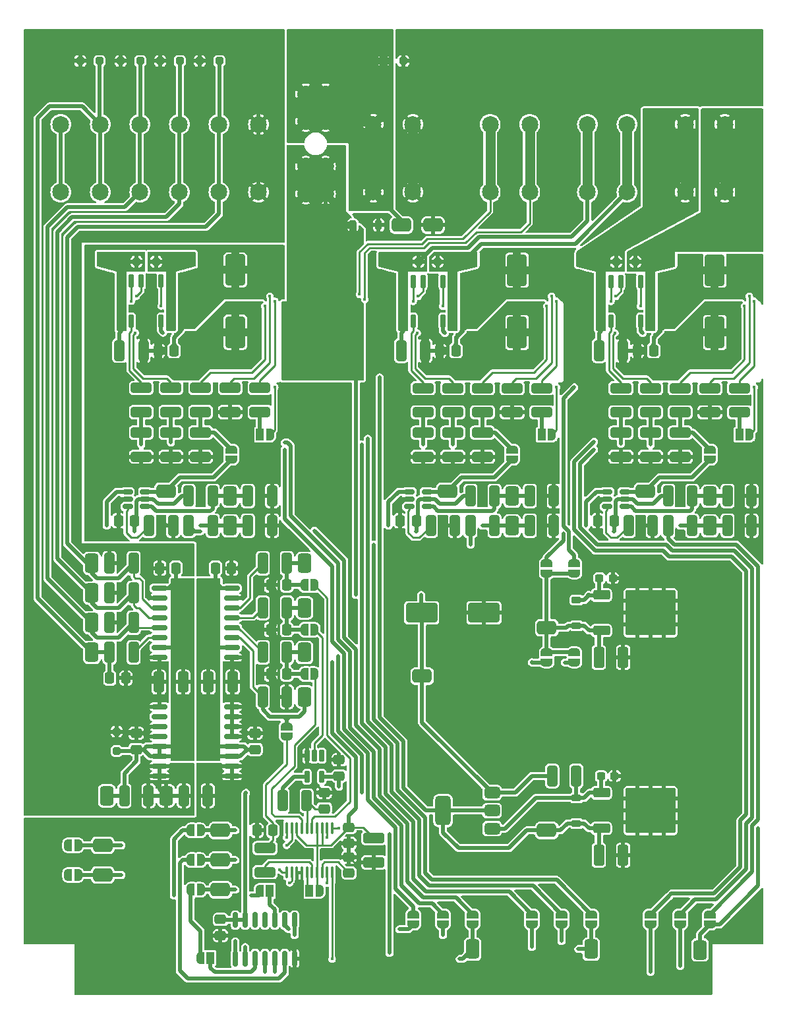
<source format=gbr>
%TF.GenerationSoftware,KiCad,Pcbnew,8.0.2*%
%TF.CreationDate,2025-02-22T15:35:02+01:00*%
%TF.ProjectId,enclosure,656e636c-6f73-4757-9265-2e6b69636164,1.0.0*%
%TF.SameCoordinates,Original*%
%TF.FileFunction,Copper,L1,Top*%
%TF.FilePolarity,Positive*%
%FSLAX46Y46*%
G04 Gerber Fmt 4.6, Leading zero omitted, Abs format (unit mm)*
G04 Created by KiCad (PCBNEW 8.0.2) date 2025-02-22 15:35:02*
%MOMM*%
%LPD*%
G01*
G04 APERTURE LIST*
G04 Aperture macros list*
%AMRoundRect*
0 Rectangle with rounded corners*
0 $1 Rounding radius*
0 $2 $3 $4 $5 $6 $7 $8 $9 X,Y pos of 4 corners*
0 Add a 4 corners polygon primitive as box body*
4,1,4,$2,$3,$4,$5,$6,$7,$8,$9,$2,$3,0*
0 Add four circle primitives for the rounded corners*
1,1,$1+$1,$2,$3*
1,1,$1+$1,$4,$5*
1,1,$1+$1,$6,$7*
1,1,$1+$1,$8,$9*
0 Add four rect primitives between the rounded corners*
20,1,$1+$1,$2,$3,$4,$5,0*
20,1,$1+$1,$4,$5,$6,$7,0*
20,1,$1+$1,$6,$7,$8,$9,0*
20,1,$1+$1,$8,$9,$2,$3,0*%
%AMFreePoly0*
4,1,19,0.500000,-0.750000,0.000000,-0.750000,0.000000,-0.744911,-0.071157,-0.744911,-0.207708,-0.704816,-0.327430,-0.627875,-0.420627,-0.520320,-0.479746,-0.390866,-0.500000,-0.250000,-0.500000,0.250000,-0.479746,0.390866,-0.420627,0.520320,-0.327430,0.627875,-0.207708,0.704816,-0.071157,0.744911,0.000000,0.744911,0.000000,0.750000,0.500000,0.750000,0.500000,-0.750000,0.500000,-0.750000,
$1*%
%AMFreePoly1*
4,1,19,0.000000,0.744911,0.071157,0.744911,0.207708,0.704816,0.327430,0.627875,0.420627,0.520320,0.479746,0.390866,0.500000,0.250000,0.500000,-0.250000,0.479746,-0.390866,0.420627,-0.520320,0.327430,-0.627875,0.207708,-0.704816,0.071157,-0.744911,0.000000,-0.744911,0.000000,-0.750000,-0.500000,-0.750000,-0.500000,0.750000,0.000000,0.750000,0.000000,0.744911,0.000000,0.744911,
$1*%
%AMFreePoly2*
4,1,19,0.550000,-0.750000,0.000000,-0.750000,0.000000,-0.744911,-0.071157,-0.744911,-0.207708,-0.704816,-0.327430,-0.627875,-0.420627,-0.520320,-0.479746,-0.390866,-0.500000,-0.250000,-0.500000,0.250000,-0.479746,0.390866,-0.420627,0.520320,-0.327430,0.627875,-0.207708,0.704816,-0.071157,0.744911,0.000000,0.744911,0.000000,0.750000,0.550000,0.750000,0.550000,-0.750000,0.550000,-0.750000,
$1*%
%AMFreePoly3*
4,1,19,0.000000,0.744911,0.071157,0.744911,0.207708,0.704816,0.327430,0.627875,0.420627,0.520320,0.479746,0.390866,0.500000,0.250000,0.500000,-0.250000,0.479746,-0.390866,0.420627,-0.520320,0.327430,-0.627875,0.207708,-0.704816,0.071157,-0.744911,0.000000,-0.744911,0.000000,-0.750000,-0.550000,-0.750000,-0.550000,0.750000,0.000000,0.750000,0.000000,0.744911,0.000000,0.744911,
$1*%
G04 Aperture macros list end*
%TA.AperFunction,SMDPad,CuDef*%
%ADD10RoundRect,0.426829X0.448171X-0.823171X0.448171X0.823171X-0.448171X0.823171X-0.448171X-0.823171X0*%
%TD*%
%TA.AperFunction,SMDPad,CuDef*%
%ADD11RoundRect,0.162500X-0.162500X0.617500X-0.162500X-0.617500X0.162500X-0.617500X0.162500X0.617500X0*%
%TD*%
%TA.AperFunction,SMDPad,CuDef*%
%ADD12RoundRect,0.250000X0.400000X1.075000X-0.400000X1.075000X-0.400000X-1.075000X0.400000X-1.075000X0*%
%TD*%
%TA.AperFunction,SMDPad,CuDef*%
%ADD13RoundRect,0.250000X1.075000X-0.400000X1.075000X0.400000X-1.075000X0.400000X-1.075000X-0.400000X0*%
%TD*%
%TA.AperFunction,SMDPad,CuDef*%
%ADD14FreePoly0,90.000000*%
%TD*%
%TA.AperFunction,SMDPad,CuDef*%
%ADD15FreePoly1,90.000000*%
%TD*%
%TA.AperFunction,SMDPad,CuDef*%
%ADD16RoundRect,0.250000X-0.337500X-0.475000X0.337500X-0.475000X0.337500X0.475000X-0.337500X0.475000X0*%
%TD*%
%TA.AperFunction,SMDPad,CuDef*%
%ADD17FreePoly0,270.000000*%
%TD*%
%TA.AperFunction,SMDPad,CuDef*%
%ADD18FreePoly1,270.000000*%
%TD*%
%TA.AperFunction,SMDPad,CuDef*%
%ADD19RoundRect,0.250000X-0.475000X0.337500X-0.475000X-0.337500X0.475000X-0.337500X0.475000X0.337500X0*%
%TD*%
%TA.AperFunction,SMDPad,CuDef*%
%ADD20RoundRect,0.250000X-0.400000X-1.075000X0.400000X-1.075000X0.400000X1.075000X-0.400000X1.075000X0*%
%TD*%
%TA.AperFunction,SMDPad,CuDef*%
%ADD21FreePoly2,180.000000*%
%TD*%
%TA.AperFunction,SMDPad,CuDef*%
%ADD22R,1.000000X1.500000*%
%TD*%
%TA.AperFunction,SMDPad,CuDef*%
%ADD23FreePoly3,180.000000*%
%TD*%
%TA.AperFunction,SMDPad,CuDef*%
%ADD24RoundRect,0.250000X1.000000X-1.750000X1.000000X1.750000X-1.000000X1.750000X-1.000000X-1.750000X0*%
%TD*%
%TA.AperFunction,SMDPad,CuDef*%
%ADD25RoundRect,0.250000X-1.075000X0.400000X-1.075000X-0.400000X1.075000X-0.400000X1.075000X0.400000X0*%
%TD*%
%TA.AperFunction,SMDPad,CuDef*%
%ADD26RoundRect,0.426829X0.823171X0.448171X-0.823171X0.448171X-0.823171X-0.448171X0.823171X-0.448171X0*%
%TD*%
%TA.AperFunction,ComponentPad*%
%ADD27C,2.162000*%
%TD*%
%TA.AperFunction,SMDPad,CuDef*%
%ADD28RoundRect,0.250000X0.337500X0.475000X-0.337500X0.475000X-0.337500X-0.475000X0.337500X-0.475000X0*%
%TD*%
%TA.AperFunction,SMDPad,CuDef*%
%ADD29RoundRect,0.250000X0.475000X-0.337500X0.475000X0.337500X-0.475000X0.337500X-0.475000X-0.337500X0*%
%TD*%
%TA.AperFunction,SMDPad,CuDef*%
%ADD30RoundRect,0.250000X-0.250000X-0.250000X0.250000X-0.250000X0.250000X0.250000X-0.250000X0.250000X0*%
%TD*%
%TA.AperFunction,SMDPad,CuDef*%
%ADD31RoundRect,0.150000X-0.512500X-0.150000X0.512500X-0.150000X0.512500X0.150000X-0.512500X0.150000X0*%
%TD*%
%TA.AperFunction,SMDPad,CuDef*%
%ADD32RoundRect,0.225000X-0.375000X0.225000X-0.375000X-0.225000X0.375000X-0.225000X0.375000X0.225000X0*%
%TD*%
%TA.AperFunction,SMDPad,CuDef*%
%ADD33RoundRect,0.426829X-0.448171X0.823171X-0.448171X-0.823171X0.448171X-0.823171X0.448171X0.823171X0*%
%TD*%
%TA.AperFunction,SMDPad,CuDef*%
%ADD34RoundRect,0.250000X-0.850000X-0.350000X0.850000X-0.350000X0.850000X0.350000X-0.850000X0.350000X0*%
%TD*%
%TA.AperFunction,SMDPad,CuDef*%
%ADD35RoundRect,0.250000X-1.275000X-1.125000X1.275000X-1.125000X1.275000X1.125000X-1.275000X1.125000X0*%
%TD*%
%TA.AperFunction,SMDPad,CuDef*%
%ADD36RoundRect,0.249997X-2.950003X-2.650003X2.950003X-2.650003X2.950003X2.650003X-2.950003X2.650003X0*%
%TD*%
%TA.AperFunction,SMDPad,CuDef*%
%ADD37RoundRect,0.250000X-0.412500X-1.100000X0.412500X-1.100000X0.412500X1.100000X-0.412500X1.100000X0*%
%TD*%
%TA.AperFunction,SMDPad,CuDef*%
%ADD38FreePoly0,180.000000*%
%TD*%
%TA.AperFunction,SMDPad,CuDef*%
%ADD39FreePoly1,180.000000*%
%TD*%
%TA.AperFunction,SMDPad,CuDef*%
%ADD40RoundRect,0.150000X0.150000X-0.725000X0.150000X0.725000X-0.150000X0.725000X-0.150000X-0.725000X0*%
%TD*%
%TA.AperFunction,SMDPad,CuDef*%
%ADD41RoundRect,0.250000X1.100000X-0.412500X1.100000X0.412500X-1.100000X0.412500X-1.100000X-0.412500X0*%
%TD*%
%TA.AperFunction,SMDPad,CuDef*%
%ADD42RoundRect,0.225000X-0.225000X-0.375000X0.225000X-0.375000X0.225000X0.375000X-0.225000X0.375000X0*%
%TD*%
%TA.AperFunction,ComponentPad*%
%ADD43C,2.200000*%
%TD*%
%TA.AperFunction,SMDPad,CuDef*%
%ADD44FreePoly0,0.000000*%
%TD*%
%TA.AperFunction,SMDPad,CuDef*%
%ADD45FreePoly1,0.000000*%
%TD*%
%TA.AperFunction,SMDPad,CuDef*%
%ADD46RoundRect,0.426829X-0.823171X-0.448171X0.823171X-0.448171X0.823171X0.448171X-0.823171X0.448171X0*%
%TD*%
%TA.AperFunction,SMDPad,CuDef*%
%ADD47RoundRect,0.150000X-0.875000X-0.150000X0.875000X-0.150000X0.875000X0.150000X-0.875000X0.150000X0*%
%TD*%
%TA.AperFunction,SMDPad,CuDef*%
%ADD48RoundRect,0.250000X0.250000X0.250000X-0.250000X0.250000X-0.250000X-0.250000X0.250000X-0.250000X0*%
%TD*%
%TA.AperFunction,SMDPad,CuDef*%
%ADD49RoundRect,0.250000X-1.750000X-1.000000X1.750000X-1.000000X1.750000X1.000000X-1.750000X1.000000X0*%
%TD*%
%TA.AperFunction,SMDPad,CuDef*%
%ADD50RoundRect,0.250000X0.412500X1.100000X-0.412500X1.100000X-0.412500X-1.100000X0.412500X-1.100000X0*%
%TD*%
%TA.AperFunction,SMDPad,CuDef*%
%ADD51RoundRect,0.375000X0.625000X0.375000X-0.625000X0.375000X-0.625000X-0.375000X0.625000X-0.375000X0*%
%TD*%
%TA.AperFunction,SMDPad,CuDef*%
%ADD52RoundRect,0.500000X0.500000X1.400000X-0.500000X1.400000X-0.500000X-1.400000X0.500000X-1.400000X0*%
%TD*%
%TA.AperFunction,SMDPad,CuDef*%
%ADD53RoundRect,0.250000X0.250000X-0.250000X0.250000X0.250000X-0.250000X0.250000X-0.250000X-0.250000X0*%
%TD*%
%TA.AperFunction,SMDPad,CuDef*%
%ADD54RoundRect,0.100000X-0.100000X0.637500X-0.100000X-0.637500X0.100000X-0.637500X0.100000X0.637500X0*%
%TD*%
%TA.AperFunction,SMDPad,CuDef*%
%ADD55RoundRect,0.237500X0.300000X0.237500X-0.300000X0.237500X-0.300000X-0.237500X0.300000X-0.237500X0*%
%TD*%
%TA.AperFunction,SMDPad,CuDef*%
%ADD56RoundRect,0.150000X0.875000X0.150000X-0.875000X0.150000X-0.875000X-0.150000X0.875000X-0.150000X0*%
%TD*%
%TA.AperFunction,SMDPad,CuDef*%
%ADD57RoundRect,0.150000X0.150000X-0.825000X0.150000X0.825000X-0.150000X0.825000X-0.150000X-0.825000X0*%
%TD*%
%TA.AperFunction,ViaPad*%
%ADD58C,0.450000*%
%TD*%
%TA.AperFunction,Conductor*%
%ADD59C,0.508000*%
%TD*%
%TA.AperFunction,Conductor*%
%ADD60C,0.254000*%
%TD*%
%TA.AperFunction,Conductor*%
%ADD61C,1.270000*%
%TD*%
G04 APERTURE END LIST*
D10*
%TO.P,TP208,1,1*%
%TO.N,/digital-interface/SCKL*%
X188570000Y-114585000D03*
%TD*%
D11*
%TO.P,U301,1,NC*%
%TO.N,unconnected-(U301-NC-Pad1)*%
X190790000Y-133555000D03*
%TO.P,U301,2,A*%
%TO.N,/SCKL*%
X189840000Y-133555000D03*
%TO.P,U301,3,GND*%
%TO.N,GND*%
X188890000Y-133555000D03*
%TO.P,U301,4,Y*%
%TO.N,Net-(U301-Y)*%
X188890000Y-136255000D03*
%TO.P,U301,5,VCC*%
%TO.N,+5VA_dac*%
X190790000Y-136255000D03*
%TD*%
D12*
%TO.P,R402,1*%
%TO.N,GND*%
X220600000Y-100234000D03*
%TO.P,R402,2*%
%TO.N,/pwm/div*%
X217500000Y-100234000D03*
%TD*%
D13*
%TO.P,R702,1*%
%TO.N,GND*%
X207620000Y-95180000D03*
%TO.P,R702,2*%
%TO.N,/full-bridge/IN_B*%
X207620000Y-92080000D03*
%TD*%
D14*
%TO.P,JP103,1,A*%
%TO.N,/pwm/pwm*%
X215240000Y-95550000D03*
D15*
%TO.P,JP103,2,B*%
%TO.N,/pwm_heater*%
X215240000Y-94250000D03*
%TD*%
D16*
%TO.P,C302,1*%
%TO.N,GND*%
X182452500Y-143160000D03*
%TO.P,C302,2*%
%TO.N,/SDO*%
X184527500Y-143160000D03*
%TD*%
D13*
%TO.P,R805,1*%
%TO.N,/full-bridge1/IN_B*%
X233020000Y-89465000D03*
%TO.P,R805,2*%
%TO.N,/full-bridge1/in_b*%
X233020000Y-86365000D03*
%TD*%
D17*
%TO.P,JP1002,1,A*%
%TO.N,+5VA*%
X219685000Y-120285000D03*
D18*
%TO.P,JP1002,2,B*%
%TO.N,+5VA_dac*%
X219685000Y-121585000D03*
%TD*%
D13*
%TO.P,R902,1*%
%TO.N,GND*%
X171425000Y-95162500D03*
%TO.P,R902,2*%
%TO.N,/full-bridge2/IN_B*%
X171425000Y-92062500D03*
%TD*%
D10*
%TO.P,TP206,1,1*%
%TO.N,GNDI*%
X170790000Y-138715000D03*
%TD*%
D19*
%TO.P,C204,1*%
%TO.N,GNDI*%
X166980000Y-130692500D03*
%TO.P,C204,2*%
%TO.N,+5VI*%
X166980000Y-132767500D03*
%TD*%
D12*
%TO.P,R603,1*%
%TO.N,/pwm2/mod_pin*%
X176785000Y-104044000D03*
%TO.P,R603,2*%
%TO.N,/dac_ch_2*%
X173685000Y-104044000D03*
%TD*%
D13*
%TO.P,R906,1*%
%TO.N,/pwm_fan*%
X175235000Y-89447500D03*
%TO.P,R906,2*%
%TO.N,/full-bridge2/pwm*%
X175235000Y-86347500D03*
%TD*%
%TO.P,R903,1*%
%TO.N,GND*%
X175235000Y-95162500D03*
%TO.P,R903,2*%
%TO.N,/pwm_fan*%
X175235000Y-92062500D03*
%TD*%
D20*
%TO.P,R206,1*%
%TO.N,GNDI*%
X173050000Y-138715000D03*
%TO.P,R206,2*%
%TO.N,GND*%
X176150000Y-138715000D03*
%TD*%
D21*
%TO.P,JP301,1,A*%
%TO.N,+5VA_dac*%
X190505000Y-150907000D03*
D22*
%TO.P,JP301,2,C*%
%TO.N,Net-(JP301-C)*%
X189205000Y-150907000D03*
D23*
%TO.P,JP301,3,B*%
%TO.N,GND*%
X187905000Y-150907000D03*
%TD*%
D24*
%TO.P,C801,1*%
%TO.N,+24V*%
X241275000Y-79215000D03*
%TO.P,C801,2*%
%TO.N,GND*%
X241275000Y-71215000D03*
%TD*%
D20*
%TO.P,R203,1*%
%TO.N,GNDI*%
X163525000Y-112680000D03*
%TO.P,R203,2*%
%TO.N,/digital-interface/SCKL_ISO*%
X166625000Y-112680000D03*
%TD*%
D10*
%TO.P,TP210,1,1*%
%TO.N,/digital-interface/SDO*%
X188570000Y-126015000D03*
%TD*%
D25*
%TO.P,R302,1*%
%TO.N,/SDO*%
X183490000Y-145420000D03*
%TO.P,R302,2*%
%TO.N,Net-(U302-SDO)*%
X183490000Y-148520000D03*
%TD*%
D20*
%TO.P,R204,1*%
%TO.N,GNDI*%
X163525000Y-116490000D03*
%TO.P,R204,2*%
%TO.N,/digital-interface/SDI_ISO*%
X166625000Y-116490000D03*
%TD*%
D13*
%TO.P,R801,1*%
%TO.N,GND*%
X229210000Y-95180000D03*
%TO.P,R801,2*%
%TO.N,/full-bridge1/IN_A*%
X229210000Y-92080000D03*
%TD*%
D26*
%TO.P,TP1007,1,1*%
%TO.N,+24V*%
X203683000Y-123348000D03*
%TD*%
D27*
%TO.P,J101,1,Pin_1*%
%TO.N,GNDI*%
X182660000Y-61200000D03*
X182660000Y-52500000D03*
%TO.P,J101,2,Pin_2*%
%TO.N,/digital-interface/~{CS_ISO}*%
X177580000Y-61200000D03*
X177580000Y-52500000D03*
%TO.P,J101,3,Pin_3*%
%TO.N,/digital-interface/SCKL_ISO*%
X172500000Y-61200000D03*
X172500000Y-52500000D03*
%TO.P,J101,4,Pin_4*%
%TO.N,/digital-interface/SDI_ISO*%
X167420000Y-61200000D03*
X167420000Y-52500000D03*
%TO.P,J101,5,Pin_5*%
%TO.N,/digital-interface/SDO_ISO*%
X162340000Y-61200000D03*
X162340000Y-52500000D03*
%TO.P,J101,6,Pin_6*%
%TO.N,unconnected-(J101-Pin_6-Pad6)*%
X157260000Y-61200000D03*
X157260000Y-52500000D03*
%TD*%
D19*
%TO.P,C301,1*%
%TO.N,GND*%
X193015000Y-134100000D03*
%TO.P,C301,2*%
%TO.N,+5VA_dac*%
X193015000Y-136175000D03*
%TD*%
D20*
%TO.P,R301,1*%
%TO.N,Net-(U301-Y)*%
X185750000Y-139350000D03*
%TO.P,R301,2*%
%TO.N,/dac/~{sckl}*%
X188850000Y-139350000D03*
%TD*%
D28*
%TO.P,C202,1*%
%TO.N,GNDI*%
X165626000Y-123602000D03*
%TO.P,C202,2*%
%TO.N,/digital-interface/SDO_ISO*%
X163551000Y-123602000D03*
%TD*%
D29*
%TO.P,C101,1*%
%TO.N,GND*%
X177775000Y-156665000D03*
%TO.P,C101,2*%
%TO.N,+5VA*%
X177775000Y-154590000D03*
%TD*%
D30*
%TO.P,D201,1,A1*%
%TO.N,GNDI*%
X175128000Y-44354000D03*
%TO.P,D201,2,A2*%
%TO.N,/digital-interface/~{CS_ISO}*%
X177628000Y-44354000D03*
%TD*%
D31*
%TO.P,U401,1,MOD*%
%TO.N,/pwm/mod_pin*%
X202037500Y-99665000D03*
%TO.P,U401,2,GND*%
%TO.N,GND*%
X202037500Y-100615000D03*
%TO.P,U401,3,SET*%
%TO.N,/pwm/set*%
X202037500Y-101565000D03*
%TO.P,U401,4,DIV*%
%TO.N,/pwm/div*%
X204312500Y-101565000D03*
%TO.P,U401,5,V+*%
%TO.N,+5VA_pwm*%
X204312500Y-100615000D03*
%TO.P,U401,6,OUT*%
%TO.N,/pwm/pwm*%
X204312500Y-99665000D03*
%TD*%
D32*
%TO.P,D1003,1,K*%
%TO.N,+24V*%
X223495000Y-113570000D03*
%TO.P,D1003,2,A*%
%TO.N,+5VA*%
X223495000Y-116870000D03*
%TD*%
D33*
%TO.P,TP204,1,1*%
%TO.N,/digital-interface/SDO_ISO*%
X161265000Y-120300000D03*
%TD*%
D34*
%TO.P,U1001,1,IN*%
%TO.N,+24V*%
X226720000Y-112940000D03*
D35*
%TO.P,U1001,2,GND*%
%TO.N,GND*%
X231345000Y-113695000D03*
X231345000Y-116745000D03*
D36*
X233020000Y-115220000D03*
D35*
X234695000Y-113695000D03*
X234695000Y-116745000D03*
D34*
%TO.P,U1001,3,OUT*%
%TO.N,+5VA*%
X226720000Y-117500000D03*
%TD*%
D10*
%TO.P,TP501,1,1*%
%TO.N,/pwm1/div*%
X240640000Y-100234000D03*
%TD*%
D13*
%TO.P,R807,1*%
%TO.N,/full-bridge1/sel0_in*%
X244450000Y-89465000D03*
%TO.P,R807,2*%
%TO.N,/full-bridge1/sel0*%
X244450000Y-86365000D03*
%TD*%
%TO.P,R808,1*%
%TO.N,GND*%
X240640000Y-89465000D03*
%TO.P,R808,2*%
%TO.N,/full-bridge1/cs*%
X240640000Y-86365000D03*
%TD*%
D37*
%TO.P,C201,1*%
%TO.N,GNDI*%
X169862500Y-124110000D03*
%TO.P,C201,2*%
%TO.N,+5VI*%
X172987500Y-124110000D03*
%TD*%
D38*
%TO.P,JP121,1,A*%
%TO.N,/dac/dac_ch_5*%
X175250000Y-146970000D03*
D39*
%TO.P,JP121,2,B*%
%TO.N,/dac_ch_5*%
X173950000Y-146970000D03*
%TD*%
D40*
%TO.P,U701,1,GND_A*%
%TO.N,GND*%
X200000000Y-77790000D03*
%TO.P,U701,2,OUT_A*%
%TO.N,/heater_+*%
X201270000Y-77790000D03*
%TO.P,U701,3,IN_A*%
%TO.N,/full-bridge/in_a*%
X202540000Y-77790000D03*
%TO.P,U701,4,VCC*%
%TO.N,+24V*%
X203810000Y-77790000D03*
%TO.P,U701,5,VCC*%
X205080000Y-77790000D03*
%TO.P,U701,6,IN_B*%
%TO.N,/full-bridge/in_b*%
X206350000Y-77790000D03*
%TO.P,U701,7,OUT_B*%
%TO.N,/heater_-*%
X207620000Y-77790000D03*
%TO.P,U701,8,GND_B*%
%TO.N,GND*%
X208890000Y-77790000D03*
%TO.P,U701,9,GND_B*%
X208890000Y-72640000D03*
%TO.P,U701,10,OUT_B*%
%TO.N,/heater_-*%
X207620000Y-72640000D03*
%TO.P,U701,11,PWM*%
%TO.N,/full-bridge/pwm*%
X206350000Y-72640000D03*
%TO.P,U701,12,VCC*%
%TO.N,+24V*%
X205080000Y-72640000D03*
%TO.P,U701,13,CS*%
%TO.N,/full-bridge/cs*%
X203810000Y-72640000D03*
%TO.P,U701,14,SEL0*%
%TO.N,/full-bridge/sel0*%
X202540000Y-72640000D03*
%TO.P,U701,15,OUT_A*%
%TO.N,/heater_+*%
X201270000Y-72640000D03*
%TO.P,U701,16,GND_A*%
%TO.N,GND*%
X200000000Y-72640000D03*
%TD*%
D28*
%TO.P,C802,1*%
%TO.N,GND*%
X233422500Y-81565000D03*
%TO.P,C802,2*%
%TO.N,+24V*%
X231347500Y-81565000D03*
%TD*%
%TO.P,C207,1*%
%TO.N,GND*%
X179215000Y-109505000D03*
%TO.P,C207,2*%
%TO.N,+5VA_digital-interface*%
X177140000Y-109505000D03*
%TD*%
D13*
%TO.P,R802,1*%
%TO.N,GND*%
X233020000Y-95180000D03*
%TO.P,R802,2*%
%TO.N,/full-bridge1/IN_B*%
X233020000Y-92080000D03*
%TD*%
D19*
%TO.P,C303,1*%
%TO.N,GND*%
X191110000Y-138312500D03*
%TO.P,C303,2*%
%TO.N,/dac/~{sckl}*%
X191110000Y-140387500D03*
%TD*%
D14*
%TO.P,JP110,1,A*%
%TO.N,Net-(JP110-A)*%
X206350000Y-155240000D03*
D15*
%TO.P,JP110,2,B*%
%TO.N,/full-bridge2/IN_B*%
X206350000Y-153940000D03*
%TD*%
D41*
%TO.P,C306,1*%
%TO.N,GND*%
X197460000Y-147262500D03*
%TO.P,C306,2*%
%TO.N,+5VA_dac*%
X197460000Y-144137500D03*
%TD*%
D12*
%TO.P,R201,1*%
%TO.N,GNDI*%
X168530000Y-138715000D03*
%TO.P,R201,2*%
%TO.N,+5VI*%
X165430000Y-138715000D03*
%TD*%
D13*
%TO.P,R904,1*%
%TO.N,/full-bridge2/IN_A*%
X167615000Y-89447500D03*
%TO.P,R904,2*%
%TO.N,/full-bridge2/in_a*%
X167615000Y-86347500D03*
%TD*%
%TO.P,R806,1*%
%TO.N,/pwm_peltier*%
X236830000Y-89465000D03*
%TO.P,R806,2*%
%TO.N,/full-bridge1/pwm*%
X236830000Y-86365000D03*
%TD*%
D14*
%TO.P,JP108,1,A*%
%TO.N,Net-(JP108-A)*%
X236830000Y-155240000D03*
D15*
%TO.P,JP108,2,B*%
%TO.N,/full-bridge1/IN_B*%
X236830000Y-153940000D03*
%TD*%
D42*
%TO.P,D1002,1,K*%
%TO.N,+24V*%
X194794000Y-65436000D03*
%TO.P,D1002,2,A*%
%TO.N,GND*%
X198094000Y-65436000D03*
%TD*%
D10*
%TO.P,TP207,1,1*%
%TO.N,/digital-interface/~{CS}*%
X188570000Y-108870000D03*
%TD*%
D13*
%TO.P,R706,1*%
%TO.N,/pwm_heater*%
X211430000Y-89465000D03*
%TO.P,R706,2*%
%TO.N,/full-bridge/pwm*%
X211430000Y-86365000D03*
%TD*%
%TO.P,R908,1*%
%TO.N,GND*%
X179045000Y-89447500D03*
%TO.P,R908,2*%
%TO.N,/full-bridge2/cs*%
X179045000Y-86347500D03*
%TD*%
D12*
%TO.P,R404,1*%
%TO.N,GND*%
X220600000Y-104044000D03*
%TO.P,R404,2*%
%TO.N,/pwm/mod_pin*%
X217500000Y-104044000D03*
%TD*%
D33*
%TO.P,TP201,1,1*%
%TO.N,/digital-interface/~{CS_ISO}*%
X161265000Y-108870000D03*
%TD*%
D29*
%TO.P,C305,1*%
%TO.N,Net-(U302-VREF)*%
X194285000Y-148642500D03*
%TO.P,C305,2*%
%TO.N,GND*%
X194285000Y-146567500D03*
%TD*%
D43*
%TO.P,F1002,1*%
%TO.N,+24V*%
X188750000Y-61400000D03*
X191250000Y-61400000D03*
X188750000Y-57900000D03*
X191250000Y-57900000D03*
%TO.P,F1002,2*%
%TO.N,/power/IN*%
X188750000Y-52100000D03*
X191250000Y-52100000D03*
X188750000Y-48600000D03*
X191250000Y-48600000D03*
%TD*%
D16*
%TO.P,C209,1*%
%TO.N,GND*%
X184230500Y-117379000D03*
%TO.P,C209,2*%
%TO.N,/digital-interface/SCKL*%
X186305500Y-117379000D03*
%TD*%
D44*
%TO.P,JP112,1,A*%
%TO.N,/digital-interface/~{CS}*%
X188555000Y-111664000D03*
D45*
%TO.P,JP112,2,B*%
%TO.N,/~{CS}*%
X189855000Y-111664000D03*
%TD*%
D44*
%TO.P,JP113,1,A*%
%TO.N,/digital-interface/SCKL*%
X188555000Y-117379000D03*
D45*
%TO.P,JP113,2,B*%
%TO.N,/SCKL*%
X189855000Y-117379000D03*
%TD*%
D10*
%TO.P,TP502,1,1*%
%TO.N,/pwm1/mod_pin*%
X240640000Y-104044000D03*
%TD*%
D14*
%TO.P,JP107,1,A*%
%TO.N,Net-(JP107-A)*%
X217780000Y-155240000D03*
D15*
%TO.P,JP107,2,B*%
%TO.N,/full-bridge/IN_A*%
X217780000Y-153940000D03*
%TD*%
D17*
%TO.P,JP1001,1,A*%
%TO.N,+5VA*%
X223235000Y-120285000D03*
D18*
%TO.P,JP1001,2,B*%
%TO.N,+5VA_digital-interface*%
X223235000Y-121585000D03*
%TD*%
D13*
%TO.P,R701,1*%
%TO.N,GND*%
X203810000Y-95180000D03*
%TO.P,R701,2*%
%TO.N,/full-bridge/IN_A*%
X203810000Y-92080000D03*
%TD*%
D12*
%TO.P,R504,1*%
%TO.N,GND*%
X246000000Y-104044000D03*
%TO.P,R504,2*%
%TO.N,/pwm1/mod_pin*%
X242900000Y-104044000D03*
%TD*%
D20*
%TO.P,R909,1*%
%TO.N,/fan_+*%
X164795000Y-81547500D03*
%TO.P,R909,2*%
%TO.N,+12VA*%
X167895000Y-81547500D03*
%TD*%
D10*
%TO.P,TP302,1,1*%
%TO.N,/dac/dac_ch_1*%
X239370000Y-158497000D03*
%TD*%
D21*
%TO.P,JP801,1,A*%
%TO.N,+5VA_full-bridge*%
X245750000Y-92360000D03*
D22*
%TO.P,JP801,2,C*%
%TO.N,/full-bridge1/sel0_in*%
X244450000Y-92360000D03*
D23*
%TO.P,JP801,3,B*%
%TO.N,GND*%
X243150000Y-92360000D03*
%TD*%
D38*
%TO.P,JP122,1,A*%
%TO.N,/dac/dac_ch_6*%
X175250000Y-143160000D03*
D39*
%TO.P,JP122,2,B*%
%TO.N,/dac_ch_6*%
X173950000Y-143160000D03*
%TD*%
D13*
%TO.P,R707,1*%
%TO.N,/full-bridge/sel0_in*%
X219050000Y-89465000D03*
%TO.P,R707,2*%
%TO.N,/full-bridge/sel0*%
X219050000Y-86365000D03*
%TD*%
D33*
%TO.P,TP202,1,1*%
%TO.N,/digital-interface/SCKL_ISO*%
X161265000Y-112680000D03*
%TD*%
D14*
%TO.P,JP118,1,A*%
%TO.N,/dac/dac_ch_2*%
X210160000Y-155240000D03*
D15*
%TO.P,JP118,2,B*%
%TO.N,/dac_ch_2*%
X210160000Y-153940000D03*
%TD*%
D20*
%TO.P,R205,1*%
%TO.N,/digital-interface/SDO_ISO*%
X163525000Y-120300000D03*
%TO.P,R205,2*%
%TO.N,/digital-interface/sdo_iso_pin*%
X166625000Y-120300000D03*
%TD*%
D16*
%TO.P,C210,1*%
%TO.N,GND*%
X184230500Y-123094000D03*
%TO.P,C210,2*%
%TO.N,/digital-interface/SDI*%
X186305500Y-123094000D03*
%TD*%
D12*
%TO.P,R502,1*%
%TO.N,GND*%
X246000000Y-100234000D03*
%TO.P,R502,2*%
%TO.N,/pwm1/div*%
X242900000Y-100234000D03*
%TD*%
D31*
%TO.P,U601,1,MOD*%
%TO.N,/pwm2/mod_pin*%
X165842500Y-99665000D03*
%TO.P,U601,2,GND*%
%TO.N,GND*%
X165842500Y-100615000D03*
%TO.P,U601,3,SET*%
%TO.N,/pwm2/set*%
X165842500Y-101565000D03*
%TO.P,U601,4,DIV*%
%TO.N,/pwm2/div*%
X168117500Y-101565000D03*
%TO.P,U601,5,V+*%
%TO.N,+5VA_pwm*%
X168117500Y-100615000D03*
%TO.P,U601,6,OUT*%
%TO.N,/pwm2/pwm*%
X168117500Y-99665000D03*
%TD*%
D46*
%TO.P,TP1001,1,1*%
%TO.N,/power/IN*%
X201016000Y-65436000D03*
%TD*%
D44*
%TO.P,JP114,1,A*%
%TO.N,/digital-interface/SDI*%
X188555000Y-123094000D03*
D45*
%TO.P,JP114,2,B*%
%TO.N,/SDI*%
X189855000Y-123094000D03*
%TD*%
D13*
%TO.P,R804,1*%
%TO.N,/full-bridge1/IN_A*%
X229210000Y-89465000D03*
%TO.P,R804,2*%
%TO.N,/full-bridge1/in_a*%
X229210000Y-86365000D03*
%TD*%
D47*
%TO.P,U201,1,VDD1*%
%TO.N,+5VI*%
X169950000Y-112045000D03*
%TO.P,U201,2,GND1*%
%TO.N,GNDI*%
X169950000Y-113315000D03*
%TO.P,U201,3,A1*%
%TO.N,/digital-interface/~{CS_ISO}*%
X169950000Y-114585000D03*
%TO.P,U201,4,A2*%
%TO.N,/digital-interface/SCKL_ISO*%
X169950000Y-115855000D03*
%TO.P,U201,5,A3*%
%TO.N,/digital-interface/SDI_ISO*%
X169950000Y-117125000D03*
%TO.P,U201,6,A4*%
%TO.N,/digital-interface/sdo_iso_pin*%
X169950000Y-118395000D03*
%TO.P,U201,7,EN1*%
%TO.N,+5VI*%
X169950000Y-119665000D03*
%TO.P,U201,8,GND1*%
%TO.N,GNDI*%
X169950000Y-120935000D03*
%TO.P,U201,9,GND2*%
%TO.N,GND*%
X179250000Y-120935000D03*
%TO.P,U201,10,EN2*%
%TO.N,+5VA_digital-interface*%
X179250000Y-119665000D03*
%TO.P,U201,11,B4*%
%TO.N,/digital-interface/SDO*%
X179250000Y-118395000D03*
%TO.P,U201,12,B3*%
%TO.N,/digital-interface/sdi_pin*%
X179250000Y-117125000D03*
%TO.P,U201,13,B2*%
%TO.N,/digital-interface/sckl_pin*%
X179250000Y-115855000D03*
%TO.P,U201,14,B1*%
%TO.N,/digital-interface/~{cs_pin}*%
X179250000Y-114585000D03*
%TO.P,U201,15,GND2*%
%TO.N,GND*%
X179250000Y-113315000D03*
%TO.P,U201,16,VDD2*%
%TO.N,+5VA_digital-interface*%
X179250000Y-112045000D03*
%TD*%
D13*
%TO.P,R704,1*%
%TO.N,/full-bridge/IN_A*%
X203810000Y-89465000D03*
%TO.P,R704,2*%
%TO.N,/full-bridge/in_a*%
X203810000Y-86365000D03*
%TD*%
D46*
%TO.P,TP304,1,1*%
%TO.N,/dac/dac_ch_3*%
X162662000Y-148875000D03*
%TD*%
D27*
%TO.P,J104,1,Pin_1*%
%TO.N,/peltier_-*%
X242560000Y-61200000D03*
X242560000Y-52500000D03*
%TO.P,J104,2,Pin_2*%
%TO.N,/peltier_+*%
X237480000Y-61200000D03*
X237480000Y-52500000D03*
%TD*%
D40*
%TO.P,U901,1,GND_A*%
%TO.N,GND*%
X163805000Y-77772500D03*
%TO.P,U901,2,OUT_A*%
%TO.N,/fan_+*%
X165075000Y-77772500D03*
%TO.P,U901,3,IN_A*%
%TO.N,/full-bridge2/in_a*%
X166345000Y-77772500D03*
%TO.P,U901,4,VCC*%
%TO.N,+12VA*%
X167615000Y-77772500D03*
%TO.P,U901,5,VCC*%
X168885000Y-77772500D03*
%TO.P,U901,6,IN_B*%
%TO.N,/full-bridge2/in_b*%
X170155000Y-77772500D03*
%TO.P,U901,7,OUT_B*%
%TO.N,/fan_-*%
X171425000Y-77772500D03*
%TO.P,U901,8,GND_B*%
%TO.N,GND*%
X172695000Y-77772500D03*
%TO.P,U901,9,GND_B*%
X172695000Y-72622500D03*
%TO.P,U901,10,OUT_B*%
%TO.N,/fan_-*%
X171425000Y-72622500D03*
%TO.P,U901,11,PWM*%
%TO.N,/full-bridge2/pwm*%
X170155000Y-72622500D03*
%TO.P,U901,12,VCC*%
%TO.N,+12VA*%
X168885000Y-72622500D03*
%TO.P,U901,13,CS*%
%TO.N,/full-bridge2/cs*%
X167615000Y-72622500D03*
%TO.P,U901,14,SEL0*%
%TO.N,/full-bridge2/sel0*%
X166345000Y-72622500D03*
%TO.P,U901,15,OUT_A*%
%TO.N,/fan_+*%
X165075000Y-72622500D03*
%TO.P,U901,16,GND_A*%
%TO.N,GND*%
X163805000Y-72622500D03*
%TD*%
D46*
%TO.P,TP307,1,1*%
%TO.N,/dac/dac_ch_6*%
X177775000Y-143160000D03*
%TD*%
D12*
%TO.P,R601,1*%
%TO.N,/pwm2/div*%
X176785000Y-100234000D03*
%TO.P,R601,2*%
%TO.N,+5VA_pwm*%
X173685000Y-100234000D03*
%TD*%
%TO.P,R604,1*%
%TO.N,GND*%
X184405000Y-104044000D03*
%TO.P,R604,2*%
%TO.N,/pwm2/mod_pin*%
X181305000Y-104044000D03*
%TD*%
D48*
%TO.P,D1001,1,A1*%
%TO.N,GND*%
X201250000Y-44354000D03*
%TO.P,D1001,2,A2*%
%TO.N,/power/IN*%
X198750000Y-44354000D03*
%TD*%
D40*
%TO.P,U801,1,GND_A*%
%TO.N,GND*%
X225400000Y-77790000D03*
%TO.P,U801,2,OUT_A*%
%TO.N,/peltier_+*%
X226670000Y-77790000D03*
%TO.P,U801,3,IN_A*%
%TO.N,/full-bridge1/in_a*%
X227940000Y-77790000D03*
%TO.P,U801,4,VCC*%
%TO.N,+24V*%
X229210000Y-77790000D03*
%TO.P,U801,5,VCC*%
X230480000Y-77790000D03*
%TO.P,U801,6,IN_B*%
%TO.N,/full-bridge1/in_b*%
X231750000Y-77790000D03*
%TO.P,U801,7,OUT_B*%
%TO.N,/peltier_-*%
X233020000Y-77790000D03*
%TO.P,U801,8,GND_B*%
%TO.N,GND*%
X234290000Y-77790000D03*
%TO.P,U801,9,GND_B*%
X234290000Y-72640000D03*
%TO.P,U801,10,OUT_B*%
%TO.N,/peltier_-*%
X233020000Y-72640000D03*
%TO.P,U801,11,PWM*%
%TO.N,/full-bridge1/pwm*%
X231750000Y-72640000D03*
%TO.P,U801,12,VCC*%
%TO.N,+24V*%
X230480000Y-72640000D03*
%TO.P,U801,13,CS*%
%TO.N,/full-bridge1/cs*%
X229210000Y-72640000D03*
%TO.P,U801,14,SEL0*%
%TO.N,/full-bridge1/sel0*%
X227940000Y-72640000D03*
%TO.P,U801,15,OUT_A*%
%TO.N,/peltier_+*%
X226670000Y-72640000D03*
%TO.P,U801,16,GND_A*%
%TO.N,GND*%
X225400000Y-72640000D03*
%TD*%
D46*
%TO.P,TP308,1,1*%
%TO.N,/dac/dac_ch_7*%
X162662000Y-145065000D03*
%TD*%
D29*
%TO.P,C304,1*%
%TO.N,GND*%
X194285000Y-144832500D03*
%TO.P,C304,2*%
%TO.N,+5VA_dac*%
X194285000Y-142757500D03*
%TD*%
D19*
%TO.P,C205,1*%
%TO.N,GND*%
X182220000Y-130692500D03*
%TO.P,C205,2*%
%TO.N,+5VA_digital-interface*%
X182220000Y-132767500D03*
%TD*%
D38*
%TO.P,JP120,1,A*%
%TO.N,/dac/dac_ch_4*%
X175250000Y-150780000D03*
D39*
%TO.P,JP120,2,B*%
%TO.N,/dac_ch_4*%
X173950000Y-150780000D03*
%TD*%
D20*
%TO.P,R210,1*%
%TO.N,/digital-interface/sdi_pin*%
X183210000Y-120300000D03*
%TO.P,R210,2*%
%TO.N,/digital-interface/SDI*%
X186310000Y-120300000D03*
%TD*%
D46*
%TO.P,TP305,1,1*%
%TO.N,/dac/dac_ch_4*%
X177775000Y-150780000D03*
%TD*%
D16*
%TO.P,C203,1*%
%TO.N,GNDI*%
X169985000Y-109505000D03*
%TO.P,C203,2*%
%TO.N,+5VI*%
X172060000Y-109505000D03*
%TD*%
D33*
%TO.P,TP203,1,1*%
%TO.N,/digital-interface/SDI_ISO*%
X161265000Y-116490000D03*
%TD*%
D14*
%TO.P,JP104,1,A*%
%TO.N,/pwm1/pwm*%
X240640000Y-95550000D03*
D15*
%TO.P,JP104,2,B*%
%TO.N,/pwm_peltier*%
X240640000Y-94250000D03*
%TD*%
D48*
%TO.P,D901,1,A1*%
%TO.N,/fan_-*%
X169500000Y-70117500D03*
%TO.P,D901,2,A2*%
%TO.N,/fan_+*%
X167000000Y-70117500D03*
%TD*%
D10*
%TO.P,TP602,1,1*%
%TO.N,/pwm2/mod_pin*%
X179045000Y-104044000D03*
%TD*%
D34*
%TO.P,U1002,1,IN*%
%TO.N,Net-(D1004-K)*%
X226720000Y-138340000D03*
D35*
%TO.P,U1002,2,GND*%
%TO.N,GND*%
X231345000Y-139095000D03*
X231345000Y-142145000D03*
D36*
X233020000Y-140620000D03*
D35*
X234695000Y-139095000D03*
X234695000Y-142145000D03*
D34*
%TO.P,U1002,3,OUT*%
%TO.N,+12VA*%
X226720000Y-142900000D03*
%TD*%
D13*
%TO.P,R901,1*%
%TO.N,GND*%
X167615000Y-95162500D03*
%TO.P,R901,2*%
%TO.N,/full-bridge2/IN_A*%
X167615000Y-92062500D03*
%TD*%
D12*
%TO.P,R605,1*%
%TO.N,GND*%
X171705000Y-104044000D03*
%TO.P,R605,2*%
%TO.N,/pwm2/set*%
X168605000Y-104044000D03*
%TD*%
D14*
%TO.P,JP111,1,A*%
%TO.N,Net-(JP111-A)*%
X202540000Y-155240000D03*
D15*
%TO.P,JP111,2,B*%
%TO.N,/full-bridge2/IN_A*%
X202540000Y-153940000D03*
%TD*%
D26*
%TO.P,TP503,1,1*%
%TO.N,/pwm1/pwm*%
X232385000Y-99599000D03*
%TD*%
D17*
%TO.P,JP115,1,A*%
%TO.N,/digital-interface/SDO*%
X186284000Y-129810000D03*
D18*
%TO.P,JP115,2,B*%
%TO.N,/SDO*%
X186284000Y-131110000D03*
%TD*%
D49*
%TO.P,C1001,1*%
%TO.N,+24V*%
X203620000Y-115220000D03*
%TO.P,C1001,2*%
%TO.N,GND*%
X211620000Y-115220000D03*
%TD*%
D50*
%TO.P,C1004,1*%
%TO.N,GND*%
X229502500Y-120935000D03*
%TO.P,C1004,2*%
%TO.N,+5VA*%
X226377500Y-120935000D03*
%TD*%
D12*
%TO.P,R602,1*%
%TO.N,GND*%
X184405000Y-100234000D03*
%TO.P,R602,2*%
%TO.N,/pwm2/div*%
X181305000Y-100234000D03*
%TD*%
D13*
%TO.P,R905,1*%
%TO.N,/full-bridge2/IN_B*%
X171425000Y-89447500D03*
%TO.P,R905,2*%
%TO.N,/full-bridge2/in_b*%
X171425000Y-86347500D03*
%TD*%
D10*
%TO.P,TP205,1,1*%
%TO.N,+5VI*%
X163170000Y-138715000D03*
%TD*%
D38*
%TO.P,JP123,1,A*%
%TO.N,/dac/dac_ch_7*%
X159502000Y-145065000D03*
D39*
%TO.P,JP123,2,B*%
%TO.N,/dac_ch_7*%
X158202000Y-145065000D03*
%TD*%
D13*
%TO.P,R803,1*%
%TO.N,GND*%
X236830000Y-95180000D03*
%TO.P,R803,2*%
%TO.N,/pwm_peltier*%
X236830000Y-92080000D03*
%TD*%
D14*
%TO.P,JP116,1,A*%
%TO.N,/dac/dac_ch_0*%
X225400000Y-155240000D03*
D15*
%TO.P,JP116,2,B*%
%TO.N,/dac_ch_0*%
X225400000Y-153940000D03*
%TD*%
D20*
%TO.P,R209,1*%
%TO.N,/digital-interface/sckl_pin*%
X183210000Y-114585000D03*
%TO.P,R209,2*%
%TO.N,/digital-interface/SCKL*%
X186310000Y-114585000D03*
%TD*%
D12*
%TO.P,R501,1*%
%TO.N,/pwm1/div*%
X238380000Y-100234000D03*
%TO.P,R501,2*%
%TO.N,+5VA_pwm*%
X235280000Y-100234000D03*
%TD*%
D51*
%TO.P,Q1001,1,B*%
%TO.N,Net-(D1004-K)*%
X212675000Y-142920000D03*
%TO.P,Q1001,2,C*%
%TO.N,+12VA*%
X212675000Y-140620000D03*
D52*
X206375000Y-140620000D03*
D51*
%TO.P,Q1001,3,E*%
%TO.N,+24V*%
X212675000Y-138320000D03*
%TD*%
D14*
%TO.P,JP1004,1,A*%
%TO.N,+5VA*%
X223235000Y-110155000D03*
D15*
%TO.P,JP1004,2,B*%
%TO.N,+5VA_full-bridge*%
X223235000Y-108855000D03*
%TD*%
D26*
%TO.P,TP403,1,1*%
%TO.N,/pwm/pwm*%
X206985000Y-99599000D03*
%TD*%
%TO.P,TP1008,1,1*%
%TO.N,+5VA*%
X219685000Y-117125000D03*
%TD*%
D32*
%TO.P,D1004,1,K*%
%TO.N,Net-(D1004-K)*%
X223495000Y-138970000D03*
%TO.P,D1004,2,A*%
%TO.N,+12VA*%
X223495000Y-142270000D03*
%TD*%
D53*
%TO.P,D205,1,K*%
%TO.N,+5VI*%
X164440000Y-132980000D03*
%TO.P,D205,2,A*%
%TO.N,GNDI*%
X164440000Y-130480000D03*
%TD*%
D21*
%TO.P,JP701,1,A*%
%TO.N,+5VA_full-bridge*%
X220350000Y-92360000D03*
D22*
%TO.P,JP701,2,C*%
%TO.N,/full-bridge/sel0_in*%
X219050000Y-92360000D03*
D23*
%TO.P,JP701,3,B*%
%TO.N,GND*%
X217750000Y-92360000D03*
%TD*%
D30*
%TO.P,D202,1,A1*%
%TO.N,GNDI*%
X170048000Y-44354000D03*
%TO.P,D202,2,A2*%
%TO.N,/digital-interface/SCKL_ISO*%
X172548000Y-44354000D03*
%TD*%
D24*
%TO.P,C701,1*%
%TO.N,+24V*%
X215875000Y-79215000D03*
%TO.P,C701,2*%
%TO.N,GND*%
X215875000Y-71215000D03*
%TD*%
D46*
%TO.P,TP306,1,1*%
%TO.N,/dac/dac_ch_5*%
X177775000Y-146970000D03*
%TD*%
D20*
%TO.P,R202,1*%
%TO.N,GNDI*%
X163525000Y-108870000D03*
%TO.P,R202,2*%
%TO.N,/digital-interface/~{CS_ISO}*%
X166625000Y-108870000D03*
%TD*%
D30*
%TO.P,D203,1,A1*%
%TO.N,GNDI*%
X164968000Y-44354000D03*
%TO.P,D203,2,A2*%
%TO.N,/digital-interface/SDI_ISO*%
X167468000Y-44354000D03*
%TD*%
D46*
%TO.P,TP1002,1,1*%
%TO.N,GND*%
X205080000Y-65436000D03*
%TD*%
D13*
%TO.P,R907,1*%
%TO.N,/full-bridge2/sel0_in*%
X182855000Y-89447500D03*
%TO.P,R907,2*%
%TO.N,/full-bridge2/sel0*%
X182855000Y-86347500D03*
%TD*%
D48*
%TO.P,D801,1,A1*%
%TO.N,/peltier_-*%
X231095000Y-70135000D03*
%TO.P,D801,2,A2*%
%TO.N,/peltier_+*%
X228595000Y-70135000D03*
%TD*%
D54*
%TO.P,U302,1,VOUT1*%
%TO.N,/dac/dac_ch_1*%
X192130000Y-142837500D03*
%TO.P,U302,2,VOUT0*%
%TO.N,/dac/dac_ch_0*%
X191480000Y-142837500D03*
%TO.P,U302,3,VDD*%
%TO.N,+5VA_dac*%
X190830000Y-142837500D03*
%TO.P,U302,4,VLOGIC*%
X190180000Y-142837500D03*
%TO.P,U302,5,~{SYNC}*%
%TO.N,/~{CS}*%
X189530000Y-142837500D03*
%TO.P,U302,6,SCLK*%
%TO.N,/dac/~{sckl}*%
X188880000Y-142837500D03*
%TO.P,U302,7,SDI*%
%TO.N,/SDI*%
X188230000Y-142837500D03*
%TO.P,U302,8,GAIN*%
%TO.N,+5VA_dac*%
X187580000Y-142837500D03*
%TO.P,U302,9,VOUT7*%
%TO.N,/dac/dac_ch_7*%
X186930000Y-142837500D03*
%TO.P,U302,10,VOUT6*%
%TO.N,/dac/dac_ch_6*%
X186280000Y-142837500D03*
%TO.P,U302,11,VOUT5*%
%TO.N,/dac/dac_ch_5*%
X186280000Y-148562500D03*
%TO.P,U302,12,VOUT4*%
%TO.N,/dac/dac_ch_4*%
X186930000Y-148562500D03*
%TO.P,U302,13,GND*%
%TO.N,GND*%
X187580000Y-148562500D03*
%TO.P,U302,14,RSTSEL*%
X188230000Y-148562500D03*
%TO.P,U302,15,~{LDAC}*%
%TO.N,Net-(JP301-C)*%
X188880000Y-148562500D03*
%TO.P,U302,16,SDO*%
%TO.N,Net-(U302-SDO)*%
X189530000Y-148562500D03*
%TO.P,U302,17,~{RESET}*%
%TO.N,+5VA_dac*%
X190180000Y-148562500D03*
%TO.P,U302,18,VREF*%
%TO.N,Net-(U302-VREF)*%
X190830000Y-148562500D03*
%TO.P,U302,19,VOUT3*%
%TO.N,/dac/dac_ch_3*%
X191480000Y-148562500D03*
%TO.P,U302,20,VOUT2*%
%TO.N,/dac/dac_ch_2*%
X192130000Y-148562500D03*
%TD*%
D10*
%TO.P,TP303,1,1*%
%TO.N,/dac/dac_ch_2*%
X210160000Y-158400000D03*
%TD*%
D55*
%TO.P,C1003,1*%
%TO.N,GND*%
X228395000Y-136175000D03*
%TO.P,C1003,2*%
%TO.N,Net-(D1004-K)*%
X226670000Y-136175000D03*
%TD*%
D16*
%TO.P,C208,1*%
%TO.N,GND*%
X184230500Y-111664000D03*
%TO.P,C208,2*%
%TO.N,/digital-interface/~{CS}*%
X186305500Y-111664000D03*
%TD*%
D30*
%TO.P,D204,1,A1*%
%TO.N,GNDI*%
X159761000Y-44354000D03*
%TO.P,D204,2,A2*%
%TO.N,/digital-interface/SDO_ISO*%
X162261000Y-44354000D03*
%TD*%
D20*
%TO.P,R709,1*%
%TO.N,/heater_+*%
X200990000Y-81565000D03*
%TO.P,R709,2*%
%TO.N,+24V*%
X204090000Y-81565000D03*
%TD*%
D13*
%TO.P,R705,1*%
%TO.N,/full-bridge/IN_B*%
X207620000Y-89465000D03*
%TO.P,R705,2*%
%TO.N,/full-bridge/in_b*%
X207620000Y-86365000D03*
%TD*%
D55*
%TO.P,C1002,1*%
%TO.N,GND*%
X228167500Y-110775000D03*
%TO.P,C1002,2*%
%TO.N,+24V*%
X226442500Y-110775000D03*
%TD*%
D48*
%TO.P,D701,1,A1*%
%TO.N,/heater_-*%
X205695000Y-70135000D03*
%TO.P,D701,2,A2*%
%TO.N,/heater_+*%
X203195000Y-70135000D03*
%TD*%
D14*
%TO.P,JP109,1,A*%
%TO.N,Net-(JP109-A)*%
X233020000Y-155240000D03*
D15*
%TO.P,JP109,2,B*%
%TO.N,/full-bridge1/IN_A*%
X233020000Y-153940000D03*
%TD*%
D13*
%TO.P,R703,1*%
%TO.N,GND*%
X211430000Y-95180000D03*
%TO.P,R703,2*%
%TO.N,/pwm_heater*%
X211430000Y-92080000D03*
%TD*%
D12*
%TO.P,R207,1*%
%TO.N,GND*%
X186310000Y-126015000D03*
%TO.P,R207,2*%
%TO.N,/digital-interface/SDO*%
X183210000Y-126015000D03*
%TD*%
%TO.P,R403,1*%
%TO.N,/pwm/mod_pin*%
X212980000Y-104044000D03*
%TO.P,R403,2*%
%TO.N,/dac_ch_0*%
X209880000Y-104044000D03*
%TD*%
D21*
%TO.P,JP901,1,A*%
%TO.N,+5VA_full-bridge*%
X184155000Y-92342500D03*
D22*
%TO.P,JP901,2,C*%
%TO.N,/full-bridge2/sel0_in*%
X182855000Y-92342500D03*
D23*
%TO.P,JP901,3,B*%
%TO.N,GND*%
X181555000Y-92342500D03*
%TD*%
D21*
%TO.P,JP102,1,A*%
%TO.N,GND*%
X185425000Y-150907000D03*
D22*
%TO.P,JP102,2,C*%
%TO.N,Net-(JP102-C)*%
X184125000Y-150907000D03*
D23*
%TO.P,JP102,3,B*%
%TO.N,/dac_ch_6*%
X182825000Y-150907000D03*
%TD*%
D16*
%TO.P,C501,1*%
%TO.N,GND*%
X226267500Y-103409000D03*
%TO.P,C501,2*%
%TO.N,+5VA_pwm*%
X228342500Y-103409000D03*
%TD*%
D31*
%TO.P,U501,1,MOD*%
%TO.N,/pwm1/mod_pin*%
X227437500Y-99665000D03*
%TO.P,U501,2,GND*%
%TO.N,GND*%
X227437500Y-100615000D03*
%TO.P,U501,3,SET*%
%TO.N,/pwm1/set*%
X227437500Y-101565000D03*
%TO.P,U501,4,DIV*%
%TO.N,/pwm1/div*%
X229712500Y-101565000D03*
%TO.P,U501,5,V+*%
%TO.N,+5VA_pwm*%
X229712500Y-100615000D03*
%TO.P,U501,6,OUT*%
%TO.N,/pwm1/pwm*%
X229712500Y-99665000D03*
%TD*%
D28*
%TO.P,C702,1*%
%TO.N,GND*%
X208022500Y-81565000D03*
%TO.P,C702,2*%
%TO.N,+24V*%
X205947500Y-81565000D03*
%TD*%
D12*
%TO.P,R401,1*%
%TO.N,/pwm/div*%
X212980000Y-100234000D03*
%TO.P,R401,2*%
%TO.N,+5VA_pwm*%
X209880000Y-100234000D03*
%TD*%
D38*
%TO.P,JP119,1,A*%
%TO.N,/dac/dac_ch_3*%
X159502000Y-148875000D03*
D39*
%TO.P,JP119,2,B*%
%TO.N,/dac_ch_3*%
X158202000Y-148875000D03*
%TD*%
D10*
%TO.P,TP209,1,1*%
%TO.N,/digital-interface/SDI*%
X188570000Y-120300000D03*
%TD*%
D50*
%TO.P,C1005,1*%
%TO.N,GND*%
X229502500Y-146335000D03*
%TO.P,C1005,2*%
%TO.N,+12VA*%
X226377500Y-146335000D03*
%TD*%
D27*
%TO.P,J103,1,Pin_1*%
%TO.N,/heater_-*%
X230000000Y-61200000D03*
X230000000Y-52500000D03*
%TO.P,J103,2,Pin_2*%
%TO.N,/heater_+*%
X224920000Y-61200000D03*
X224920000Y-52500000D03*
%TD*%
D12*
%TO.P,R405,1*%
%TO.N,GND*%
X207900000Y-104044000D03*
%TO.P,R405,2*%
%TO.N,/pwm/set*%
X204800000Y-104044000D03*
%TD*%
D20*
%TO.P,R809,1*%
%TO.N,/peltier_+*%
X226390000Y-81565000D03*
%TO.P,R809,2*%
%TO.N,+24V*%
X229490000Y-81565000D03*
%TD*%
D46*
%TO.P,TP1009,1,1*%
%TO.N,+12VA*%
X219685000Y-143160000D03*
%TD*%
D20*
%TO.P,R1001,1*%
%TO.N,+24V*%
X220395000Y-136175000D03*
%TO.P,R1001,2*%
%TO.N,Net-(D1004-K)*%
X223495000Y-136175000D03*
%TD*%
D14*
%TO.P,JP106,1,A*%
%TO.N,Net-(JP106-A)*%
X221590000Y-155240000D03*
D15*
%TO.P,JP106,2,B*%
%TO.N,/full-bridge/IN_B*%
X221590000Y-153940000D03*
%TD*%
D56*
%TO.P,U202,1,-VIN*%
%TO.N,GND*%
X179250000Y-136175000D03*
%TO.P,U202,2,-VIN*%
X179250000Y-134905000D03*
%TO.P,U202,3,+VIN*%
%TO.N,+5VA_digital-interface*%
X179250000Y-133635000D03*
%TO.P,U202,4,+VIN*%
X179250000Y-132365000D03*
%TO.P,U202,5,SGND_IN*%
%TO.N,GND*%
X179250000Y-131095000D03*
%TO.P,U202,6,SGND_IN*%
X179250000Y-129825000D03*
%TO.P,U202,7,SGND_IN*%
X179250000Y-128555000D03*
%TO.P,U202,8,SGND_IN*%
X179250000Y-127285000D03*
%TO.P,U202,9,SGND_OUT*%
%TO.N,GNDI*%
X169950000Y-127285000D03*
%TO.P,U202,10,DNC*%
%TO.N,unconnected-(U202-DNC-Pad10)*%
X169950000Y-128555000D03*
%TO.P,U202,11,SGND_OUT*%
%TO.N,GNDI*%
X169950000Y-129825000D03*
%TO.P,U202,12,SGND_OUT*%
X169950000Y-131095000D03*
%TO.P,U202,13,+VOUT*%
%TO.N,+5VI*%
X169950000Y-132365000D03*
%TO.P,U202,14,+VOUT*%
X169950000Y-133635000D03*
%TO.P,U202,15,-VOUT*%
%TO.N,GNDI*%
X169950000Y-134905000D03*
%TO.P,U202,16,-VOUT*%
X169950000Y-136175000D03*
%TD*%
D21*
%TO.P,JP101,1,A*%
%TO.N,GND*%
X177805000Y-159543000D03*
D22*
%TO.P,JP101,2,C*%
%TO.N,Net-(JP101-C)*%
X176505000Y-159543000D03*
D23*
%TO.P,JP101,3,B*%
%TO.N,/dac_ch_4*%
X175205000Y-159543000D03*
%TD*%
D27*
%TO.P,J105,1,Pin_1*%
%TO.N,/fan_-*%
X217500000Y-61200000D03*
X217500000Y-52500000D03*
%TO.P,J105,2,Pin_2*%
%TO.N,/fan_+*%
X212420000Y-61200000D03*
X212420000Y-52500000D03*
%TD*%
D16*
%TO.P,C601,1*%
%TO.N,GND*%
X164672500Y-103409000D03*
%TO.P,C601,2*%
%TO.N,+5VA_pwm*%
X166747500Y-103409000D03*
%TD*%
D20*
%TO.P,R208,1*%
%TO.N,/digital-interface/~{cs_pin}*%
X183210000Y-108870000D03*
%TO.P,R208,2*%
%TO.N,/digital-interface/~{CS}*%
X186310000Y-108870000D03*
%TD*%
D28*
%TO.P,C902,1*%
%TO.N,GND*%
X171827500Y-81547500D03*
%TO.P,C902,2*%
%TO.N,+12VA*%
X169752500Y-81547500D03*
%TD*%
D10*
%TO.P,TP402,1,1*%
%TO.N,/pwm/mod_pin*%
X215240000Y-104044000D03*
%TD*%
D12*
%TO.P,R505,1*%
%TO.N,GND*%
X233300000Y-104044000D03*
%TO.P,R505,2*%
%TO.N,/pwm1/set*%
X230200000Y-104044000D03*
%TD*%
D16*
%TO.P,C401,1*%
%TO.N,GND*%
X200867500Y-103409000D03*
%TO.P,C401,2*%
%TO.N,+5VA_pwm*%
X202942500Y-103409000D03*
%TD*%
D57*
%TO.P,U101,1*%
%TO.N,Net-(JP106-A)*%
X179680000Y-159605000D03*
%TO.P,U101,2*%
%TO.N,Net-(JP107-A)*%
X180950000Y-159605000D03*
%TO.P,U101,3*%
%TO.N,Net-(JP101-C)*%
X182220000Y-159605000D03*
%TO.P,U101,4*%
%TO.N,Net-(JP108-A)*%
X183490000Y-159605000D03*
%TO.P,U101,5*%
%TO.N,Net-(JP109-A)*%
X184760000Y-159605000D03*
%TO.P,U101,6*%
%TO.N,/dac_ch_5*%
X186030000Y-159605000D03*
%TO.P,U101,7,Vss*%
%TO.N,GND*%
X187300000Y-159605000D03*
%TO.P,U101,8*%
%TO.N,Net-(JP110-A)*%
X187300000Y-154655000D03*
%TO.P,U101,9*%
%TO.N,Net-(JP111-A)*%
X186030000Y-154655000D03*
%TO.P,U101,10*%
%TO.N,Net-(JP102-C)*%
X184760000Y-154655000D03*
%TO.P,U101,11*%
%TO.N,unconnected-(U101-Pad11)*%
X183490000Y-154655000D03*
%TO.P,U101,12*%
%TO.N,unconnected-(U101-Pad12)*%
X182220000Y-154655000D03*
%TO.P,U101,13*%
%TO.N,+5VA*%
X180950000Y-154655000D03*
%TO.P,U101,14,Vdd*%
X179680000Y-154655000D03*
%TD*%
D10*
%TO.P,TP401,1,1*%
%TO.N,/pwm/div*%
X215240000Y-100234000D03*
%TD*%
D14*
%TO.P,JP105,1,A*%
%TO.N,/pwm2/pwm*%
X179172000Y-95550000D03*
D15*
%TO.P,JP105,2,B*%
%TO.N,/pwm_fan*%
X179172000Y-94250000D03*
%TD*%
D10*
%TO.P,TP301,1,1*%
%TO.N,/dac/dac_ch_0*%
X225400000Y-158400000D03*
%TD*%
D27*
%TO.P,J102,1,Pin_1*%
%TO.N,GND*%
X202500000Y-61200000D03*
X202500000Y-52500000D03*
%TO.P,J102,2,Pin_2*%
%TO.N,/power/IN*%
X197420000Y-61200000D03*
X197420000Y-52500000D03*
%TD*%
D24*
%TO.P,C901,1*%
%TO.N,+12VA*%
X179680000Y-79197500D03*
%TO.P,C901,2*%
%TO.N,GND*%
X179680000Y-71197500D03*
%TD*%
D13*
%TO.P,R708,1*%
%TO.N,GND*%
X215240000Y-89465000D03*
%TO.P,R708,2*%
%TO.N,/full-bridge/cs*%
X215240000Y-86365000D03*
%TD*%
D26*
%TO.P,TP603,1,1*%
%TO.N,/pwm2/pwm*%
X170790000Y-99599000D03*
%TD*%
D12*
%TO.P,R503,1*%
%TO.N,/pwm1/mod_pin*%
X238380000Y-104044000D03*
%TO.P,R503,2*%
%TO.N,/dac_ch_1*%
X235280000Y-104044000D03*
%TD*%
D14*
%TO.P,JP117,1,A*%
%TO.N,/dac/dac_ch_1*%
X240640000Y-155240000D03*
D15*
%TO.P,JP117,2,B*%
%TO.N,/dac_ch_1*%
X240640000Y-153940000D03*
%TD*%
D50*
%TO.P,C206,1*%
%TO.N,GND*%
X179337500Y-124110000D03*
%TO.P,C206,2*%
%TO.N,+5VA_digital-interface*%
X176212500Y-124110000D03*
%TD*%
D10*
%TO.P,TP601,1,1*%
%TO.N,/pwm2/div*%
X179045000Y-100234000D03*
%TD*%
D14*
%TO.P,JP1003,1,A*%
%TO.N,+5VA*%
X219685000Y-110155000D03*
D15*
%TO.P,JP1003,2,B*%
%TO.N,+5VA_pwm*%
X219685000Y-108855000D03*
%TD*%
D58*
%TO.N,/pwm2/mod_pin*%
X175235000Y-104044000D03*
X163170000Y-104047496D03*
%TO.N,GND*%
X184405000Y-102139000D03*
X170155000Y-103028000D03*
X164672500Y-102139000D03*
%TO.N,+5VA_pwm*%
X166726000Y-104806000D03*
%TO.N,/pwm/mod_pin*%
X211430000Y-104044000D03*
X199365000Y-104047496D03*
%TO.N,GND*%
X220600000Y-102139000D03*
X206350000Y-103028000D03*
X200867500Y-102139000D03*
%TO.N,+5VA_pwm*%
X202921000Y-104806000D03*
%TO.N,/pwm1/mod_pin*%
X236830000Y-104044000D03*
X224765000Y-104047496D03*
%TO.N,GND*%
X246000000Y-102139000D03*
X231750000Y-103028000D03*
X226267500Y-102139000D03*
%TO.N,+5VA_pwm*%
X228321000Y-104806000D03*
%TO.N,GND*%
X183722500Y-130692500D03*
X180823000Y-109505000D03*
X180950000Y-124110000D03*
X182855000Y-123094000D03*
%TO.N,GNDI*%
X168250000Y-136175000D03*
X168377000Y-109505000D03*
X165075000Y-116490000D03*
X168250000Y-120935000D03*
X168250000Y-131095000D03*
X165075000Y-112680000D03*
X165075000Y-108870000D03*
X168250000Y-124110000D03*
%TO.N,/full-bridge/cs*%
X203175000Y-74580000D03*
X220320000Y-74580000D03*
%TO.N,/full-bridge/sel0*%
X202540000Y-75215000D03*
X220955000Y-75215000D03*
%TO.N,/full-bridge/pwm*%
X206350000Y-75850000D03*
X219685000Y-75850000D03*
%TO.N,/full-bridge/in_b*%
X206604000Y-79279000D03*
X203048000Y-79279000D03*
%TO.N,+5VA_full-bridge*%
X220955000Y-86264000D03*
%TO.N,+24V*%
X211430000Y-80930000D03*
X210160000Y-80930000D03*
X217780000Y-80930000D03*
X219050000Y-80930000D03*
X205080000Y-76485000D03*
X217780000Y-77120000D03*
X213970000Y-77120000D03*
X217780000Y-79660000D03*
X207620000Y-83470000D03*
X210160000Y-79660000D03*
X206350000Y-83470000D03*
X203810000Y-83470000D03*
X205080000Y-83470000D03*
X204445000Y-75850000D03*
X219050000Y-78390000D03*
X213970000Y-79660000D03*
X219050000Y-77120000D03*
X212700000Y-79660000D03*
X203810000Y-76485000D03*
X211430000Y-79660000D03*
X212700000Y-78390000D03*
X202540000Y-76485000D03*
X219050000Y-79660000D03*
X203175000Y-75850000D03*
X212700000Y-80930000D03*
X217780000Y-78390000D03*
X213970000Y-80930000D03*
X213970000Y-78390000D03*
%TO.N,GND*%
X220320000Y-73310000D03*
X217780000Y-72040000D03*
X211430000Y-96805000D03*
X213970000Y-70770000D03*
X219050000Y-73310000D03*
X212700000Y-73310000D03*
X217780000Y-70770000D03*
X211430000Y-69500000D03*
X210160000Y-72040000D03*
X212700000Y-70770000D03*
X213970000Y-73310000D03*
X197460000Y-74580000D03*
X197460000Y-70770000D03*
X211430000Y-73310000D03*
X197460000Y-69500000D03*
X219050000Y-69500000D03*
X211430000Y-70770000D03*
X211430000Y-72040000D03*
X213970000Y-72040000D03*
X198730000Y-73310000D03*
X197460000Y-72040000D03*
X207620000Y-96805000D03*
X220320000Y-70770000D03*
X219050000Y-72040000D03*
X216256000Y-92360000D03*
X220320000Y-72040000D03*
X215240000Y-90709000D03*
X203810000Y-96805000D03*
X198730000Y-74580000D03*
X210160000Y-73310000D03*
X197460000Y-73310000D03*
X220320000Y-69500000D03*
X212700000Y-72040000D03*
X213970000Y-69500000D03*
X219050000Y-70770000D03*
X212700000Y-69500000D03*
X217780000Y-73310000D03*
X198730000Y-72040000D03*
X217780000Y-69500000D03*
%TO.N,/full-bridge2/cs*%
X166980000Y-74562500D03*
X184125000Y-74562500D03*
%TO.N,/full-bridge2/sel0*%
X166345000Y-75197500D03*
X184760000Y-75197500D03*
%TO.N,/full-bridge2/pwm*%
X170155000Y-75832500D03*
X183490000Y-75832500D03*
%TO.N,/full-bridge2/in_b*%
X170409000Y-79261500D03*
X166853000Y-79261500D03*
%TO.N,+5VA_full-bridge*%
X184760000Y-86246500D03*
%TO.N,+12VA*%
X175235000Y-80912500D03*
X173965000Y-80912500D03*
X181585000Y-80912500D03*
X182855000Y-80912500D03*
X168885000Y-76467500D03*
X181585000Y-77102500D03*
X177775000Y-77102500D03*
X181585000Y-79642500D03*
X171425000Y-83452500D03*
X173965000Y-79642500D03*
X170155000Y-83452500D03*
X167615000Y-83452500D03*
X168885000Y-83452500D03*
X168250000Y-75832500D03*
X182855000Y-78372500D03*
X177775000Y-79642500D03*
X182855000Y-77102500D03*
X176505000Y-79642500D03*
X167615000Y-76467500D03*
X175235000Y-79642500D03*
X176505000Y-78372500D03*
X166345000Y-76467500D03*
X182855000Y-79642500D03*
X166980000Y-75832500D03*
X176505000Y-80912500D03*
X181585000Y-78372500D03*
X177775000Y-80912500D03*
X177775000Y-78372500D03*
%TO.N,GND*%
X184125000Y-73292500D03*
X181585000Y-72022500D03*
X175235000Y-96787500D03*
X177775000Y-70752500D03*
X182855000Y-73292500D03*
X176505000Y-73292500D03*
X181585000Y-70752500D03*
X175235000Y-69482500D03*
X173965000Y-72022500D03*
X176505000Y-70752500D03*
X177775000Y-73292500D03*
X161265000Y-74562500D03*
X161265000Y-70752500D03*
X175235000Y-73292500D03*
X161265000Y-69482500D03*
X182855000Y-69482500D03*
X175235000Y-70752500D03*
X175235000Y-72022500D03*
X177775000Y-72022500D03*
X162535000Y-73292500D03*
X161265000Y-72022500D03*
X171425000Y-96787500D03*
X184125000Y-70752500D03*
X182855000Y-72022500D03*
X180061000Y-92342500D03*
X184125000Y-72022500D03*
X179045000Y-90691500D03*
X167615000Y-96787500D03*
X162535000Y-74562500D03*
X173965000Y-73292500D03*
X161265000Y-73292500D03*
X184125000Y-69482500D03*
X176505000Y-72022500D03*
X177775000Y-69482500D03*
X182855000Y-70752500D03*
X176505000Y-69482500D03*
X181585000Y-73292500D03*
X162535000Y-72022500D03*
X181585000Y-69482500D03*
%TO.N,/full-bridge1/cs*%
X228575000Y-74580000D03*
X245720000Y-74580000D03*
%TO.N,/full-bridge1/sel0*%
X227940000Y-75215000D03*
X246355000Y-75215000D03*
%TO.N,/full-bridge1/pwm*%
X231750000Y-75850000D03*
X245085000Y-75850000D03*
%TO.N,/full-bridge1/in_b*%
X232004000Y-79279000D03*
X228448000Y-79279000D03*
%TO.N,+5VA_full-bridge*%
X246355000Y-86264000D03*
%TO.N,+24V*%
X236830000Y-80930000D03*
X235560000Y-80930000D03*
X243180000Y-80930000D03*
X244450000Y-80930000D03*
X230480000Y-76485000D03*
X243180000Y-77120000D03*
X239370000Y-77120000D03*
X243180000Y-79660000D03*
X233020000Y-83470000D03*
X235560000Y-79660000D03*
X231750000Y-83470000D03*
X229210000Y-83470000D03*
X230480000Y-83470000D03*
X229845000Y-75850000D03*
X244450000Y-78390000D03*
X239370000Y-79660000D03*
X244450000Y-77120000D03*
X238100000Y-79660000D03*
X229210000Y-76485000D03*
X236830000Y-79660000D03*
X238100000Y-78390000D03*
X227940000Y-76485000D03*
X244450000Y-79660000D03*
X228575000Y-75850000D03*
X238100000Y-80930000D03*
X243180000Y-78390000D03*
X239370000Y-80930000D03*
X239370000Y-78390000D03*
%TO.N,GND*%
X245720000Y-73310000D03*
X243180000Y-72040000D03*
X236830000Y-96805000D03*
X239370000Y-70770000D03*
X244450000Y-73310000D03*
X238100000Y-73310000D03*
X243180000Y-70770000D03*
X236830000Y-69500000D03*
X235560000Y-72040000D03*
X238100000Y-70770000D03*
X239370000Y-73310000D03*
X222860000Y-74580000D03*
X222860000Y-70770000D03*
X236830000Y-73310000D03*
X222860000Y-69500000D03*
X244450000Y-69500000D03*
X236830000Y-70770000D03*
X236830000Y-72040000D03*
X239370000Y-72040000D03*
X224130000Y-73310000D03*
X222860000Y-72040000D03*
X233020000Y-96805000D03*
X245720000Y-70770000D03*
X244450000Y-72040000D03*
X241656000Y-92360000D03*
X245720000Y-72040000D03*
X240640000Y-90709000D03*
X229210000Y-96805000D03*
X224130000Y-74580000D03*
X235560000Y-73310000D03*
X222860000Y-73310000D03*
X245720000Y-69500000D03*
X238100000Y-72040000D03*
X239370000Y-69500000D03*
X244450000Y-70770000D03*
X238100000Y-69500000D03*
X243180000Y-73310000D03*
X224130000Y-72040000D03*
X243180000Y-69500000D03*
%TO.N,GNDI*%
X177140000Y-41560000D03*
X161900000Y-41560000D03*
X166980000Y-41560000D03*
X172060000Y-41560000D03*
%TO.N,+5VA*%
X195936000Y-138334000D03*
X219685000Y-118776000D03*
X181077000Y-138334000D03*
X192888000Y-120808000D03*
%TO.N,GND*%
X234290000Y-136810000D03*
X233020000Y-144430000D03*
X161900000Y-89820000D03*
X192380000Y-97440000D03*
X236830000Y-117760000D03*
X212700000Y-127920000D03*
X235560000Y-145700000D03*
X244450000Y-154590000D03*
X236830000Y-119030000D03*
X207620000Y-127920000D03*
X210160000Y-148240000D03*
X161900000Y-102520000D03*
X233020000Y-119030000D03*
X233020000Y-111410000D03*
X238100000Y-113950000D03*
X215240000Y-127920000D03*
X212700000Y-148240000D03*
X159360000Y-160940000D03*
X192380000Y-94900000D03*
X243180000Y-94900000D03*
X233020000Y-120300000D03*
X154280000Y-143160000D03*
X235560000Y-119030000D03*
X154280000Y-155860000D03*
X220320000Y-148240000D03*
X231750000Y-145700000D03*
X234290000Y-135540000D03*
X236830000Y-115220000D03*
X183744000Y-134905000D03*
X222860000Y-89820000D03*
X236830000Y-113950000D03*
X225400000Y-92360000D03*
X231750000Y-135540000D03*
X154280000Y-150780000D03*
X169520000Y-150780000D03*
X240640000Y-148240000D03*
X189840000Y-99980000D03*
X212700000Y-107600000D03*
X240640000Y-127920000D03*
X227940000Y-148240000D03*
X189840000Y-94900000D03*
X231750000Y-111410000D03*
X166980000Y-143160000D03*
X234290000Y-120300000D03*
X235560000Y-135540000D03*
X238100000Y-127920000D03*
X238100000Y-117760000D03*
X169520000Y-143160000D03*
X161900000Y-92360000D03*
X217780000Y-148240000D03*
X235560000Y-148240000D03*
X205080000Y-127920000D03*
X235560000Y-111410000D03*
X207620000Y-107600000D03*
X192380000Y-89820000D03*
X189840000Y-102520000D03*
X189840000Y-134905000D03*
X161900000Y-94900000D03*
X234290000Y-111410000D03*
X238100000Y-139350000D03*
X234290000Y-119030000D03*
X230480000Y-111410000D03*
X234290000Y-145700000D03*
X238100000Y-115220000D03*
X231750000Y-110140000D03*
X227940000Y-127920000D03*
X192380000Y-92360000D03*
X230480000Y-119030000D03*
X169520000Y-155860000D03*
X234290000Y-144430000D03*
X231750000Y-136810000D03*
X231750000Y-144430000D03*
X230480000Y-148240000D03*
X233020000Y-148240000D03*
X234290000Y-110140000D03*
X200000000Y-127920000D03*
X238100000Y-138080000D03*
X189840000Y-92360000D03*
X215240000Y-107600000D03*
X238100000Y-148240000D03*
X245720000Y-97440000D03*
X215240000Y-115220000D03*
X238100000Y-116490000D03*
X238100000Y-112680000D03*
X207620000Y-148240000D03*
X243180000Y-127920000D03*
X205080000Y-148240000D03*
X230480000Y-127920000D03*
X215240000Y-148240000D03*
X225400000Y-89820000D03*
X231750000Y-119030000D03*
X154280000Y-145700000D03*
X222860000Y-148240000D03*
X235560000Y-136810000D03*
X154280000Y-153320000D03*
X243180000Y-97440000D03*
X233020000Y-135540000D03*
X166980000Y-160940000D03*
X192380000Y-99980000D03*
X233020000Y-145700000D03*
X236830000Y-139350000D03*
X164440000Y-160940000D03*
X243180000Y-148240000D03*
X189840000Y-89820000D03*
X233020000Y-127920000D03*
X202540000Y-127920000D03*
X236830000Y-140620000D03*
X245720000Y-94900000D03*
X200000000Y-107600000D03*
X189840000Y-97440000D03*
X210160000Y-107600000D03*
X236830000Y-136810000D03*
X233020000Y-110140000D03*
X236830000Y-144430000D03*
X238100000Y-141890000D03*
X161900000Y-160940000D03*
X161900000Y-97440000D03*
X236830000Y-138080000D03*
X222860000Y-127920000D03*
X192380000Y-102520000D03*
X236830000Y-112680000D03*
X169520000Y-160940000D03*
X230480000Y-144430000D03*
X235560000Y-127920000D03*
X235560000Y-120300000D03*
X238100000Y-140620000D03*
X225400000Y-127920000D03*
X236830000Y-111410000D03*
X236830000Y-116490000D03*
X205080000Y-107600000D03*
X225400000Y-148240000D03*
X202540000Y-107600000D03*
X154280000Y-148240000D03*
X161900000Y-99980000D03*
X169520000Y-153320000D03*
X210160000Y-127920000D03*
X235560000Y-144430000D03*
X231750000Y-120300000D03*
X169520000Y-158400000D03*
X233020000Y-136810000D03*
X217780000Y-127920000D03*
X230480000Y-136810000D03*
X235560000Y-110140000D03*
X217780000Y-107600000D03*
X236830000Y-141890000D03*
X222860000Y-92360000D03*
X220320000Y-127920000D03*
%TO.N,GNDI*%
X179680000Y-66960000D03*
X156820000Y-140620000D03*
X159360000Y-69500000D03*
X159360000Y-108870000D03*
X184760000Y-46640000D03*
X153010000Y-112680000D03*
X153010000Y-127920000D03*
X159360000Y-99980000D03*
X153010000Y-51720000D03*
X153010000Y-110140000D03*
X153010000Y-44100000D03*
X153010000Y-82200000D03*
X182220000Y-41560000D03*
X159360000Y-138080000D03*
X153010000Y-115220000D03*
X153010000Y-64420000D03*
X156820000Y-41560000D03*
X153010000Y-105060000D03*
X153010000Y-130460000D03*
X159360000Y-92360000D03*
X169520000Y-41560000D03*
X179680000Y-41560000D03*
X159360000Y-84740000D03*
X153010000Y-102520000D03*
X159360000Y-89820000D03*
X159360000Y-112680000D03*
X153010000Y-97440000D03*
X153010000Y-49180000D03*
X184760000Y-66960000D03*
X153010000Y-120300000D03*
X153010000Y-89820000D03*
X159360000Y-79660000D03*
X169520000Y-66960000D03*
X153010000Y-107600000D03*
X184760000Y-49180000D03*
X184760000Y-64420000D03*
X153010000Y-56800000D03*
X159360000Y-97440000D03*
X153010000Y-54260000D03*
X153010000Y-94900000D03*
X159360000Y-41560000D03*
X159360000Y-135540000D03*
X159360000Y-140620000D03*
X159360000Y-130460000D03*
X159360000Y-66960000D03*
X159360000Y-94900000D03*
X153010000Y-122840000D03*
X153010000Y-61880000D03*
X174600000Y-66960000D03*
X159360000Y-74580000D03*
X153010000Y-133000000D03*
X153010000Y-125380000D03*
X159360000Y-133000000D03*
X153010000Y-66960000D03*
X164440000Y-66960000D03*
X174600000Y-41560000D03*
X153010000Y-135540000D03*
X153010000Y-79660000D03*
X159360000Y-72040000D03*
X159360000Y-120300000D03*
X159360000Y-77120000D03*
X184760000Y-59340000D03*
X159360000Y-87280000D03*
X177140000Y-66960000D03*
X159360000Y-102520000D03*
X153010000Y-77120000D03*
X153010000Y-72040000D03*
X154280000Y-140620000D03*
X184760000Y-56800000D03*
X153010000Y-99980000D03*
X159360000Y-122840000D03*
X153010000Y-87280000D03*
X164440000Y-41560000D03*
X153010000Y-41560000D03*
X153010000Y-92360000D03*
X153010000Y-69500000D03*
X153010000Y-138080000D03*
X153010000Y-46640000D03*
X184760000Y-61880000D03*
X184760000Y-54260000D03*
X184760000Y-41560000D03*
X182220000Y-66960000D03*
X166980000Y-66960000D03*
X184760000Y-44100000D03*
X159360000Y-105060000D03*
X184760000Y-51720000D03*
X153010000Y-84740000D03*
X153010000Y-59340000D03*
X159360000Y-82200000D03*
X159360000Y-125380000D03*
X172060000Y-66960000D03*
X159360000Y-116490000D03*
X159360000Y-127920000D03*
X153010000Y-74580000D03*
X161900000Y-66960000D03*
X153010000Y-117760000D03*
%TO.N,+5VA_digital-interface*%
X176212500Y-122205000D03*
X221981400Y-121585000D03*
%TO.N,+5VA_dac*%
X192126000Y-121570000D03*
X193015000Y-137572000D03*
X217780000Y-121570000D03*
X195174000Y-137572000D03*
%TO.N,+5VA_pwm*%
X221844000Y-105060000D03*
%TO.N,+24V*%
X195174000Y-112934000D03*
X225019000Y-112934000D03*
X193650000Y-82200000D03*
X193650000Y-77120000D03*
X193650000Y-79660000D03*
X188570000Y-82200000D03*
X192380000Y-75850000D03*
X191110000Y-82200000D03*
X187300000Y-78390000D03*
X187300000Y-75850000D03*
X192380000Y-80930000D03*
X191110000Y-79660000D03*
X189840000Y-80930000D03*
X194920000Y-80930000D03*
X194920000Y-78390000D03*
X188570000Y-79660000D03*
X189840000Y-78390000D03*
X189840000Y-83470000D03*
X187300000Y-83470000D03*
X192380000Y-83470000D03*
X191110000Y-77120000D03*
X194920000Y-75850000D03*
X188570000Y-77120000D03*
X194920000Y-83470000D03*
X203556000Y-112934000D03*
X189840000Y-75850000D03*
X187300000Y-80930000D03*
X192380000Y-78390000D03*
%TO.N,+12VA*%
X198222000Y-84994000D03*
%TO.N,/fan_+*%
X165075000Y-73945000D03*
X195634800Y-74326000D03*
%TO.N,/fan_-*%
X196317000Y-74961000D03*
X171425000Y-76485000D03*
%TO.N,/dac_ch_6*%
X171806000Y-151542000D03*
X181712000Y-151542000D03*
%TO.N,Net-(JP106-A)*%
X221590000Y-157384000D03*
X179680000Y-157384000D03*
%TO.N,/full-bridge/IN_B*%
X207620000Y-93630000D03*
X196698000Y-92868000D03*
%TO.N,Net-(JP107-A)*%
X217780000Y-158146000D03*
X180950000Y-158146000D03*
%TO.N,/full-bridge/IN_A*%
X203810000Y-93630000D03*
X195936000Y-93630000D03*
%TO.N,Net-(JP108-A)*%
X183490000Y-161321000D03*
X236830000Y-160559000D03*
%TO.N,/full-bridge1/IN_B*%
X225781000Y-94265000D03*
X233020000Y-93630000D03*
%TO.N,/full-bridge1/IN_A*%
X229210000Y-93503000D03*
X225781000Y-93249000D03*
%TO.N,Net-(JP109-A)*%
X184760000Y-161321000D03*
X233020000Y-161321000D03*
%TO.N,Net-(JP110-A)*%
X206350000Y-156622000D03*
X187300000Y-156622000D03*
%TO.N,/full-bridge2/IN_B*%
X171425000Y-93376000D03*
X186030000Y-93376000D03*
%TO.N,/full-bridge2/IN_A*%
X167615000Y-93630000D03*
X186030000Y-94265000D03*
%TO.N,Net-(JP111-A)*%
X186538000Y-155860000D03*
X200762000Y-155860000D03*
%TO.N,/dac/dac_ch_0*%
X223749000Y-158400000D03*
X191491000Y-144049000D03*
X199492000Y-143668000D03*
X199492000Y-158908000D03*
%TO.N,/dac_ch_0*%
X209906000Y-106457000D03*
X197460000Y-106457000D03*
%TO.N,/dac/dac_ch_1*%
X193015000Y-142906000D03*
X246863000Y-142906000D03*
%TO.N,/dac/dac_ch_2*%
X192126000Y-159670000D03*
X208509000Y-159670000D03*
%TO.N,/dac_ch_2*%
X189840000Y-104679000D03*
X175235000Y-104755200D03*
%TO.N,/dac/dac_ch_3*%
X165075000Y-148875000D03*
X191491000Y-149891000D03*
%TO.N,/dac/dac_ch_4*%
X179680000Y-150780000D03*
X186665000Y-149891000D03*
%TO.N,/dac/dac_ch_5*%
X179680000Y-146970000D03*
X185395000Y-148240000D03*
%TO.N,/dac/dac_ch_6*%
X186284000Y-144049000D03*
X179680000Y-143160000D03*
%TO.N,/dac/dac_ch_7*%
X165075000Y-145065000D03*
X186284000Y-145065000D03*
%TO.N,+5VA_full-bridge*%
X223241000Y-86264000D03*
%TD*%
D59*
%TO.N,unconnected-(J101-Pin_6-Pad6)*%
X157260000Y-52500000D02*
X157260000Y-61200000D01*
%TO.N,/digital-interface/SDO_ISO*%
X155804000Y-50196000D02*
X160036000Y-50196000D01*
X154280000Y-51720000D02*
X155804000Y-50196000D01*
X154280000Y-113315000D02*
X154280000Y-51720000D01*
X160036000Y-50196000D02*
X162340000Y-52500000D01*
X161265000Y-120300000D02*
X154280000Y-113315000D01*
%TO.N,/pwm2/mod_pin*%
X163170000Y-100954501D02*
X164459501Y-99665000D01*
X163170000Y-104047496D02*
X163170000Y-100954501D01*
X176785000Y-104044000D02*
X179045000Y-104044000D01*
X164459501Y-99665000D02*
X165842500Y-99665000D01*
X176785000Y-104044000D02*
X175235000Y-104044000D01*
X179045000Y-104044000D02*
X181305000Y-104044000D01*
%TO.N,/pwm2/pwm*%
X168117500Y-99665000D02*
X170724000Y-99665000D01*
X170724000Y-99665000D02*
X170790000Y-99599000D01*
D60*
%TO.N,/pwm2/set*%
X165710000Y-102139000D02*
X165710000Y-104933000D01*
X165710000Y-104933000D02*
X166345000Y-105568000D01*
X166345000Y-105568000D02*
X167094000Y-105568000D01*
X165842500Y-101565000D02*
X165842500Y-102006500D01*
X165842500Y-102006500D02*
X165710000Y-102139000D01*
X167094000Y-105568000D02*
X168605000Y-104057000D01*
X168605000Y-104057000D02*
X168605000Y-104044000D01*
D59*
%TO.N,/pwm2/div*%
X176505000Y-102139000D02*
X176785000Y-101859000D01*
X179045000Y-100234000D02*
X176785000Y-100234000D01*
X181305000Y-100234000D02*
X179045000Y-100234000D01*
X168946000Y-101565000D02*
X169520000Y-102139000D01*
X168117500Y-101565000D02*
X168946000Y-101565000D01*
X176785000Y-101859000D02*
X176785000Y-100234000D01*
X169520000Y-102139000D02*
X176505000Y-102139000D01*
%TO.N,GND*%
X164672500Y-101209632D02*
X164672500Y-103409000D01*
X170155000Y-103028000D02*
X170155000Y-103409000D01*
X184405000Y-100234000D02*
X184405000Y-104044000D01*
X165842500Y-100615000D02*
X165267132Y-100615000D01*
X165267132Y-100615000D02*
X164672500Y-101209632D01*
X170155000Y-103409000D02*
X170790000Y-104044000D01*
X170790000Y-104044000D02*
X171705000Y-104044000D01*
%TO.N,+5VA_pwm*%
X167234000Y-100615000D02*
X166980000Y-100869000D01*
X166747500Y-103409000D02*
X166747500Y-104784500D01*
X166980000Y-100869000D02*
X166980000Y-103176500D01*
X171806000Y-101250000D02*
X172822000Y-100234000D01*
X172822000Y-100234000D02*
X173685000Y-100234000D01*
X168117500Y-100615000D02*
X169139000Y-100615000D01*
X169139000Y-100615000D02*
X169774000Y-101250000D01*
X166747500Y-104784500D02*
X166726000Y-104806000D01*
X169774000Y-101250000D02*
X171806000Y-101250000D01*
X168117500Y-100615000D02*
X167234000Y-100615000D01*
X166980000Y-103176500D02*
X166747500Y-103409000D01*
%TO.N,/pwm/mod_pin*%
X199365000Y-100954501D02*
X200654501Y-99665000D01*
X199365000Y-104047496D02*
X199365000Y-100954501D01*
X212980000Y-104044000D02*
X215240000Y-104044000D01*
X200654501Y-99665000D02*
X202037500Y-99665000D01*
X212980000Y-104044000D02*
X211430000Y-104044000D01*
X215240000Y-104044000D02*
X217500000Y-104044000D01*
%TO.N,/pwm/pwm*%
X204312500Y-99665000D02*
X206919000Y-99665000D01*
X206919000Y-99665000D02*
X206985000Y-99599000D01*
D60*
%TO.N,/pwm/set*%
X201905000Y-102139000D02*
X201905000Y-104933000D01*
X201905000Y-104933000D02*
X202540000Y-105568000D01*
X202540000Y-105568000D02*
X203289000Y-105568000D01*
X202037500Y-101565000D02*
X202037500Y-102006500D01*
X202037500Y-102006500D02*
X201905000Y-102139000D01*
X203289000Y-105568000D02*
X204800000Y-104057000D01*
X204800000Y-104057000D02*
X204800000Y-104044000D01*
D59*
%TO.N,/pwm/div*%
X212700000Y-102139000D02*
X212980000Y-101859000D01*
X215240000Y-100234000D02*
X212980000Y-100234000D01*
X217500000Y-100234000D02*
X215240000Y-100234000D01*
X205141000Y-101565000D02*
X205715000Y-102139000D01*
X204312500Y-101565000D02*
X205141000Y-101565000D01*
X212980000Y-101859000D02*
X212980000Y-100234000D01*
X205715000Y-102139000D02*
X212700000Y-102139000D01*
%TO.N,GND*%
X200867500Y-101209632D02*
X200867500Y-103409000D01*
X206350000Y-103028000D02*
X206350000Y-103409000D01*
X220600000Y-100234000D02*
X220600000Y-104044000D01*
X202037500Y-100615000D02*
X201462132Y-100615000D01*
X201462132Y-100615000D02*
X200867500Y-101209632D01*
X206350000Y-103409000D02*
X206985000Y-104044000D01*
X206985000Y-104044000D02*
X207900000Y-104044000D01*
%TO.N,+5VA_pwm*%
X203429000Y-100615000D02*
X203175000Y-100869000D01*
X202942500Y-103409000D02*
X202942500Y-104784500D01*
X203175000Y-100869000D02*
X203175000Y-103176500D01*
X208001000Y-101250000D02*
X209017000Y-100234000D01*
X209017000Y-100234000D02*
X209880000Y-100234000D01*
X204312500Y-100615000D02*
X205334000Y-100615000D01*
X205334000Y-100615000D02*
X205969000Y-101250000D01*
X202942500Y-104784500D02*
X202921000Y-104806000D01*
X205969000Y-101250000D02*
X208001000Y-101250000D01*
X204312500Y-100615000D02*
X203429000Y-100615000D01*
X203175000Y-103176500D02*
X202942500Y-103409000D01*
%TO.N,/pwm1/mod_pin*%
X224765000Y-100954501D02*
X226054501Y-99665000D01*
X224765000Y-104047496D02*
X224765000Y-100954501D01*
X238380000Y-104044000D02*
X240640000Y-104044000D01*
X226054501Y-99665000D02*
X227437500Y-99665000D01*
X238380000Y-104044000D02*
X236830000Y-104044000D01*
X240640000Y-104044000D02*
X242900000Y-104044000D01*
%TO.N,/pwm1/pwm*%
X229712500Y-99665000D02*
X232319000Y-99665000D01*
X232319000Y-99665000D02*
X232385000Y-99599000D01*
D60*
%TO.N,/pwm1/set*%
X227305000Y-102139000D02*
X227305000Y-104933000D01*
X227305000Y-104933000D02*
X227940000Y-105568000D01*
X227940000Y-105568000D02*
X228689000Y-105568000D01*
X227437500Y-101565000D02*
X227437500Y-102006500D01*
X227437500Y-102006500D02*
X227305000Y-102139000D01*
X228689000Y-105568000D02*
X230200000Y-104057000D01*
X230200000Y-104057000D02*
X230200000Y-104044000D01*
D59*
%TO.N,/pwm1/div*%
X238100000Y-102139000D02*
X238380000Y-101859000D01*
X240640000Y-100234000D02*
X238380000Y-100234000D01*
X242900000Y-100234000D02*
X240640000Y-100234000D01*
X230541000Y-101565000D02*
X231115000Y-102139000D01*
X229712500Y-101565000D02*
X230541000Y-101565000D01*
X238380000Y-101859000D02*
X238380000Y-100234000D01*
X231115000Y-102139000D02*
X238100000Y-102139000D01*
%TO.N,GND*%
X226267500Y-101209632D02*
X226267500Y-103409000D01*
X231750000Y-103028000D02*
X231750000Y-103409000D01*
X246000000Y-100234000D02*
X246000000Y-104044000D01*
X227437500Y-100615000D02*
X226862132Y-100615000D01*
X226862132Y-100615000D02*
X226267500Y-101209632D01*
X231750000Y-103409000D02*
X232385000Y-104044000D01*
X232385000Y-104044000D02*
X233300000Y-104044000D01*
%TO.N,+5VA_pwm*%
X228829000Y-100615000D02*
X228575000Y-100869000D01*
X228342500Y-103409000D02*
X228342500Y-104784500D01*
X228575000Y-100869000D02*
X228575000Y-103176500D01*
X233401000Y-101250000D02*
X234417000Y-100234000D01*
X234417000Y-100234000D02*
X235280000Y-100234000D01*
X229712500Y-100615000D02*
X230734000Y-100615000D01*
X230734000Y-100615000D02*
X231369000Y-101250000D01*
X228342500Y-104784500D02*
X228321000Y-104806000D01*
X231369000Y-101250000D02*
X233401000Y-101250000D01*
X229712500Y-100615000D02*
X228829000Y-100615000D01*
X228575000Y-103176500D02*
X228342500Y-103409000D01*
D60*
%TO.N,/digital-interface/sdi_pin*%
X179250000Y-117125000D02*
X180035000Y-117125000D01*
X180035000Y-117125000D02*
X183210000Y-120300000D01*
%TO.N,/digital-interface/sckl_pin*%
X179250000Y-115855000D02*
X181940000Y-115855000D01*
X181940000Y-115855000D02*
X183210000Y-114585000D01*
%TO.N,/digital-interface/~{cs_pin}*%
X181585000Y-110495000D02*
X183210000Y-108870000D01*
X179250000Y-114585000D02*
X180315000Y-114585000D01*
X180315000Y-114585000D02*
X181585000Y-113315000D01*
X181585000Y-113315000D02*
X181585000Y-110495000D01*
D59*
%TO.N,/digital-interface/SDO*%
X188570000Y-126015000D02*
X188570000Y-127920000D01*
X187935000Y-128555000D02*
X184125000Y-128555000D01*
D60*
X180274999Y-118395000D02*
X181966000Y-120086001D01*
D59*
X184125000Y-128555000D02*
X183210000Y-127640000D01*
D60*
X179250000Y-118395000D02*
X180274999Y-118395000D01*
X181966000Y-124771000D02*
X183210000Y-126015000D01*
D59*
X183210000Y-127640000D02*
X183210000Y-126015000D01*
X188570000Y-127920000D02*
X187935000Y-128555000D01*
D60*
X181966000Y-120086001D02*
X181966000Y-124771000D01*
%TO.N,/digital-interface/sdo_iso_pin*%
X166625000Y-119893000D02*
X166625000Y-120300000D01*
X166625000Y-120300000D02*
X168530000Y-118395000D01*
X168530000Y-118395000D02*
X169950000Y-118395000D01*
D59*
%TO.N,/digital-interface/SDI_ISO*%
X161920000Y-118395000D02*
X161265000Y-117740000D01*
X161265000Y-117740000D02*
X161265000Y-116490000D01*
X164720000Y-118395000D02*
X161920000Y-118395000D01*
X166625000Y-116490000D02*
X164720000Y-118395000D01*
D60*
X169950000Y-117125000D02*
X167260000Y-117125000D01*
X167260000Y-117125000D02*
X166625000Y-116490000D01*
%TO.N,/digital-interface/SCKL_ISO*%
X166980000Y-114585000D02*
X166625000Y-114230000D01*
X168631000Y-115855000D02*
X167361000Y-114585000D01*
D59*
X161920000Y-114585000D02*
X161265000Y-113930000D01*
D60*
X169950000Y-115855000D02*
X168631000Y-115855000D01*
X166625000Y-114230000D02*
X166625000Y-112680000D01*
D59*
X164720000Y-114585000D02*
X161920000Y-114585000D01*
X161265000Y-113930000D02*
X161265000Y-112680000D01*
X166625000Y-112680000D02*
X164720000Y-114585000D01*
D60*
X167361000Y-114585000D02*
X166980000Y-114585000D01*
%TO.N,/digital-interface/~{CS_ISO}*%
X169950000Y-114585000D02*
X168925001Y-114585000D01*
X167742000Y-113401999D02*
X167742000Y-111156000D01*
D59*
X161265000Y-110140000D02*
X161265000Y-108870000D01*
X164720000Y-110775000D02*
X161900000Y-110775000D01*
D60*
X167742000Y-111156000D02*
X167361000Y-110775000D01*
D59*
X161900000Y-110775000D02*
X161265000Y-110140000D01*
X166625000Y-108870000D02*
X164720000Y-110775000D01*
D60*
X168925001Y-114585000D02*
X167742000Y-113401999D01*
X166853000Y-110775000D02*
X166625000Y-110547000D01*
X166625000Y-110547000D02*
X166625000Y-108870000D01*
X167361000Y-110775000D02*
X166853000Y-110775000D01*
D59*
%TO.N,+5VA_digital-interface*%
X181182500Y-132767500D02*
X182220000Y-132767500D01*
X179250000Y-119665000D02*
X176847500Y-119665000D01*
X180780000Y-132365000D02*
X181182500Y-132767500D01*
X176505000Y-112045000D02*
X176212500Y-112337500D01*
X179250000Y-112045000D02*
X176505000Y-112045000D01*
X177140000Y-111283000D02*
X177140000Y-109505000D01*
X179250000Y-133635000D02*
X177140000Y-133635000D01*
X176212500Y-131095000D02*
X176212500Y-124110000D01*
X176212500Y-112337500D02*
X176212500Y-120300000D01*
X179250000Y-133635000D02*
X180315000Y-133635000D01*
X176212500Y-120300000D02*
X176212500Y-124110000D01*
X180315000Y-133635000D02*
X181182500Y-132767500D01*
X176847500Y-119665000D02*
X176212500Y-120300000D01*
X177902000Y-112045000D02*
X177140000Y-111283000D01*
X179250000Y-112045000D02*
X177902000Y-112045000D01*
X179250000Y-132365000D02*
X177482500Y-132365000D01*
X179250000Y-132365000D02*
X180780000Y-132365000D01*
X176212500Y-132707500D02*
X176212500Y-131095000D01*
X177140000Y-133635000D02*
X176212500Y-132707500D01*
X177482500Y-132365000D02*
X176212500Y-131095000D01*
%TO.N,+5VI*%
X166767500Y-132980000D02*
X166980000Y-132767500D01*
X169950000Y-112045000D02*
X171171000Y-112045000D01*
X172987500Y-112680000D02*
X172987500Y-120642500D01*
X165430000Y-135820000D02*
X166980000Y-134270000D01*
X166980000Y-134270000D02*
X166980000Y-132767500D01*
X169950000Y-132365000D02*
X172060000Y-132365000D01*
X172987500Y-120592500D02*
X172987500Y-120642500D01*
X168293000Y-132365000D02*
X167890500Y-132767500D01*
X171171000Y-112045000D02*
X172060000Y-111156000D01*
X164440000Y-132980000D02*
X166767500Y-132980000D01*
X167890500Y-132767500D02*
X166980000Y-132767500D01*
X169985000Y-112010000D02*
X169950000Y-112045000D01*
X172060000Y-119665000D02*
X172987500Y-120592500D01*
X172060000Y-111156000D02*
X172060000Y-109505000D01*
X172352500Y-112045000D02*
X172987500Y-112680000D01*
X172987500Y-131437500D02*
X172987500Y-124110000D01*
X172987500Y-132707500D02*
X172987500Y-124110000D01*
X163170000Y-138715000D02*
X165430000Y-138715000D01*
X169950000Y-132365000D02*
X168293000Y-132365000D01*
X169950000Y-133635000D02*
X168758000Y-133635000D01*
X169950000Y-119665000D02*
X172060000Y-119665000D01*
X169950000Y-132365000D02*
X169950000Y-133635000D01*
X165430000Y-138715000D02*
X165430000Y-135820000D01*
X169950000Y-112045000D02*
X172352500Y-112045000D01*
X169950000Y-133635000D02*
X172060000Y-133635000D01*
X168758000Y-133635000D02*
X167890500Y-132767500D01*
X172060000Y-132365000D02*
X172987500Y-131437500D01*
X172987500Y-120642500D02*
X172987500Y-124110000D01*
X172060000Y-133635000D02*
X172987500Y-132707500D01*
%TO.N,/digital-interface/SDI*%
X186310000Y-123089500D02*
X186305500Y-123094000D01*
X186310000Y-120300000D02*
X186310000Y-123089500D01*
X188570000Y-120300000D02*
X186310000Y-120300000D01*
%TO.N,/digital-interface/SCKL*%
X188570000Y-114585000D02*
X186310000Y-114585000D01*
X186310000Y-117374500D02*
X186305500Y-117379000D01*
X186310000Y-114585000D02*
X186310000Y-117374500D01*
%TO.N,/digital-interface/~{CS}*%
X186310000Y-108870000D02*
X186310000Y-111659500D01*
X188570000Y-108870000D02*
X186310000Y-108870000D01*
X186310000Y-111659500D02*
X186305500Y-111664000D01*
%TO.N,GND*%
X179250000Y-129825000D02*
X179250000Y-128555000D01*
X180442000Y-113315000D02*
X180823000Y-112934000D01*
X184230500Y-111664000D02*
X184760000Y-112193500D01*
X179250000Y-134905000D02*
X184125000Y-134905000D01*
X179250000Y-137875000D02*
X178410000Y-138715000D01*
X184760000Y-134270000D02*
X184760000Y-131730000D01*
X180823000Y-110267000D02*
X180061000Y-109505000D01*
X184760000Y-125380000D02*
X184760000Y-123623500D01*
X178410000Y-138715000D02*
X176150000Y-138715000D01*
X179250000Y-124197500D02*
X179337500Y-124110000D01*
X184760000Y-122564500D02*
X184760000Y-117908500D01*
X184125000Y-134905000D02*
X184760000Y-134270000D01*
X184760000Y-117908500D02*
X184230500Y-117379000D01*
X180780000Y-131095000D02*
X181182500Y-130692500D01*
X180950000Y-129825000D02*
X180950000Y-130460000D01*
X179250000Y-136175000D02*
X179250000Y-134905000D01*
X180823000Y-112934000D02*
X180823000Y-110267000D01*
X179250000Y-129825000D02*
X180950000Y-129825000D01*
X179250000Y-127285000D02*
X179250000Y-124197500D01*
X184760000Y-123623500D02*
X184230500Y-123094000D01*
X179250000Y-136175000D02*
X179250000Y-137875000D01*
X184230500Y-123094000D02*
X184760000Y-122564500D01*
X180061000Y-109505000D02*
X179215000Y-109505000D01*
X179250000Y-128555000D02*
X179250000Y-127285000D01*
X180823000Y-108743000D02*
X180823000Y-108362000D01*
X184760000Y-116849500D02*
X184230500Y-117379000D01*
X179250000Y-124022500D02*
X179337500Y-124110000D01*
X184760000Y-112193500D02*
X184760000Y-116849500D01*
X186310000Y-126015000D02*
X185395000Y-126015000D01*
X179250000Y-113315000D02*
X180442000Y-113315000D01*
X180950000Y-130460000D02*
X181182500Y-130692500D01*
X180823000Y-108362000D02*
X180823000Y-109505000D01*
X184125000Y-106965000D02*
X182220000Y-106965000D01*
X180823000Y-109505000D02*
X180061000Y-109505000D01*
X184760000Y-111134500D02*
X184760000Y-107600000D01*
X179250000Y-131095000D02*
X179250000Y-129825000D01*
X182855000Y-123094000D02*
X184230500Y-123094000D01*
X179250000Y-131095000D02*
X180780000Y-131095000D01*
X180061000Y-109505000D02*
X180823000Y-108743000D01*
X182220000Y-130692500D02*
X183722500Y-130692500D01*
X184230500Y-111664000D02*
X184760000Y-111134500D01*
X185395000Y-126015000D02*
X184760000Y-125380000D01*
X184760000Y-107600000D02*
X184125000Y-106965000D01*
X180823000Y-109505000D02*
X180823000Y-110267000D01*
X181182500Y-130692500D02*
X182220000Y-130692500D01*
X179250000Y-120935000D02*
X179250000Y-124022500D01*
X184760000Y-131730000D02*
X183722500Y-130692500D01*
X182220000Y-106965000D02*
X180823000Y-108362000D01*
%TO.N,GNDI*%
X165075000Y-112680000D02*
X163525000Y-112680000D01*
X169985000Y-109505000D02*
X169139000Y-109505000D01*
X169950000Y-136175000D02*
X169950000Y-137875000D01*
X173050000Y-138715000D02*
X168530000Y-138715000D01*
X168377000Y-112807000D02*
X168885000Y-113315000D01*
X168250000Y-131052000D02*
X167890500Y-130692500D01*
X163525000Y-116490000D02*
X165075000Y-116490000D01*
X165075000Y-107473000D02*
X165710000Y-106838000D01*
X168885000Y-113315000D02*
X169950000Y-113315000D01*
X167599030Y-106838000D02*
X168377000Y-107615970D01*
X165710000Y-106838000D02*
X167599030Y-106838000D01*
X169354500Y-123602000D02*
X169862500Y-124110000D01*
X168250000Y-120935000D02*
X169950000Y-120935000D01*
X169950000Y-136175000D02*
X168250000Y-136175000D01*
X168377000Y-107615970D02*
X168377000Y-109505000D01*
X169950000Y-127285000D02*
X168250000Y-127285000D01*
X169950000Y-129825000D02*
X168758000Y-129825000D01*
X166767500Y-130480000D02*
X166980000Y-130692500D01*
X165075000Y-108870000D02*
X165075000Y-107473000D01*
X164440000Y-130480000D02*
X166767500Y-130480000D01*
X166980000Y-128555000D02*
X166980000Y-130692500D01*
X169950000Y-120935000D02*
X169950000Y-124022500D01*
X169950000Y-134905000D02*
X169950000Y-136175000D01*
X168758000Y-129825000D02*
X167890500Y-130692500D01*
X169950000Y-127285000D02*
X169950000Y-124197500D01*
X168377000Y-110267000D02*
X168377000Y-112807000D01*
X169950000Y-137875000D02*
X170790000Y-138715000D01*
X168250000Y-127285000D02*
X166980000Y-128555000D01*
X168250000Y-131095000D02*
X168250000Y-131052000D01*
X169950000Y-124022500D02*
X169862500Y-124110000D01*
X167890500Y-130692500D02*
X166980000Y-130692500D01*
X169139000Y-109505000D02*
X168377000Y-110267000D01*
X168377000Y-109505000D02*
X168377000Y-110267000D01*
X169950000Y-124197500D02*
X169862500Y-124110000D01*
X169950000Y-131095000D02*
X168250000Y-131095000D01*
X163525000Y-108870000D02*
X165075000Y-108870000D01*
X166261000Y-123602000D02*
X169354500Y-123602000D01*
%TO.N,/digital-interface/SDO_ISO*%
X163525000Y-123576000D02*
X163551000Y-123602000D01*
X163525000Y-120300000D02*
X163525000Y-123576000D01*
X161265000Y-120300000D02*
X163525000Y-120300000D01*
D60*
%TO.N,/full-bridge/cs*%
X215748000Y-85121000D02*
X218288000Y-85121000D01*
X203810000Y-72640000D02*
X203810000Y-73945000D01*
X203810000Y-73945000D02*
X203175000Y-74580000D01*
X215240000Y-85629000D02*
X215748000Y-85121000D01*
X220320000Y-83089000D02*
X220320000Y-74580000D01*
X218288000Y-85121000D02*
X220320000Y-83089000D01*
X215240000Y-86365000D02*
X215240000Y-85629000D01*
%TO.N,/full-bridge/sel0*%
X220955000Y-75215000D02*
X220955000Y-83481578D01*
X220955000Y-83481578D02*
X219050000Y-85386578D01*
X219050000Y-85386578D02*
X219050000Y-86365000D01*
X202540000Y-72640000D02*
X202540000Y-75215000D01*
%TO.N,/full-bridge/pwm*%
X211430000Y-86365000D02*
X211430000Y-85629000D01*
X211430000Y-85629000D02*
X212700000Y-84359000D01*
X212700000Y-84359000D02*
X218034000Y-84359000D01*
X206350000Y-72640000D02*
X206350000Y-75850000D01*
X219685000Y-82708000D02*
X219685000Y-75850000D01*
X218034000Y-84359000D02*
X219685000Y-82708000D01*
%TO.N,/full-bridge/in_b*%
X207620000Y-85629000D02*
X207620000Y-86365000D01*
X202794000Y-83851000D02*
X204064000Y-85121000D01*
D59*
X206350000Y-79025000D02*
X206604000Y-79279000D01*
D60*
X207112000Y-85121000D02*
X207620000Y-85629000D01*
X202794000Y-79533000D02*
X202794000Y-83851000D01*
D59*
X206350000Y-77790000D02*
X206350000Y-79025000D01*
D60*
X204064000Y-85121000D02*
X207112000Y-85121000D01*
X203048000Y-79279000D02*
X202794000Y-79533000D01*
%TO.N,/full-bridge/in_a*%
X202286000Y-84092000D02*
X203810000Y-85616000D01*
X203810000Y-85616000D02*
X203810000Y-86365000D01*
X202286000Y-79279000D02*
X202286000Y-84092000D01*
X202540000Y-77790000D02*
X202540000Y-79025000D01*
X202540000Y-79025000D02*
X202286000Y-79279000D01*
D59*
%TO.N,/pwm_heater*%
X211430000Y-89465000D02*
X211430000Y-92080000D01*
%TO.N,/full-bridge/IN_B*%
X207620000Y-89465000D02*
X207620000Y-92080000D01*
%TO.N,/full-bridge/IN_A*%
X203810000Y-89465000D02*
X203810000Y-92080000D01*
%TO.N,/full-bridge/sel0_in*%
X219050000Y-89465000D02*
X219050000Y-92360000D01*
D60*
%TO.N,+5VA_full-bridge*%
X220955000Y-91755000D02*
X220350000Y-92360000D01*
X220955000Y-86264000D02*
X220955000Y-91755000D01*
D59*
%TO.N,/heater_-*%
X207620000Y-70770000D02*
X206985000Y-70135000D01*
X207620000Y-72640000D02*
X207620000Y-70770000D01*
X207620000Y-77790000D02*
X207620000Y-72640000D01*
X206985000Y-70135000D02*
X205695000Y-70135000D01*
%TO.N,/heater_+*%
X201270000Y-77790000D02*
X201270000Y-79025000D01*
X200990000Y-79305000D02*
X200990000Y-81565000D01*
X201270000Y-70770000D02*
X201905000Y-70135000D01*
X201270000Y-79025000D02*
X200990000Y-79305000D01*
X201270000Y-77790000D02*
X201270000Y-72640000D01*
X201905000Y-70135000D02*
X203195000Y-70135000D01*
X201270000Y-72640000D02*
X201270000Y-70770000D01*
%TO.N,+24V*%
X205080000Y-76485000D02*
X205080000Y-75215000D01*
X204090000Y-81565000D02*
X205947500Y-81565000D01*
X205947500Y-79892500D02*
X205080000Y-79025000D01*
X205947500Y-81565000D02*
X205947500Y-79892500D01*
X205080000Y-77790000D02*
X205080000Y-76485000D01*
X204090000Y-79305000D02*
X203810000Y-79025000D01*
X203810000Y-76485000D02*
X204445000Y-75850000D01*
X203810000Y-79025000D02*
X203810000Y-77790000D01*
X204445000Y-75850000D02*
X205080000Y-75215000D01*
X204090000Y-81565000D02*
X204090000Y-79305000D01*
X205080000Y-79025000D02*
X205080000Y-77790000D01*
X203810000Y-77790000D02*
X203810000Y-76485000D01*
X205080000Y-75215000D02*
X205080000Y-72640000D01*
%TO.N,GND*%
X202185000Y-95180000D02*
X203810000Y-95180000D01*
X200000000Y-79660000D02*
X199365000Y-80295000D01*
X200000000Y-77790000D02*
X200000000Y-79660000D01*
X200000000Y-77790000D02*
X200000000Y-72640000D01*
X199365000Y-80295000D02*
X199365000Y-82835000D01*
X201270000Y-94265000D02*
X202185000Y-95180000D01*
X201270000Y-84740000D02*
X201270000Y-94265000D01*
X199365000Y-82835000D02*
X201270000Y-84740000D01*
X208890000Y-79025000D02*
X208022500Y-79892500D01*
X207620000Y-95180000D02*
X207620000Y-96805000D01*
X215240000Y-89465000D02*
X215240000Y-90709000D01*
X208022500Y-79892500D02*
X208022500Y-81565000D01*
X203810000Y-95180000D02*
X203810000Y-96805000D01*
X208890000Y-77790000D02*
X208890000Y-79025000D01*
X208890000Y-72640000D02*
X208890000Y-77790000D01*
X217750000Y-92360000D02*
X216256000Y-92360000D01*
X211430000Y-95180000D02*
X211430000Y-96805000D01*
D60*
%TO.N,/full-bridge2/cs*%
X179553000Y-85103500D02*
X182093000Y-85103500D01*
X167615000Y-72622500D02*
X167615000Y-73927500D01*
X167615000Y-73927500D02*
X166980000Y-74562500D01*
X179045000Y-85611500D02*
X179553000Y-85103500D01*
X184125000Y-83071500D02*
X184125000Y-74562500D01*
X182093000Y-85103500D02*
X184125000Y-83071500D01*
X179045000Y-86347500D02*
X179045000Y-85611500D01*
%TO.N,/full-bridge2/sel0*%
X184760000Y-75197500D02*
X184760000Y-83464078D01*
X184760000Y-83464078D02*
X182855000Y-85369078D01*
X182855000Y-85369078D02*
X182855000Y-86347500D01*
X166345000Y-72622500D02*
X166345000Y-75197500D01*
%TO.N,/full-bridge2/pwm*%
X175235000Y-86347500D02*
X175235000Y-85611500D01*
X175235000Y-85611500D02*
X176505000Y-84341500D01*
X176505000Y-84341500D02*
X181839000Y-84341500D01*
X170155000Y-72622500D02*
X170155000Y-75832500D01*
X183490000Y-82690500D02*
X183490000Y-75832500D01*
X181839000Y-84341500D02*
X183490000Y-82690500D01*
%TO.N,/full-bridge2/in_b*%
X171425000Y-85611500D02*
X171425000Y-86347500D01*
X166599000Y-83833500D02*
X167869000Y-85103500D01*
D59*
X170155000Y-79007500D02*
X170409000Y-79261500D01*
D60*
X170917000Y-85103500D02*
X171425000Y-85611500D01*
X166599000Y-79515500D02*
X166599000Y-83833500D01*
D59*
X170155000Y-77772500D02*
X170155000Y-79007500D01*
D60*
X167869000Y-85103500D02*
X170917000Y-85103500D01*
X166853000Y-79261500D02*
X166599000Y-79515500D01*
%TO.N,/full-bridge2/in_a*%
X166091000Y-84074500D02*
X167615000Y-85598500D01*
X167615000Y-85598500D02*
X167615000Y-86347500D01*
X166091000Y-79261500D02*
X166091000Y-84074500D01*
X166345000Y-77772500D02*
X166345000Y-79007500D01*
X166345000Y-79007500D02*
X166091000Y-79261500D01*
D59*
%TO.N,/pwm_fan*%
X175235000Y-89447500D02*
X175235000Y-92062500D01*
%TO.N,/full-bridge2/IN_B*%
X171425000Y-89447500D02*
X171425000Y-92062500D01*
%TO.N,/full-bridge2/IN_A*%
X167615000Y-89447500D02*
X167615000Y-92062500D01*
%TO.N,/full-bridge2/sel0_in*%
X182855000Y-89447500D02*
X182855000Y-92342500D01*
D60*
%TO.N,+5VA_full-bridge*%
X184760000Y-91737500D02*
X184155000Y-92342500D01*
X184760000Y-86246500D02*
X184760000Y-91737500D01*
D59*
%TO.N,/fan_-*%
X171425000Y-70752500D02*
X170790000Y-70117500D01*
X171425000Y-72622500D02*
X171425000Y-70752500D01*
X171425000Y-77772500D02*
X171425000Y-72622500D01*
X170790000Y-70117500D02*
X169500000Y-70117500D01*
%TO.N,/fan_+*%
X165075000Y-77772500D02*
X165075000Y-79007500D01*
X164795000Y-79287500D02*
X164795000Y-81547500D01*
X165075000Y-70752500D02*
X165710000Y-70117500D01*
X165075000Y-79007500D02*
X164795000Y-79287500D01*
X165075000Y-77772500D02*
X165075000Y-72622500D01*
X165710000Y-70117500D02*
X167000000Y-70117500D01*
X165075000Y-72622500D02*
X165075000Y-70752500D01*
%TO.N,+12VA*%
X168885000Y-76467500D02*
X168885000Y-75197500D01*
X167895000Y-81547500D02*
X169752500Y-81547500D01*
X169752500Y-79875000D02*
X168885000Y-79007500D01*
X169752500Y-81547500D02*
X169752500Y-79875000D01*
X168885000Y-77772500D02*
X168885000Y-76467500D01*
X167895000Y-79287500D02*
X167615000Y-79007500D01*
X167615000Y-76467500D02*
X168250000Y-75832500D01*
X167615000Y-79007500D02*
X167615000Y-77772500D01*
X168250000Y-75832500D02*
X168885000Y-75197500D01*
X167895000Y-81547500D02*
X167895000Y-79287500D01*
X168885000Y-79007500D02*
X168885000Y-77772500D01*
X167615000Y-77772500D02*
X167615000Y-76467500D01*
X168885000Y-75197500D02*
X168885000Y-72622500D01*
%TO.N,GND*%
X165990000Y-95162500D02*
X167615000Y-95162500D01*
X163805000Y-79642500D02*
X163170000Y-80277500D01*
X163805000Y-77772500D02*
X163805000Y-79642500D01*
X163805000Y-77772500D02*
X163805000Y-72622500D01*
X163170000Y-80277500D02*
X163170000Y-82817500D01*
X165075000Y-94247500D02*
X165990000Y-95162500D01*
X165075000Y-84722500D02*
X165075000Y-94247500D01*
X163170000Y-82817500D02*
X165075000Y-84722500D01*
X172695000Y-79007500D02*
X171827500Y-79875000D01*
X171425000Y-95162500D02*
X171425000Y-96787500D01*
X179045000Y-89447500D02*
X179045000Y-90691500D01*
X171827500Y-79875000D02*
X171827500Y-81547500D01*
X167615000Y-95162500D02*
X167615000Y-96787500D01*
X172695000Y-77772500D02*
X172695000Y-79007500D01*
X172695000Y-72622500D02*
X172695000Y-77772500D01*
X181555000Y-92342500D02*
X180061000Y-92342500D01*
X175235000Y-95162500D02*
X175235000Y-96787500D01*
D60*
%TO.N,/full-bridge1/cs*%
X241148000Y-85121000D02*
X243688000Y-85121000D01*
X229210000Y-72640000D02*
X229210000Y-73945000D01*
X229210000Y-73945000D02*
X228575000Y-74580000D01*
X240640000Y-85629000D02*
X241148000Y-85121000D01*
X245720000Y-83089000D02*
X245720000Y-74580000D01*
X243688000Y-85121000D02*
X245720000Y-83089000D01*
X240640000Y-86365000D02*
X240640000Y-85629000D01*
%TO.N,/full-bridge1/sel0*%
X246355000Y-75215000D02*
X246355000Y-83481578D01*
X246355000Y-83481578D02*
X244450000Y-85386578D01*
X244450000Y-85386578D02*
X244450000Y-86365000D01*
X227940000Y-72640000D02*
X227940000Y-75215000D01*
%TO.N,/full-bridge1/pwm*%
X236830000Y-86365000D02*
X236830000Y-85629000D01*
X236830000Y-85629000D02*
X238100000Y-84359000D01*
X238100000Y-84359000D02*
X243434000Y-84359000D01*
X231750000Y-72640000D02*
X231750000Y-75850000D01*
X245085000Y-82708000D02*
X245085000Y-75850000D01*
X243434000Y-84359000D02*
X245085000Y-82708000D01*
%TO.N,/full-bridge1/in_b*%
X233020000Y-85629000D02*
X233020000Y-86365000D01*
X228194000Y-83851000D02*
X229464000Y-85121000D01*
D59*
X231750000Y-79025000D02*
X232004000Y-79279000D01*
D60*
X232512000Y-85121000D02*
X233020000Y-85629000D01*
X228194000Y-79533000D02*
X228194000Y-83851000D01*
D59*
X231750000Y-77790000D02*
X231750000Y-79025000D01*
D60*
X229464000Y-85121000D02*
X232512000Y-85121000D01*
X228448000Y-79279000D02*
X228194000Y-79533000D01*
%TO.N,/full-bridge1/in_a*%
X227686000Y-84092000D02*
X229210000Y-85616000D01*
X229210000Y-85616000D02*
X229210000Y-86365000D01*
X227686000Y-79279000D02*
X227686000Y-84092000D01*
X227940000Y-77790000D02*
X227940000Y-79025000D01*
X227940000Y-79025000D02*
X227686000Y-79279000D01*
D59*
%TO.N,/pwm_peltier*%
X236830000Y-89465000D02*
X236830000Y-92080000D01*
%TO.N,/full-bridge1/IN_B*%
X233020000Y-89465000D02*
X233020000Y-92080000D01*
%TO.N,/full-bridge1/IN_A*%
X229210000Y-89465000D02*
X229210000Y-92080000D01*
%TO.N,/full-bridge1/sel0_in*%
X244450000Y-89465000D02*
X244450000Y-92360000D01*
D60*
%TO.N,+5VA_full-bridge*%
X246355000Y-91755000D02*
X245750000Y-92360000D01*
X246355000Y-86264000D02*
X246355000Y-91755000D01*
D59*
%TO.N,/peltier_-*%
X233020000Y-70770000D02*
X232385000Y-70135000D01*
X233020000Y-72640000D02*
X233020000Y-70770000D01*
X233020000Y-77790000D02*
X233020000Y-72640000D01*
X232385000Y-70135000D02*
X231095000Y-70135000D01*
%TO.N,/peltier_+*%
X226670000Y-77790000D02*
X226670000Y-79025000D01*
X226390000Y-79305000D02*
X226390000Y-81565000D01*
X226670000Y-70770000D02*
X227305000Y-70135000D01*
X226670000Y-79025000D02*
X226390000Y-79305000D01*
X226670000Y-77790000D02*
X226670000Y-72640000D01*
X227305000Y-70135000D02*
X228595000Y-70135000D01*
X226670000Y-72640000D02*
X226670000Y-70770000D01*
%TO.N,+24V*%
X230480000Y-76485000D02*
X230480000Y-75215000D01*
X229490000Y-81565000D02*
X231347500Y-81565000D01*
X231347500Y-79892500D02*
X230480000Y-79025000D01*
X231347500Y-81565000D02*
X231347500Y-79892500D01*
X230480000Y-77790000D02*
X230480000Y-76485000D01*
X229490000Y-79305000D02*
X229210000Y-79025000D01*
X229210000Y-76485000D02*
X229845000Y-75850000D01*
X229210000Y-79025000D02*
X229210000Y-77790000D01*
X229845000Y-75850000D02*
X230480000Y-75215000D01*
X229490000Y-81565000D02*
X229490000Y-79305000D01*
X230480000Y-79025000D02*
X230480000Y-77790000D01*
X229210000Y-77790000D02*
X229210000Y-76485000D01*
X230480000Y-75215000D02*
X230480000Y-72640000D01*
%TO.N,GND*%
X227585000Y-95180000D02*
X229210000Y-95180000D01*
X225400000Y-79660000D02*
X224765000Y-80295000D01*
X225400000Y-77790000D02*
X225400000Y-79660000D01*
X225400000Y-77790000D02*
X225400000Y-72640000D01*
X224765000Y-80295000D02*
X224765000Y-82835000D01*
X226670000Y-94265000D02*
X227585000Y-95180000D01*
X226670000Y-84740000D02*
X226670000Y-94265000D01*
X224765000Y-82835000D02*
X226670000Y-84740000D01*
X234290000Y-79025000D02*
X233422500Y-79892500D01*
X233020000Y-95180000D02*
X233020000Y-96805000D01*
X240640000Y-89465000D02*
X240640000Y-90709000D01*
X233422500Y-79892500D02*
X233422500Y-81565000D01*
X229210000Y-95180000D02*
X229210000Y-96805000D01*
X234290000Y-77790000D02*
X234290000Y-79025000D01*
X234290000Y-72640000D02*
X234290000Y-77790000D01*
X243150000Y-92360000D02*
X241656000Y-92360000D01*
X236830000Y-95180000D02*
X236830000Y-96805000D01*
%TO.N,+5VA_digital-interface*%
X221981400Y-121585000D02*
X223235000Y-121585000D01*
%TO.N,/digital-interface/SDO*%
X186030000Y-128682000D02*
X186284000Y-128936000D01*
X186030000Y-128555000D02*
X186030000Y-128682000D01*
X186030000Y-128555000D02*
X184125000Y-128555000D01*
X186665000Y-128555000D02*
X186030000Y-128555000D01*
X186284000Y-129810000D02*
X186284000Y-128936000D01*
X186284000Y-128936000D02*
X186665000Y-128555000D01*
X187935000Y-128555000D02*
X186665000Y-128555000D01*
D60*
%TO.N,/SDO*%
X186284000Y-134651000D02*
X186284000Y-131110000D01*
D59*
%TO.N,/dac/dac_ch_1*%
X246863000Y-150272000D02*
X241895000Y-155240000D01*
X241895000Y-155240000D02*
X240640000Y-155240000D01*
X246863000Y-142906000D02*
X246863000Y-150272000D01*
X239370000Y-158497000D02*
X239370000Y-156510000D01*
X239370000Y-156510000D02*
X240640000Y-155240000D01*
%TO.N,+5VA*%
X223235000Y-110155000D02*
X219685000Y-110155000D01*
X223235000Y-120285000D02*
X219685000Y-120285000D01*
X219685000Y-118776000D02*
X219685000Y-120285000D01*
X224510000Y-116870000D02*
X225142500Y-117502500D01*
D60*
X177840000Y-154655000D02*
X177775000Y-154590000D01*
D59*
X226377500Y-117600000D02*
X226280000Y-117502500D01*
X223495000Y-116870000D02*
X222480000Y-116870000D01*
X192888000Y-120808000D02*
X192888000Y-130460000D01*
X222480000Y-116870000D02*
X222225000Y-117125000D01*
X180950000Y-154655000D02*
X180950000Y-138461000D01*
X195936000Y-133508000D02*
X195936000Y-138334000D01*
X180950000Y-138461000D02*
X181077000Y-138334000D01*
X192888000Y-130460000D02*
X195936000Y-133508000D01*
X219685000Y-110155000D02*
X219685000Y-118776000D01*
X223495000Y-116870000D02*
X224510000Y-116870000D01*
X225142500Y-117502500D02*
X226280000Y-117502500D01*
X226377500Y-120935000D02*
X226377500Y-117600000D01*
X180950000Y-154655000D02*
X179680000Y-154655000D01*
X222225000Y-117125000D02*
X219685000Y-117125000D01*
X179680000Y-154655000D02*
X177840000Y-154655000D01*
%TO.N,GND*%
X185425000Y-151415000D02*
X187905000Y-151415000D01*
X177775000Y-159513000D02*
X177805000Y-159543000D01*
D60*
X189840000Y-134905000D02*
X191110000Y-134905000D01*
X191110000Y-138312500D02*
X189840000Y-137042500D01*
X194285000Y-144832500D02*
X194285000Y-146567500D01*
X191915000Y-134100000D02*
X193015000Y-134100000D01*
D59*
X177775000Y-156665000D02*
X177775000Y-159513000D01*
X185311000Y-156665000D02*
X187300000Y-158654000D01*
D60*
X182452500Y-134926500D02*
X182474000Y-134905000D01*
X189460001Y-134905000D02*
X189840000Y-134905000D01*
X188230000Y-151090000D02*
X187905000Y-151415000D01*
X188890000Y-133555000D02*
X188890000Y-134334999D01*
D61*
X202500000Y-52500000D02*
X202500000Y-61200000D01*
D60*
X194980000Y-147262500D02*
X194285000Y-146567500D01*
X188890000Y-134334999D02*
X189460001Y-134905000D01*
X188230000Y-148562500D02*
X188230000Y-151090000D01*
D59*
X179250000Y-134905000D02*
X182474000Y-134905000D01*
X177775000Y-156665000D02*
X185311000Y-156665000D01*
D60*
X189840000Y-137042500D02*
X189840000Y-134905000D01*
D59*
X187300000Y-158654000D02*
X187300000Y-159605000D01*
D60*
X197460000Y-147262500D02*
X194980000Y-147262500D01*
X191110000Y-134905000D02*
X191915000Y-134100000D01*
D59*
X182474000Y-134905000D02*
X184125000Y-134905000D01*
D60*
X182452500Y-143160000D02*
X182452500Y-134926500D01*
X187580000Y-148562500D02*
X188230000Y-148562500D01*
D59*
%TO.N,GNDI*%
X153010000Y-115220000D02*
X153010000Y-115685280D01*
X153010000Y-105060000D02*
X153010000Y-107600000D01*
X153010000Y-74580000D02*
X153010000Y-77120000D01*
X153010000Y-112680000D02*
X153010000Y-115220000D01*
X153010000Y-92360000D02*
X153010000Y-94900000D01*
X153010000Y-107600000D02*
X153010000Y-110140000D01*
X182660000Y-52500000D02*
X182660000Y-42000000D01*
X153010000Y-84740000D02*
X153010000Y-87280000D01*
X153010000Y-94900000D02*
X153010000Y-97440000D01*
X153010000Y-79660000D02*
X153010000Y-82200000D01*
X182660000Y-52500000D02*
X182660000Y-61200000D01*
X153010000Y-82200000D02*
X153010000Y-84740000D01*
X153010000Y-87280000D02*
X153010000Y-89820000D01*
X153010000Y-72040000D02*
X153010000Y-74580000D01*
X153010000Y-77120000D02*
X153010000Y-79660000D01*
X164609720Y-127285000D02*
X169950000Y-127285000D01*
X153010000Y-99980000D02*
X153010000Y-102520000D01*
X153010000Y-69500000D02*
X153010000Y-41560000D01*
X153010000Y-69500000D02*
X153010000Y-72040000D01*
X153010000Y-89820000D02*
X153010000Y-92360000D01*
X153010000Y-110140000D02*
X153010000Y-112680000D01*
X153010000Y-102520000D02*
X153010000Y-105060000D01*
X182660000Y-42000000D02*
X182220000Y-41560000D01*
X153010000Y-97440000D02*
X153010000Y-99980000D01*
X153010000Y-115685280D02*
X164609720Y-127285000D01*
%TO.N,/digital-interface/SDO_ISO*%
X162340000Y-52500000D02*
X162340000Y-61200000D01*
X162281000Y-44334000D02*
X162281000Y-52441000D01*
X162281000Y-52441000D02*
X162340000Y-52500000D01*
%TO.N,+5VA_digital-interface*%
X176212500Y-122205000D02*
X176212500Y-124110000D01*
X176212500Y-122205000D02*
X176212500Y-120300000D01*
%TO.N,/digital-interface/~{CS}*%
X188555000Y-111664000D02*
X186305500Y-111664000D01*
%TO.N,/digital-interface/SCKL*%
X188555000Y-117379000D02*
X186305500Y-117379000D01*
%TO.N,/digital-interface/SDI*%
X186305500Y-123094000D02*
X188555000Y-123094000D01*
D60*
%TO.N,+5VA_dac*%
X190180000Y-144430000D02*
X190180000Y-148562500D01*
X192935000Y-136255000D02*
X193015000Y-136175000D01*
D59*
X190790000Y-136255000D02*
X192935000Y-136255000D01*
D60*
X187580000Y-142837500D02*
X187580000Y-143821000D01*
D59*
X192126000Y-130714000D02*
X195174000Y-133762000D01*
X193015000Y-136175000D02*
X193015000Y-137572000D01*
X195174000Y-137572000D02*
X195174000Y-140366000D01*
D60*
X190180000Y-151090000D02*
X190505000Y-151415000D01*
X190830000Y-142837500D02*
X190830000Y-145039000D01*
X190180000Y-148562500D02*
X190180000Y-151090000D01*
X187580000Y-143821000D02*
X188824000Y-145065000D01*
D59*
X219685000Y-121585000D02*
X217795000Y-121585000D01*
D60*
X196080000Y-142757500D02*
X194285000Y-142757500D01*
D59*
X195174000Y-140366000D02*
X194285000Y-141255000D01*
X194285000Y-141255000D02*
X194285000Y-142757500D01*
X217795000Y-121585000D02*
X217780000Y-121570000D01*
X192126000Y-121570000D02*
X192126000Y-130714000D01*
D60*
X197460000Y-144137500D02*
X196080000Y-142757500D01*
X188824000Y-145065000D02*
X190856000Y-145065000D01*
X190830000Y-145039000D02*
X190856000Y-145065000D01*
X190856000Y-145065000D02*
X191977500Y-145065000D01*
X191977500Y-145065000D02*
X194285000Y-142757500D01*
D59*
X195174000Y-133762000D02*
X195174000Y-137572000D01*
D60*
X190180000Y-142837500D02*
X190180000Y-144430000D01*
%TO.N,/SDO*%
X183617000Y-141255000D02*
X183617000Y-137318000D01*
X184527500Y-142165500D02*
X183617000Y-141255000D01*
X184527500Y-143160000D02*
X184527500Y-142165500D01*
X183617000Y-137318000D02*
X186284000Y-134651000D01*
X184527500Y-144382500D02*
X183490000Y-145420000D01*
X184527500Y-143160000D02*
X184527500Y-144382500D01*
%TO.N,/dac/~{sckl}*%
X188880000Y-142837500D02*
X188880000Y-139380000D01*
X188880000Y-139380000D02*
X188850000Y-139350000D01*
X189887500Y-140387500D02*
X188850000Y-139350000D01*
X191110000Y-140387500D02*
X189887500Y-140387500D01*
%TO.N,Net-(U302-VREF)*%
X190830000Y-147504000D02*
X191110000Y-147224000D01*
X191110000Y-147224000D02*
X192866500Y-147224000D01*
X190830000Y-148562500D02*
X190830000Y-147504000D01*
X192866500Y-147224000D02*
X194285000Y-148642500D01*
D59*
%TO.N,+5VA_pwm*%
X221844000Y-105060000D02*
X221844000Y-105949000D01*
X219685000Y-108108000D02*
X219685000Y-108855000D01*
X221844000Y-105949000D02*
X219685000Y-108108000D01*
%TO.N,+24V*%
X225019000Y-113061000D02*
X225019000Y-112934000D01*
X203683000Y-129328000D02*
X203683000Y-123348000D01*
X194920000Y-83470000D02*
X195174000Y-83216000D01*
D61*
X191250000Y-61400000D02*
X188750000Y-61400000D01*
D59*
X203556000Y-112934000D02*
X203556000Y-115156000D01*
X195174000Y-112934000D02*
X195174000Y-83724000D01*
X203683000Y-123348000D02*
X203683000Y-115283000D01*
X225137500Y-112942500D02*
X226280000Y-112942500D01*
D61*
X191250000Y-57900000D02*
X191250000Y-61400000D01*
X188750000Y-57900000D02*
X191250000Y-57900000D01*
D59*
X224510000Y-113570000D02*
X225019000Y-113061000D01*
X195174000Y-82454000D02*
X194920000Y-82200000D01*
D61*
X188750000Y-61400000D02*
X188750000Y-57900000D01*
D59*
X217780000Y-136175000D02*
X215635000Y-138320000D01*
X203556000Y-115156000D02*
X203620000Y-115220000D01*
X226442500Y-110775000D02*
X226442500Y-112780000D01*
X195174000Y-83724000D02*
X194920000Y-83470000D01*
X215635000Y-138320000D02*
X212675000Y-138320000D01*
X225019000Y-112934000D02*
X225146000Y-112934000D01*
X203683000Y-115283000D02*
X203620000Y-115220000D01*
X194794000Y-65436000D02*
X192380000Y-65436000D01*
X191250000Y-64306000D02*
X191250000Y-61400000D01*
X195174000Y-83216000D02*
X195174000Y-82454000D01*
X223495000Y-113570000D02*
X224510000Y-113570000D01*
X220395000Y-136175000D02*
X217780000Y-136175000D01*
X225146000Y-112934000D02*
X225137500Y-112942500D01*
X226442500Y-112780000D02*
X226280000Y-112942500D01*
X212675000Y-138320000D02*
X203683000Y-129328000D01*
X192380000Y-65436000D02*
X191250000Y-64306000D01*
%TO.N,+12VA*%
X206375000Y-143439000D02*
X206375000Y-140620000D01*
X219685000Y-143160000D02*
X217145000Y-143160000D01*
X214859000Y-145446000D02*
X208382000Y-145446000D01*
X225146000Y-142906000D02*
X225152000Y-142900000D01*
X204191000Y-140620000D02*
X206375000Y-140620000D01*
X201270000Y-131730000D02*
X201270000Y-137699000D01*
X212675000Y-140620000D02*
X206375000Y-140620000D01*
X223495000Y-142270000D02*
X222353000Y-142270000D01*
X226377500Y-143242500D02*
X226720000Y-142900000D01*
X208382000Y-145446000D02*
X206375000Y-143439000D01*
X198222000Y-128682000D02*
X201270000Y-131730000D01*
X223495000Y-142270000D02*
X224510000Y-142270000D01*
X226377500Y-146335000D02*
X226377500Y-143242500D01*
X201270000Y-137699000D02*
X204191000Y-140620000D01*
X224510000Y-142270000D02*
X225146000Y-142906000D01*
X198222000Y-84994000D02*
X198222000Y-128682000D01*
X222353000Y-142270000D02*
X221463000Y-143160000D01*
X225152000Y-142900000D02*
X226720000Y-142900000D01*
X217145000Y-143160000D02*
X214859000Y-145446000D01*
X221463000Y-143160000D02*
X219685000Y-143160000D01*
%TO.N,Net-(D1004-K)*%
X225140000Y-138340000D02*
X226720000Y-138340000D01*
X214337000Y-142920000D02*
X218287000Y-138970000D01*
X226670000Y-136175000D02*
X226670000Y-138290000D01*
X226670000Y-138290000D02*
X226720000Y-138340000D01*
X223495000Y-136175000D02*
X223495000Y-138970000D01*
X212675000Y-142920000D02*
X214337000Y-142920000D01*
X223495000Y-138970000D02*
X224510000Y-138970000D01*
X218287000Y-138970000D02*
X223495000Y-138970000D01*
X224510000Y-138970000D02*
X225140000Y-138340000D01*
%TO.N,/digital-interface/~{CS_ISO}*%
X177648000Y-52432000D02*
X177580000Y-52500000D01*
X158090000Y-106330000D02*
X158090000Y-67023500D01*
X158090000Y-67023500D02*
X159423500Y-65690000D01*
X175870000Y-65690000D02*
X177580000Y-63980000D01*
X160630000Y-108870000D02*
X158090000Y-106330000D01*
X177580000Y-63980000D02*
X177580000Y-61200000D01*
X177648000Y-44334000D02*
X177648000Y-52432000D01*
X159423500Y-65690000D02*
X175870000Y-65690000D01*
X161265000Y-108870000D02*
X160630000Y-108870000D01*
X177580000Y-61200000D02*
X177580000Y-52500000D01*
%TO.N,/digital-interface/SCKL_ISO*%
X172500000Y-52500000D02*
X172500000Y-61200000D01*
X161265000Y-112680000D02*
X156820000Y-108235000D01*
X158725000Y-64420000D02*
X170790000Y-64420000D01*
X172568000Y-44334000D02*
X172568000Y-52432000D01*
X172568000Y-52432000D02*
X172500000Y-52500000D01*
X172500000Y-62710000D02*
X172500000Y-61200000D01*
X170790000Y-64420000D02*
X172500000Y-62710000D01*
X156820000Y-108235000D02*
X156820000Y-66325000D01*
X156820000Y-66325000D02*
X158725000Y-64420000D01*
%TO.N,/digital-interface/SDI_ISO*%
X165470000Y-63150000D02*
X167420000Y-61200000D01*
X167488000Y-52432000D02*
X167420000Y-52500000D01*
X158090000Y-63150000D02*
X165470000Y-63150000D01*
X161265000Y-116490000D02*
X155550000Y-110775000D01*
X155550000Y-65690000D02*
X158090000Y-63150000D01*
X155550000Y-110775000D02*
X155550000Y-65690000D01*
X167420000Y-61200000D02*
X167420000Y-52500000D01*
X167488000Y-44334000D02*
X167488000Y-52432000D01*
%TO.N,/heater_+*%
X222860000Y-66960000D02*
X210985500Y-66960000D01*
D61*
X224920000Y-52500000D02*
X224920000Y-61200000D01*
D59*
X210985500Y-66960000D02*
X209588500Y-68357000D01*
X224920000Y-61200000D02*
X224920000Y-64900000D01*
X204973000Y-68357000D02*
X203195000Y-70135000D01*
X224920000Y-64900000D02*
X222860000Y-66960000D01*
X209588500Y-68357000D02*
X204973000Y-68357000D01*
%TO.N,/heater_-*%
X230000000Y-61200000D02*
X223351000Y-67849000D01*
X208382000Y-70770000D02*
X207620000Y-70770000D01*
D61*
X230000000Y-52500000D02*
X230000000Y-61200000D01*
D59*
X211303000Y-67849000D02*
X208382000Y-70770000D01*
X223351000Y-67849000D02*
X211303000Y-67849000D01*
D61*
%TO.N,/peltier_-*%
X242560000Y-52500000D02*
X242560000Y-61200000D01*
D59*
%TO.N,/peltier_+*%
X236875000Y-61200000D02*
X237480000Y-61200000D01*
D61*
X237480000Y-52500000D02*
X237480000Y-61200000D01*
D60*
%TO.N,/fan_+*%
X208890000Y-67214000D02*
X212420000Y-63684000D01*
X204318000Y-67214000D02*
X208890000Y-67214000D01*
X195634800Y-68912200D02*
X196698000Y-67849000D01*
X203683000Y-67849000D02*
X204318000Y-67214000D01*
D61*
X212420000Y-52500000D02*
X212420000Y-61200000D01*
D60*
X195634800Y-74326000D02*
X195634800Y-68912200D01*
X212420000Y-63684000D02*
X212420000Y-61200000D01*
D59*
X165075000Y-73945000D02*
X165075000Y-72622500D01*
D60*
X196698000Y-67849000D02*
X203683000Y-67849000D01*
D61*
%TO.N,/fan_-*%
X217500000Y-52500000D02*
X217500000Y-61200000D01*
D60*
X196952000Y-68357000D02*
X196317000Y-68992000D01*
X217500000Y-65208000D02*
X216383000Y-66325000D01*
X216383000Y-66325000D02*
X210668000Y-66325000D01*
D59*
X171425000Y-73945000D02*
X171425000Y-72622500D01*
D60*
X210668000Y-66325000D02*
X209271000Y-67722000D01*
X203937000Y-68357000D02*
X196952000Y-68357000D01*
X204572000Y-67722000D02*
X203937000Y-68357000D01*
X196317000Y-68992000D02*
X196317000Y-74961000D01*
X209271000Y-67722000D02*
X204572000Y-67722000D01*
X217500000Y-61200000D02*
X217500000Y-65208000D01*
D59*
%TO.N,/dac_ch_4*%
X175205000Y-156084000D02*
X173950000Y-154829000D01*
X175205000Y-159543000D02*
X175205000Y-156084000D01*
X173950000Y-154829000D02*
X173950000Y-150780000D01*
%TO.N,Net-(JP101-C)*%
X182220000Y-160813000D02*
X181712000Y-161321000D01*
X182220000Y-159605000D02*
X182220000Y-160813000D01*
X177025000Y-161321000D02*
X176505000Y-160801000D01*
X176505000Y-160801000D02*
X176505000Y-159543000D01*
X181712000Y-161321000D02*
X177025000Y-161321000D01*
%TO.N,Net-(JP102-C)*%
X184760000Y-153320000D02*
X184125000Y-152685000D01*
X184760000Y-154655000D02*
X184760000Y-153320000D01*
X184125000Y-152685000D02*
X184125000Y-151415000D01*
%TO.N,/dac_ch_6*%
X172949000Y-143160000D02*
X173950000Y-143160000D01*
X171806000Y-151542000D02*
X171806000Y-144303000D01*
X171806000Y-144303000D02*
X172949000Y-143160000D01*
X181712000Y-151542000D02*
X182698000Y-151542000D01*
X182698000Y-151542000D02*
X182825000Y-151415000D01*
%TO.N,/pwm/pwm*%
X208763000Y-97821000D02*
X212969000Y-97821000D01*
X206985000Y-99599000D02*
X208763000Y-97821000D01*
X212969000Y-97821000D02*
X215240000Y-95550000D01*
%TO.N,/pwm_heater*%
X211430000Y-92080000D02*
X213070000Y-92080000D01*
X213070000Y-92080000D02*
X215240000Y-94250000D01*
%TO.N,/pwm_peltier*%
X238470000Y-92080000D02*
X240640000Y-94250000D01*
X236830000Y-92080000D02*
X238470000Y-92080000D01*
%TO.N,/pwm1/pwm*%
X234163000Y-97821000D02*
X238369000Y-97821000D01*
X238369000Y-97821000D02*
X240640000Y-95550000D01*
X232385000Y-99599000D02*
X234163000Y-97821000D01*
%TO.N,/pwm_fan*%
X176984500Y-92062500D02*
X179172000Y-94250000D01*
X175235000Y-92062500D02*
X176984500Y-92062500D01*
%TO.N,/pwm2/pwm*%
X170790000Y-99599000D02*
X172568000Y-97821000D01*
X176901000Y-97821000D02*
X179172000Y-95550000D01*
X172568000Y-97821000D02*
X176901000Y-97821000D01*
%TO.N,Net-(JP106-A)*%
X221590000Y-157384000D02*
X221590000Y-155240000D01*
X179680000Y-157384000D02*
X179680000Y-159605000D01*
%TO.N,/full-bridge/IN_B*%
X221590000Y-153940000D02*
X217922000Y-150272000D01*
X199746000Y-132238000D02*
X196698000Y-129190000D01*
X199746000Y-138207000D02*
X199746000Y-132238000D01*
X196698000Y-129190000D02*
X196698000Y-92868000D01*
X207620000Y-93630000D02*
X207620000Y-92080000D01*
X204572000Y-150272000D02*
X203302000Y-149002000D01*
X203302000Y-149002000D02*
X203302000Y-141763000D01*
X217922000Y-150272000D02*
X204572000Y-150272000D01*
X203302000Y-141763000D02*
X199746000Y-138207000D01*
%TO.N,Net-(JP107-A)*%
X217780000Y-158146000D02*
X217780000Y-155240000D01*
X180950000Y-159605000D02*
X180950000Y-158146000D01*
%TO.N,/full-bridge/IN_A*%
X202540000Y-149383000D02*
X202540000Y-142017000D01*
X217780000Y-153940000D02*
X214874000Y-151034000D01*
X198984000Y-132492000D02*
X195936000Y-129444000D01*
X203810000Y-93630000D02*
X203810000Y-92080000D01*
X198984000Y-138461000D02*
X198984000Y-132492000D01*
X214874000Y-151034000D02*
X204191000Y-151034000D01*
X195936000Y-129444000D02*
X195936000Y-93630000D01*
X204191000Y-151034000D02*
X202540000Y-149383000D01*
X202540000Y-142017000D02*
X198984000Y-138461000D01*
%TO.N,Net-(JP108-A)*%
X183490000Y-159605000D02*
X183490000Y-161321000D01*
X236830000Y-160559000D02*
X236830000Y-155240000D01*
%TO.N,/full-bridge1/IN_B*%
X236830000Y-153940000D02*
X238720000Y-152050000D01*
X235052000Y-106457000D02*
X226162000Y-106457000D01*
X224003000Y-104298000D02*
X224003000Y-96043000D01*
X246101000Y-109505000D02*
X243815000Y-107219000D01*
X245339000Y-148113000D02*
X245339000Y-142271000D01*
X241402000Y-152050000D02*
X245339000Y-148113000D01*
X224003000Y-96043000D02*
X225781000Y-94265000D01*
X235814000Y-107219000D02*
X235052000Y-106457000D01*
X233020000Y-93630000D02*
X233020000Y-92080000D01*
X246101000Y-141509000D02*
X246101000Y-109505000D01*
X238720000Y-152050000D02*
X241402000Y-152050000D01*
X245339000Y-142271000D02*
X246101000Y-141509000D01*
X226162000Y-106457000D02*
X224003000Y-104298000D01*
X243815000Y-107219000D02*
X235814000Y-107219000D01*
%TO.N,/full-bridge1/IN_A*%
X235687000Y-151288000D02*
X241148000Y-151288000D01*
X243434000Y-107981000D02*
X235433000Y-107981000D01*
X235433000Y-107981000D02*
X234671000Y-107219000D01*
X223241000Y-95789000D02*
X225781000Y-93249000D01*
X223241000Y-104541788D02*
X223241000Y-103409000D01*
X233020000Y-153940000D02*
X235291000Y-151669000D01*
X235306000Y-151669000D02*
X235687000Y-151288000D01*
X229210000Y-93503000D02*
X229210000Y-92080000D01*
X225918212Y-107219000D02*
X223241000Y-104541788D01*
X223241000Y-103409000D02*
X223241000Y-95789000D01*
X235291000Y-151669000D02*
X235306000Y-151669000D01*
X245339000Y-141128000D02*
X245339000Y-109886000D01*
X244577000Y-141890000D02*
X245339000Y-141128000D01*
X244577000Y-147859000D02*
X244577000Y-141890000D01*
X234671000Y-107219000D02*
X225918212Y-107219000D01*
X245339000Y-109886000D02*
X243434000Y-107981000D01*
X241148000Y-151288000D02*
X244577000Y-147859000D01*
%TO.N,Net-(JP109-A)*%
X233020000Y-161321000D02*
X233020000Y-155240000D01*
X184760000Y-159605000D02*
X184760000Y-161321000D01*
%TO.N,Net-(JP110-A)*%
X187300000Y-154655000D02*
X187300000Y-156622000D01*
X206350000Y-156622000D02*
X206350000Y-155240000D01*
%TO.N,/full-bridge2/IN_B*%
X201016000Y-142525000D02*
X197460000Y-138969000D01*
X206350000Y-153940000D02*
X204968000Y-152558000D01*
X194412000Y-129962212D02*
X194412000Y-120183212D01*
X192888000Y-118659212D02*
X192888000Y-108870000D01*
X171425000Y-93376000D02*
X171425000Y-92062500D01*
X192888000Y-108870000D02*
X186792000Y-102774000D01*
X203302000Y-152558000D02*
X201016000Y-150272000D01*
X201016000Y-150272000D02*
X201016000Y-142525000D01*
X204968000Y-152558000D02*
X203302000Y-152558000D01*
X186792000Y-93757000D02*
X186411000Y-93376000D01*
X186411000Y-93376000D02*
X186030000Y-93376000D01*
X197460000Y-133010212D02*
X194412000Y-129962212D01*
X197460000Y-138969000D02*
X197460000Y-133010212D01*
X186792000Y-102774000D02*
X186792000Y-93757000D01*
X194412000Y-120183212D02*
X192888000Y-118659212D01*
%TO.N,/full-bridge2/IN_A*%
X196698000Y-139223000D02*
X200254000Y-142779000D01*
X192126000Y-109251000D02*
X192126000Y-118903000D01*
X200254000Y-150653000D02*
X202540000Y-152939000D01*
X200254000Y-142779000D02*
X200254000Y-150653000D01*
X167615000Y-93630000D02*
X167615000Y-92062500D01*
X186030000Y-103155000D02*
X192126000Y-109251000D01*
X196698000Y-133254000D02*
X196698000Y-139223000D01*
X202540000Y-152939000D02*
X202540000Y-153940000D01*
X186030000Y-94265000D02*
X186030000Y-103155000D01*
X193650000Y-130206000D02*
X196698000Y-133254000D01*
X193650000Y-120427000D02*
X193650000Y-130206000D01*
X192126000Y-118903000D02*
X193650000Y-120427000D01*
%TO.N,Net-(JP111-A)*%
X200762000Y-155860000D02*
X201920000Y-155860000D01*
X186030000Y-155352000D02*
X186538000Y-155860000D01*
X186030000Y-154655000D02*
X186030000Y-155352000D01*
X201920000Y-155860000D02*
X202540000Y-155240000D01*
D60*
%TO.N,/~{CS}*%
X193705300Y-133182300D02*
X193737254Y-133182300D01*
X189840000Y-141382000D02*
X189530000Y-141692000D01*
X191491000Y-113300000D02*
X191491000Y-130968000D01*
X194412000Y-139477000D02*
X192507000Y-141382000D01*
X191491000Y-130968000D02*
X193705300Y-133182300D01*
X189855000Y-111664000D02*
X191491000Y-113300000D01*
X194412000Y-133857046D02*
X194412000Y-139477000D01*
X193737254Y-133182300D02*
X194412000Y-133857046D01*
X192507000Y-141382000D02*
X189840000Y-141382000D01*
X189530000Y-141692000D02*
X189530000Y-142837500D01*
%TO.N,/SCKL*%
X189855000Y-117379000D02*
X190856000Y-118380000D01*
X189840000Y-131984000D02*
X189840000Y-133555000D01*
X190856000Y-130968000D02*
X189840000Y-131984000D01*
X190856000Y-118380000D02*
X190856000Y-130968000D01*
%TO.N,/SDI*%
X184760000Y-141382000D02*
X184379000Y-141001000D01*
X184379000Y-141001000D02*
X184379000Y-137826000D01*
X187300000Y-132238000D02*
X189967000Y-129571000D01*
X189967000Y-129571000D02*
X189967000Y-123206000D01*
X184379000Y-137826000D02*
X187300000Y-134905000D01*
X188230000Y-141804000D02*
X187808000Y-141382000D01*
X187300000Y-134905000D02*
X187300000Y-132238000D01*
X187808000Y-141382000D02*
X184760000Y-141382000D01*
X188230000Y-142837500D02*
X188230000Y-141804000D01*
X189967000Y-123206000D02*
X189855000Y-123094000D01*
D59*
%TO.N,/dac/dac_ch_0*%
X199492000Y-143668000D02*
X199492000Y-158908000D01*
D60*
X191480000Y-142837500D02*
X191480000Y-144038000D01*
D59*
X225400000Y-158400000D02*
X225400000Y-155240000D01*
D60*
X191480000Y-144038000D02*
X191491000Y-144049000D01*
D59*
X223749000Y-158400000D02*
X225400000Y-158400000D01*
%TO.N,/dac_ch_0*%
X220970000Y-149510000D02*
X216891000Y-149510000D01*
X200508000Y-131984000D02*
X199238000Y-130714000D01*
X216891000Y-149510000D02*
X204953000Y-149510000D01*
X199238000Y-130714000D02*
X197460000Y-128936000D01*
X200508000Y-137953000D02*
X200508000Y-132365000D01*
X197460000Y-128936000D02*
X197460000Y-127793000D01*
X197460000Y-127793000D02*
X197460000Y-112426000D01*
X202921000Y-140366000D02*
X200508000Y-137953000D01*
X197460000Y-112426000D02*
X197460000Y-106457000D01*
X204064000Y-141509000D02*
X202921000Y-140366000D01*
X204064000Y-142017000D02*
X204064000Y-141509000D01*
X200508000Y-132365000D02*
X200508000Y-131984000D01*
X204064000Y-148621000D02*
X204064000Y-142017000D01*
X204953000Y-149510000D02*
X204064000Y-148621000D01*
X209906000Y-106457000D02*
X209906000Y-104070000D01*
X209906000Y-104070000D02*
X209880000Y-104044000D01*
X225400000Y-153940000D02*
X220970000Y-149510000D01*
D60*
%TO.N,/dac/dac_ch_1*%
X192130000Y-142837500D02*
X192946500Y-142837500D01*
X192946500Y-142837500D02*
X193015000Y-142906000D01*
D59*
%TO.N,/dac_ch_1*%
X246863000Y-109251000D02*
X244069000Y-106457000D01*
X246863000Y-141763000D02*
X246863000Y-109251000D01*
X246101000Y-148479000D02*
X246101000Y-142525000D01*
X235280000Y-105669000D02*
X235280000Y-104044000D01*
X240640000Y-153940000D02*
X246101000Y-148479000D01*
X236068000Y-106457000D02*
X235280000Y-105669000D01*
X244069000Y-106457000D02*
X236068000Y-106457000D01*
X246101000Y-142525000D02*
X246863000Y-141763000D01*
%TO.N,/dac/dac_ch_2*%
X208509000Y-159670000D02*
X208890000Y-159670000D01*
D60*
X192126000Y-150399000D02*
X192126000Y-159670000D01*
D59*
X208890000Y-159670000D02*
X210160000Y-158400000D01*
D60*
X192130000Y-149887000D02*
X192126000Y-149891000D01*
X192126000Y-149891000D02*
X192126000Y-150399000D01*
X192130000Y-148562500D02*
X192130000Y-149887000D01*
D59*
X210160000Y-158400000D02*
X210160000Y-155240000D01*
%TO.N,/dac_ch_2*%
X175235000Y-104755200D02*
X174396200Y-104755200D01*
X198222000Y-138725212D02*
X198222000Y-132746000D01*
X195174000Y-119919000D02*
X193650000Y-118395000D01*
X198222000Y-132746000D02*
X195174000Y-129698000D01*
X193650000Y-108489000D02*
X189840000Y-104679000D01*
X195174000Y-129698000D02*
X195174000Y-119919000D01*
X203810000Y-151796000D02*
X201778000Y-149764000D01*
X210160000Y-153940000D02*
X208016000Y-151796000D01*
X193650000Y-118395000D02*
X193650000Y-108489000D01*
X174396200Y-104755200D02*
X173685000Y-104044000D01*
X201778000Y-149764000D02*
X201778000Y-142281212D01*
X208016000Y-151796000D02*
X203810000Y-151796000D01*
X201778000Y-142281212D02*
X198222000Y-138725212D01*
%TO.N,/dac/dac_ch_3*%
X162662000Y-148875000D02*
X165075000Y-148875000D01*
D60*
X191491000Y-149891000D02*
X191491000Y-148573500D01*
X191491000Y-148573500D02*
X191480000Y-148562500D01*
D59*
X159502000Y-148875000D02*
X162662000Y-148875000D01*
%TO.N,/dac/dac_ch_4*%
X177775000Y-150780000D02*
X175250000Y-150780000D01*
D60*
X186930000Y-149626000D02*
X186665000Y-149891000D01*
D59*
X179680000Y-150780000D02*
X177775000Y-150780000D01*
D60*
X186930000Y-148562500D02*
X186930000Y-149626000D01*
D59*
%TO.N,/dac/dac_ch_5*%
X175250000Y-146970000D02*
X177775000Y-146970000D01*
D60*
X185717500Y-148562500D02*
X186280000Y-148562500D01*
X185395000Y-148240000D02*
X185717500Y-148562500D01*
D59*
X179680000Y-146970000D02*
X177775000Y-146970000D01*
%TO.N,/dac_ch_5*%
X172568000Y-147351000D02*
X172568000Y-161194000D01*
X173950000Y-146970000D02*
X172949000Y-146970000D01*
X172949000Y-146970000D02*
X172568000Y-147351000D01*
X173584000Y-162210000D02*
X185268000Y-162210000D01*
X186030000Y-161448000D02*
X186030000Y-159605000D01*
X185268000Y-162210000D02*
X186030000Y-161448000D01*
X172568000Y-161194000D02*
X173584000Y-162210000D01*
%TO.N,/dac/dac_ch_6*%
X175250000Y-143160000D02*
X177775000Y-143160000D01*
X177775000Y-143160000D02*
X179680000Y-143160000D01*
D60*
X186280000Y-142837500D02*
X186280000Y-144045000D01*
X186280000Y-144045000D02*
X186284000Y-144049000D01*
%TO.N,/dac/dac_ch_7*%
X186284000Y-145065000D02*
X186930000Y-144419000D01*
D59*
X159502000Y-145065000D02*
X162662000Y-145065000D01*
X165075000Y-145065000D02*
X162662000Y-145065000D01*
D60*
X186930000Y-144419000D02*
X186930000Y-142837500D01*
%TO.N,Net-(JP301-C)*%
X188880000Y-148562500D02*
X188880000Y-151090000D01*
X188880000Y-151090000D02*
X189205000Y-151415000D01*
D59*
%TO.N,+5VA_full-bridge*%
X222555200Y-104765411D02*
X221844000Y-104054211D01*
X223235000Y-108855000D02*
X223235000Y-107848000D01*
X223235000Y-107848000D02*
X222555200Y-107168200D01*
X221844000Y-104054211D02*
X221844000Y-87661000D01*
X221844000Y-87661000D02*
X223241000Y-86264000D01*
X222555200Y-107168200D02*
X222555200Y-104765411D01*
%TO.N,Net-(U301-Y)*%
X187220000Y-136255000D02*
X188890000Y-136255000D01*
X185750000Y-139350000D02*
X185750000Y-137725000D01*
X185750000Y-137725000D02*
X187220000Y-136255000D01*
D60*
%TO.N,Net-(U302-SDO)*%
X189530000Y-147549000D02*
X189205000Y-147224000D01*
X189530000Y-148562500D02*
X189530000Y-147549000D01*
X189205000Y-147224000D02*
X183998000Y-147224000D01*
X183998000Y-147224000D02*
X183490000Y-147732000D01*
X183490000Y-147732000D02*
X183490000Y-148520000D01*
D61*
%TO.N,/power/IN*%
X188750000Y-52100000D02*
X191250000Y-52100000D01*
X191250000Y-48600000D02*
X191250000Y-52100000D01*
D59*
X201016000Y-64796000D02*
X201016000Y-65436000D01*
D61*
X188750000Y-52100000D02*
X188750000Y-48600000D01*
X191250000Y-48600000D02*
X188750000Y-48600000D01*
X191250000Y-48600000D02*
X193520000Y-48600000D01*
D59*
X197420000Y-61200000D02*
X201016000Y-64796000D01*
D61*
X191250000Y-52100000D02*
X197020000Y-52100000D01*
X193520000Y-48600000D02*
X197420000Y-52500000D01*
X197020000Y-52100000D02*
X197420000Y-52500000D01*
X197420000Y-52500000D02*
X197420000Y-61200000D01*
%TD*%
%TA.AperFunction,Conductor*%
%TO.N,/peltier_+*%
G36*
X239179621Y-50470002D02*
G01*
X239226114Y-50523658D01*
X239237500Y-50576000D01*
X239237500Y-63553699D01*
X239217498Y-63621820D01*
X239170794Y-63664875D01*
X229922092Y-68597515D01*
X229922088Y-68597517D01*
X229868312Y-68635696D01*
X229826503Y-68674239D01*
X229826502Y-68674238D01*
X229821624Y-68678736D01*
X229820264Y-68680086D01*
X229818820Y-68681549D01*
X229815797Y-68684961D01*
X229795448Y-68706709D01*
X229795442Y-68706719D01*
X229774605Y-68746553D01*
X229767727Y-68758146D01*
X229762683Y-68765695D01*
X229757935Y-68777157D01*
X229756975Y-68776759D01*
X229753122Y-68787622D01*
X229748513Y-68796434D01*
X229748512Y-68796435D01*
X229742876Y-68815631D01*
X229730027Y-68844953D01*
X229718000Y-68864999D01*
X229718000Y-68865000D01*
X223514718Y-68865000D01*
X223515002Y-68864034D01*
X223550748Y-68827557D01*
X232004000Y-63150000D01*
X232004000Y-61200000D01*
X236139901Y-61200000D01*
X236160260Y-61432704D01*
X236220718Y-61658339D01*
X236220720Y-61658344D01*
X236304078Y-61837106D01*
X236795303Y-61345880D01*
X236806901Y-61404182D01*
X236859668Y-61531574D01*
X236936274Y-61646224D01*
X237033776Y-61743726D01*
X237148426Y-61820332D01*
X237275818Y-61873099D01*
X237334118Y-61884695D01*
X236842893Y-62375921D01*
X237021655Y-62459279D01*
X237021660Y-62459281D01*
X237247295Y-62519739D01*
X237480000Y-62540098D01*
X237712704Y-62519739D01*
X237938339Y-62459281D01*
X237938343Y-62459279D01*
X238117106Y-62375920D01*
X237625881Y-61884695D01*
X237684182Y-61873099D01*
X237811574Y-61820332D01*
X237926224Y-61743726D01*
X238023726Y-61646224D01*
X238100332Y-61531574D01*
X238153099Y-61404182D01*
X238164695Y-61345881D01*
X238655920Y-61837106D01*
X238739279Y-61658343D01*
X238739281Y-61658339D01*
X238799739Y-61432704D01*
X238820098Y-61200000D01*
X238799739Y-60967295D01*
X238739281Y-60741660D01*
X238739279Y-60741656D01*
X238655920Y-60562893D01*
X238164695Y-61054117D01*
X238153099Y-60995818D01*
X238100332Y-60868426D01*
X238023726Y-60753776D01*
X237926224Y-60656274D01*
X237811574Y-60579668D01*
X237684182Y-60526901D01*
X237625880Y-60515303D01*
X238117106Y-60024078D01*
X237938344Y-59940720D01*
X237938339Y-59940718D01*
X237712704Y-59880260D01*
X237480000Y-59859901D01*
X237247295Y-59880260D01*
X237021660Y-59940718D01*
X237021655Y-59940720D01*
X236842893Y-60024078D01*
X237334118Y-60515303D01*
X237275818Y-60526901D01*
X237148426Y-60579668D01*
X237033776Y-60656274D01*
X236936274Y-60753776D01*
X236859668Y-60868426D01*
X236806901Y-60995818D01*
X236795303Y-61054118D01*
X236304078Y-60562893D01*
X236220720Y-60741655D01*
X236220718Y-60741660D01*
X236160260Y-60967295D01*
X236139901Y-61200000D01*
X232004000Y-61200000D01*
X232004000Y-52500000D01*
X236139901Y-52500000D01*
X236160260Y-52732704D01*
X236220718Y-52958339D01*
X236220720Y-52958344D01*
X236304078Y-53137106D01*
X236795303Y-52645880D01*
X236806901Y-52704182D01*
X236859668Y-52831574D01*
X236936274Y-52946224D01*
X237033776Y-53043726D01*
X237148426Y-53120332D01*
X237275818Y-53173099D01*
X237334118Y-53184695D01*
X236842893Y-53675921D01*
X237021655Y-53759279D01*
X237021660Y-53759281D01*
X237247295Y-53819739D01*
X237480000Y-53840098D01*
X237712704Y-53819739D01*
X237938339Y-53759281D01*
X237938343Y-53759279D01*
X238117106Y-53675920D01*
X237625881Y-53184695D01*
X237684182Y-53173099D01*
X237811574Y-53120332D01*
X237926224Y-53043726D01*
X238023726Y-52946224D01*
X238100332Y-52831574D01*
X238153099Y-52704182D01*
X238164695Y-52645881D01*
X238655920Y-53137106D01*
X238739279Y-52958343D01*
X238739281Y-52958339D01*
X238799739Y-52732704D01*
X238820098Y-52500000D01*
X238799739Y-52267295D01*
X238739281Y-52041660D01*
X238739279Y-52041656D01*
X238655920Y-51862893D01*
X238164695Y-52354117D01*
X238153099Y-52295818D01*
X238100332Y-52168426D01*
X238023726Y-52053776D01*
X237926224Y-51956274D01*
X237811574Y-51879668D01*
X237684182Y-51826901D01*
X237625880Y-51815303D01*
X238117106Y-51324078D01*
X237938344Y-51240720D01*
X237938339Y-51240718D01*
X237712704Y-51180260D01*
X237480000Y-51159901D01*
X237247295Y-51180260D01*
X237021660Y-51240718D01*
X237021655Y-51240720D01*
X236842893Y-51324078D01*
X237334118Y-51815303D01*
X237275818Y-51826901D01*
X237148426Y-51879668D01*
X237033776Y-51956274D01*
X236936274Y-52053776D01*
X236859668Y-52168426D01*
X236806901Y-52295818D01*
X236795303Y-52354118D01*
X236304078Y-51862893D01*
X236220720Y-52041655D01*
X236220718Y-52041660D01*
X236160260Y-52267295D01*
X236139901Y-52500000D01*
X232004000Y-52500000D01*
X232004000Y-50576000D01*
X232024002Y-50507879D01*
X232077658Y-50461386D01*
X232130000Y-50450000D01*
X239111500Y-50450000D01*
X239179621Y-50470002D01*
G37*
%TD.AperFunction*%
%TD*%
%TA.AperFunction,Conductor*%
%TO.N,/peltier_-*%
G36*
X247440121Y-50470002D02*
G01*
X247486614Y-50523658D01*
X247498000Y-50576000D01*
X247498000Y-68739000D01*
X247477998Y-68807121D01*
X247424342Y-68853614D01*
X247372000Y-68865000D01*
X230002431Y-68865000D01*
X230044203Y-68826491D01*
X239497000Y-63785000D01*
X239497000Y-61200000D01*
X241219901Y-61200000D01*
X241240260Y-61432704D01*
X241300718Y-61658339D01*
X241300720Y-61658344D01*
X241384078Y-61837106D01*
X241875303Y-61345880D01*
X241886901Y-61404182D01*
X241939668Y-61531574D01*
X242016274Y-61646224D01*
X242113776Y-61743726D01*
X242228426Y-61820332D01*
X242355818Y-61873099D01*
X242414118Y-61884695D01*
X241922893Y-62375921D01*
X242101655Y-62459279D01*
X242101660Y-62459281D01*
X242327295Y-62519739D01*
X242560000Y-62540098D01*
X242792704Y-62519739D01*
X243018339Y-62459281D01*
X243018343Y-62459279D01*
X243197106Y-62375920D01*
X242705881Y-61884695D01*
X242764182Y-61873099D01*
X242891574Y-61820332D01*
X243006224Y-61743726D01*
X243103726Y-61646224D01*
X243180332Y-61531574D01*
X243233099Y-61404182D01*
X243244695Y-61345881D01*
X243735920Y-61837106D01*
X243819279Y-61658343D01*
X243819281Y-61658339D01*
X243879739Y-61432704D01*
X243900098Y-61200000D01*
X243879739Y-60967295D01*
X243819281Y-60741660D01*
X243819279Y-60741656D01*
X243735920Y-60562893D01*
X243244695Y-61054117D01*
X243233099Y-60995818D01*
X243180332Y-60868426D01*
X243103726Y-60753776D01*
X243006224Y-60656274D01*
X242891574Y-60579668D01*
X242764182Y-60526901D01*
X242705880Y-60515303D01*
X243197106Y-60024078D01*
X243018344Y-59940720D01*
X243018339Y-59940718D01*
X242792704Y-59880260D01*
X242560000Y-59859901D01*
X242327295Y-59880260D01*
X242101660Y-59940718D01*
X242101655Y-59940720D01*
X241922893Y-60024078D01*
X242414118Y-60515303D01*
X242355818Y-60526901D01*
X242228426Y-60579668D01*
X242113776Y-60656274D01*
X242016274Y-60753776D01*
X241939668Y-60868426D01*
X241886901Y-60995818D01*
X241875303Y-61054118D01*
X241384078Y-60562893D01*
X241300720Y-60741655D01*
X241300718Y-60741660D01*
X241240260Y-60967295D01*
X241219901Y-61200000D01*
X239497000Y-61200000D01*
X239497000Y-52500000D01*
X241219901Y-52500000D01*
X241240260Y-52732704D01*
X241300718Y-52958339D01*
X241300720Y-52958344D01*
X241384078Y-53137106D01*
X241875303Y-52645880D01*
X241886901Y-52704182D01*
X241939668Y-52831574D01*
X242016274Y-52946224D01*
X242113776Y-53043726D01*
X242228426Y-53120332D01*
X242355818Y-53173099D01*
X242414118Y-53184695D01*
X241922893Y-53675921D01*
X242101655Y-53759279D01*
X242101660Y-53759281D01*
X242327295Y-53819739D01*
X242560000Y-53840098D01*
X242792704Y-53819739D01*
X243018339Y-53759281D01*
X243018343Y-53759279D01*
X243197106Y-53675920D01*
X242705881Y-53184695D01*
X242764182Y-53173099D01*
X242891574Y-53120332D01*
X243006224Y-53043726D01*
X243103726Y-52946224D01*
X243180332Y-52831574D01*
X243233099Y-52704182D01*
X243244695Y-52645881D01*
X243735920Y-53137106D01*
X243819279Y-52958343D01*
X243819281Y-52958339D01*
X243879739Y-52732704D01*
X243900098Y-52500000D01*
X243879739Y-52267295D01*
X243819281Y-52041660D01*
X243819279Y-52041656D01*
X243735920Y-51862893D01*
X243244695Y-52354117D01*
X243233099Y-52295818D01*
X243180332Y-52168426D01*
X243103726Y-52053776D01*
X243006224Y-51956274D01*
X242891574Y-51879668D01*
X242764182Y-51826901D01*
X242705880Y-51815303D01*
X243197106Y-51324078D01*
X243018344Y-51240720D01*
X243018339Y-51240718D01*
X242792704Y-51180260D01*
X242560000Y-51159901D01*
X242327295Y-51180260D01*
X242101660Y-51240718D01*
X242101655Y-51240720D01*
X241922893Y-51324078D01*
X242414118Y-51815303D01*
X242355818Y-51826901D01*
X242228426Y-51879668D01*
X242113776Y-51956274D01*
X242016274Y-52053776D01*
X241939668Y-52168426D01*
X241886901Y-52295818D01*
X241875303Y-52354118D01*
X241384078Y-51862893D01*
X241300720Y-52041655D01*
X241300718Y-52041660D01*
X241240260Y-52267295D01*
X241219901Y-52500000D01*
X239497000Y-52500000D01*
X239497000Y-50576000D01*
X239517002Y-50507879D01*
X239570658Y-50461386D01*
X239623000Y-50450000D01*
X247372000Y-50450000D01*
X247440121Y-50470002D01*
G37*
%TD.AperFunction*%
%TD*%
%TA.AperFunction,Conductor*%
%TO.N,+24V*%
G36*
X188512041Y-55147002D02*
G01*
X188558534Y-55200658D01*
X188568368Y-55233285D01*
X188585216Y-55339660D01*
X188655769Y-55556799D01*
X188655770Y-55556800D01*
X188759423Y-55760231D01*
X188893622Y-55944939D01*
X189055060Y-56106377D01*
X189055063Y-56106379D01*
X189239772Y-56240579D01*
X189443201Y-56344231D01*
X189660340Y-56414784D01*
X189885843Y-56450500D01*
X189885846Y-56450500D01*
X190114154Y-56450500D01*
X190114157Y-56450500D01*
X190339660Y-56414784D01*
X190556799Y-56344231D01*
X190760228Y-56240579D01*
X190944937Y-56106379D01*
X191106379Y-55944937D01*
X191240579Y-55760228D01*
X191344231Y-55556799D01*
X191414784Y-55339660D01*
X191431631Y-55233287D01*
X191462044Y-55169136D01*
X191522312Y-55131609D01*
X191556080Y-55127000D01*
X193778000Y-55127000D01*
X193846121Y-55147002D01*
X193892614Y-55200658D01*
X193904000Y-55253000D01*
X193904000Y-63658000D01*
X194612906Y-64366906D01*
X194646930Y-64429217D01*
X194641866Y-64500032D01*
X194599319Y-64556868D01*
X194532799Y-64581679D01*
X194523810Y-64582000D01*
X194523167Y-64582000D01*
X194466139Y-64588131D01*
X194337079Y-64636268D01*
X194226813Y-64718813D01*
X194144268Y-64829079D01*
X194096133Y-64958135D01*
X194093137Y-64986000D01*
X195118000Y-64986000D01*
X195186121Y-65006002D01*
X195232614Y-65059658D01*
X195244000Y-65112000D01*
X195244000Y-66238311D01*
X195250920Y-66235731D01*
X195361186Y-66153186D01*
X195443731Y-66042920D01*
X195491868Y-65913860D01*
X195497999Y-65856832D01*
X195498000Y-65856815D01*
X195498000Y-65556190D01*
X195518002Y-65488069D01*
X195571658Y-65441576D01*
X195641932Y-65431472D01*
X195706512Y-65460966D01*
X195713095Y-65467095D01*
X196153095Y-65907095D01*
X196187121Y-65969407D01*
X196190000Y-65996190D01*
X196190000Y-67765287D01*
X196169998Y-67833408D01*
X196153095Y-67854382D01*
X195400553Y-68606924D01*
X195365039Y-68642438D01*
X195329525Y-68677951D01*
X195329521Y-68677956D01*
X195279300Y-68764941D01*
X195253300Y-68861976D01*
X195253300Y-73987061D01*
X195233298Y-74055182D01*
X195231187Y-74058002D01*
X195227274Y-74064091D01*
X195169991Y-74189522D01*
X195169990Y-74189526D01*
X195150369Y-74325996D01*
X195150369Y-74326003D01*
X195169990Y-74462473D01*
X195169992Y-74462480D01*
X195227271Y-74587903D01*
X195297591Y-74669057D01*
X195317566Y-74692110D01*
X195355487Y-74716480D01*
X195433560Y-74766654D01*
X195565858Y-74805500D01*
X195565861Y-74805500D01*
X195709515Y-74805500D01*
X195777636Y-74825502D01*
X195824129Y-74879158D01*
X195834232Y-74949429D01*
X195834232Y-74949432D01*
X195834232Y-74949433D01*
X195832569Y-74960998D01*
X195832569Y-74961003D01*
X195852190Y-75097473D01*
X195852192Y-75097480D01*
X195905862Y-75215000D01*
X186284000Y-75215000D01*
X186284000Y-65886000D01*
X194093137Y-65886000D01*
X194096133Y-65913864D01*
X194144268Y-66042920D01*
X194226813Y-66153186D01*
X194337079Y-66235731D01*
X194344000Y-66238312D01*
X194344000Y-65886000D01*
X194093137Y-65886000D01*
X186284000Y-65886000D01*
X186284000Y-62649309D01*
X188219109Y-62649309D01*
X188416476Y-62717066D01*
X188637808Y-62754000D01*
X188862192Y-62754000D01*
X189083524Y-62717066D01*
X189083527Y-62717065D01*
X189280890Y-62649309D01*
X190719109Y-62649309D01*
X190916476Y-62717066D01*
X191137808Y-62754000D01*
X191362192Y-62754000D01*
X191583524Y-62717066D01*
X191583527Y-62717065D01*
X191780890Y-62649309D01*
X191250001Y-62118420D01*
X191250000Y-62118420D01*
X190719109Y-62649309D01*
X189280890Y-62649309D01*
X188750001Y-62118420D01*
X188750000Y-62118420D01*
X188219109Y-62649309D01*
X186284000Y-62649309D01*
X186284000Y-61400000D01*
X187391360Y-61400000D01*
X187409891Y-61623632D01*
X187464973Y-61841146D01*
X187464976Y-61841153D01*
X187503225Y-61928353D01*
X188031580Y-61399999D01*
X187962637Y-61331056D01*
X188050000Y-61331056D01*
X188050000Y-61468944D01*
X188076901Y-61604182D01*
X188129668Y-61731574D01*
X188206274Y-61846224D01*
X188303776Y-61943726D01*
X188418426Y-62020332D01*
X188545818Y-62073099D01*
X188681056Y-62100000D01*
X188818944Y-62100000D01*
X188954182Y-62073099D01*
X189081574Y-62020332D01*
X189196224Y-61943726D01*
X189293726Y-61846224D01*
X189370332Y-61731574D01*
X189423099Y-61604182D01*
X189450000Y-61468944D01*
X189450000Y-61399999D01*
X189468420Y-61399999D01*
X189468420Y-61400001D01*
X189991499Y-61923080D01*
X189997682Y-61932130D01*
X190002311Y-61932130D01*
X190008492Y-61923085D01*
X190531580Y-61399999D01*
X190462637Y-61331056D01*
X190550000Y-61331056D01*
X190550000Y-61468944D01*
X190576901Y-61604182D01*
X190629668Y-61731574D01*
X190706274Y-61846224D01*
X190803776Y-61943726D01*
X190918426Y-62020332D01*
X191045818Y-62073099D01*
X191181056Y-62100000D01*
X191318944Y-62100000D01*
X191454182Y-62073099D01*
X191581574Y-62020332D01*
X191696224Y-61943726D01*
X191793726Y-61846224D01*
X191870332Y-61731574D01*
X191923099Y-61604182D01*
X191950000Y-61468944D01*
X191950000Y-61399999D01*
X191968420Y-61399999D01*
X191968420Y-61400001D01*
X192496771Y-61928352D01*
X192496772Y-61928352D01*
X192535027Y-61841143D01*
X192590108Y-61623632D01*
X192608639Y-61400000D01*
X192590108Y-61176367D01*
X192535025Y-60958851D01*
X192535025Y-60958849D01*
X192496772Y-60871646D01*
X191968420Y-61399999D01*
X191950000Y-61399999D01*
X191950000Y-61331056D01*
X191923099Y-61195818D01*
X191870332Y-61068426D01*
X191793726Y-60953776D01*
X191696224Y-60856274D01*
X191581574Y-60779668D01*
X191454182Y-60726901D01*
X191318944Y-60700000D01*
X191181056Y-60700000D01*
X191045818Y-60726901D01*
X190918426Y-60779668D01*
X190803776Y-60856274D01*
X190706274Y-60953776D01*
X190629668Y-61068426D01*
X190576901Y-61195818D01*
X190550000Y-61331056D01*
X190462637Y-61331056D01*
X190008492Y-60876911D01*
X190002313Y-60867868D01*
X189997682Y-60867868D01*
X189991500Y-60876918D01*
X189468420Y-61399999D01*
X189450000Y-61399999D01*
X189450000Y-61331056D01*
X189423099Y-61195818D01*
X189370332Y-61068426D01*
X189293726Y-60953776D01*
X189196224Y-60856274D01*
X189081574Y-60779668D01*
X188954182Y-60726901D01*
X188818944Y-60700000D01*
X188681056Y-60700000D01*
X188545818Y-60726901D01*
X188418426Y-60779668D01*
X188303776Y-60856274D01*
X188206274Y-60953776D01*
X188129668Y-61068426D01*
X188076901Y-61195818D01*
X188050000Y-61331056D01*
X187962637Y-61331056D01*
X187503226Y-60871645D01*
X187464976Y-60958846D01*
X187464973Y-60958853D01*
X187409891Y-61176367D01*
X187391360Y-61400000D01*
X186284000Y-61400000D01*
X186284000Y-60150689D01*
X188219108Y-60150689D01*
X188749999Y-60681580D01*
X188750000Y-60681580D01*
X189280890Y-60150689D01*
X190719108Y-60150689D01*
X191249999Y-60681580D01*
X191250000Y-60681580D01*
X191780890Y-60150689D01*
X191583530Y-60082935D01*
X191583523Y-60082933D01*
X191362192Y-60046000D01*
X191137808Y-60046000D01*
X190916476Y-60082933D01*
X190916469Y-60082935D01*
X190719108Y-60150689D01*
X189280890Y-60150689D01*
X189083530Y-60082935D01*
X189083523Y-60082933D01*
X188862192Y-60046000D01*
X188637808Y-60046000D01*
X188416476Y-60082933D01*
X188416469Y-60082935D01*
X188219108Y-60150689D01*
X186284000Y-60150689D01*
X186284000Y-59149309D01*
X188219109Y-59149309D01*
X188416476Y-59217066D01*
X188637808Y-59254000D01*
X188862192Y-59254000D01*
X189083524Y-59217066D01*
X189083527Y-59217065D01*
X189280890Y-59149309D01*
X190719109Y-59149309D01*
X190916476Y-59217066D01*
X191137808Y-59254000D01*
X191362192Y-59254000D01*
X191583524Y-59217066D01*
X191583527Y-59217065D01*
X191780890Y-59149309D01*
X191250001Y-58618420D01*
X191250000Y-58618420D01*
X190719109Y-59149309D01*
X189280890Y-59149309D01*
X188750001Y-58618420D01*
X188750000Y-58618420D01*
X188219109Y-59149309D01*
X186284000Y-59149309D01*
X186284000Y-57900000D01*
X187391360Y-57900000D01*
X187409891Y-58123632D01*
X187464973Y-58341146D01*
X187464976Y-58341153D01*
X187503225Y-58428353D01*
X188031580Y-57899999D01*
X187962637Y-57831056D01*
X188050000Y-57831056D01*
X188050000Y-57968944D01*
X188076901Y-58104182D01*
X188129668Y-58231574D01*
X188206274Y-58346224D01*
X188303776Y-58443726D01*
X188418426Y-58520332D01*
X188545818Y-58573099D01*
X188681056Y-58600000D01*
X188818944Y-58600000D01*
X188954182Y-58573099D01*
X189081574Y-58520332D01*
X189196224Y-58443726D01*
X189293726Y-58346224D01*
X189370332Y-58231574D01*
X189423099Y-58104182D01*
X189450000Y-57968944D01*
X189450000Y-57899999D01*
X189468420Y-57899999D01*
X189468420Y-57900001D01*
X189991499Y-58423080D01*
X189997682Y-58432130D01*
X190002311Y-58432130D01*
X190008492Y-58423085D01*
X190531580Y-57899999D01*
X190462637Y-57831056D01*
X190550000Y-57831056D01*
X190550000Y-57968944D01*
X190576901Y-58104182D01*
X190629668Y-58231574D01*
X190706274Y-58346224D01*
X190803776Y-58443726D01*
X190918426Y-58520332D01*
X191045818Y-58573099D01*
X191181056Y-58600000D01*
X191318944Y-58600000D01*
X191454182Y-58573099D01*
X191581574Y-58520332D01*
X191696224Y-58443726D01*
X191793726Y-58346224D01*
X191870332Y-58231574D01*
X191923099Y-58104182D01*
X191950000Y-57968944D01*
X191950000Y-57899999D01*
X191968420Y-57899999D01*
X191968420Y-57900001D01*
X192496771Y-58428352D01*
X192496772Y-58428352D01*
X192535027Y-58341143D01*
X192590108Y-58123632D01*
X192608639Y-57900000D01*
X192590108Y-57676367D01*
X192535025Y-57458851D01*
X192535025Y-57458849D01*
X192496772Y-57371646D01*
X191968420Y-57899999D01*
X191950000Y-57899999D01*
X191950000Y-57831056D01*
X191923099Y-57695818D01*
X191870332Y-57568426D01*
X191793726Y-57453776D01*
X191696224Y-57356274D01*
X191581574Y-57279668D01*
X191454182Y-57226901D01*
X191318944Y-57200000D01*
X191181056Y-57200000D01*
X191045818Y-57226901D01*
X190918426Y-57279668D01*
X190803776Y-57356274D01*
X190706274Y-57453776D01*
X190629668Y-57568426D01*
X190576901Y-57695818D01*
X190550000Y-57831056D01*
X190462637Y-57831056D01*
X190008492Y-57376911D01*
X190002313Y-57367868D01*
X189997682Y-57367868D01*
X189991500Y-57376918D01*
X189468420Y-57899999D01*
X189450000Y-57899999D01*
X189450000Y-57831056D01*
X189423099Y-57695818D01*
X189370332Y-57568426D01*
X189293726Y-57453776D01*
X189196224Y-57356274D01*
X189081574Y-57279668D01*
X188954182Y-57226901D01*
X188818944Y-57200000D01*
X188681056Y-57200000D01*
X188545818Y-57226901D01*
X188418426Y-57279668D01*
X188303776Y-57356274D01*
X188206274Y-57453776D01*
X188129668Y-57568426D01*
X188076901Y-57695818D01*
X188050000Y-57831056D01*
X187962637Y-57831056D01*
X187503226Y-57371645D01*
X187464976Y-57458846D01*
X187464973Y-57458853D01*
X187409891Y-57676367D01*
X187391360Y-57900000D01*
X186284000Y-57900000D01*
X186284000Y-56650689D01*
X188219108Y-56650689D01*
X188749999Y-57181580D01*
X188750000Y-57181580D01*
X189280890Y-56650689D01*
X190719108Y-56650689D01*
X191249999Y-57181580D01*
X191250000Y-57181580D01*
X191780890Y-56650689D01*
X191583530Y-56582935D01*
X191583523Y-56582933D01*
X191362192Y-56546000D01*
X191137808Y-56546000D01*
X190916476Y-56582933D01*
X190916469Y-56582935D01*
X190719108Y-56650689D01*
X189280890Y-56650689D01*
X189083530Y-56582935D01*
X189083523Y-56582933D01*
X188862192Y-56546000D01*
X188637808Y-56546000D01*
X188416476Y-56582933D01*
X188416469Y-56582935D01*
X188219108Y-56650689D01*
X186284000Y-56650689D01*
X186284000Y-55253000D01*
X186304002Y-55184879D01*
X186357658Y-55138386D01*
X186410000Y-55127000D01*
X188443920Y-55127000D01*
X188512041Y-55147002D01*
G37*
%TD.AperFunction*%
%TD*%
%TA.AperFunction,Conductor*%
%TO.N,GND*%
G36*
X202928844Y-85378532D02*
G01*
X202886297Y-85435368D01*
X202819777Y-85460179D01*
X202810789Y-85460500D01*
X202686753Y-85460500D01*
X202686729Y-85460502D01*
X202626660Y-85466959D01*
X202626658Y-85466959D01*
X202490733Y-85517657D01*
X202374596Y-85604596D01*
X202287657Y-85720734D01*
X202236962Y-85856650D01*
X202236960Y-85856658D01*
X202230500Y-85916737D01*
X202230500Y-86813246D01*
X202230502Y-86813270D01*
X202236959Y-86873339D01*
X202236959Y-86873341D01*
X202287657Y-87009266D01*
X202287658Y-87009267D01*
X202374596Y-87125404D01*
X202490733Y-87212342D01*
X202626658Y-87263040D01*
X202686745Y-87269500D01*
X204933254Y-87269499D01*
X204993342Y-87263040D01*
X205129267Y-87212342D01*
X205245404Y-87125404D01*
X205332342Y-87009267D01*
X205383040Y-86873342D01*
X205389500Y-86813255D01*
X205389499Y-85916746D01*
X205383040Y-85856658D01*
X205332342Y-85720733D01*
X205319822Y-85704008D01*
X205295012Y-85637487D01*
X205310104Y-85568113D01*
X205360307Y-85517912D01*
X205420691Y-85502500D01*
X206009309Y-85502500D01*
X206077430Y-85522502D01*
X206123923Y-85576158D01*
X206134027Y-85646432D01*
X206110178Y-85704008D01*
X206097657Y-85720733D01*
X206046962Y-85856650D01*
X206046960Y-85856658D01*
X206040500Y-85916737D01*
X206040500Y-86813246D01*
X206040502Y-86813270D01*
X206046959Y-86873339D01*
X206046959Y-86873341D01*
X206097657Y-87009266D01*
X206097658Y-87009267D01*
X206184596Y-87125404D01*
X206300733Y-87212342D01*
X206436658Y-87263040D01*
X206496745Y-87269500D01*
X208743254Y-87269499D01*
X208803342Y-87263040D01*
X208939267Y-87212342D01*
X209055404Y-87125404D01*
X209142342Y-87009267D01*
X209193040Y-86873342D01*
X209199500Y-86813255D01*
X209199499Y-85916746D01*
X209193040Y-85856658D01*
X209173597Y-85804532D01*
X209168532Y-85733718D01*
X209202557Y-85671405D01*
X209264869Y-85637380D01*
X209291653Y-85634500D01*
X209758346Y-85634500D01*
X209826467Y-85654502D01*
X209872960Y-85708158D01*
X209883064Y-85778432D01*
X209876402Y-85804532D01*
X209856961Y-85856654D01*
X209856960Y-85856658D01*
X209850500Y-85916737D01*
X209850500Y-86813246D01*
X209850502Y-86813270D01*
X209856959Y-86873339D01*
X209856959Y-86873341D01*
X209907657Y-87009266D01*
X209907658Y-87009267D01*
X209994596Y-87125404D01*
X210110733Y-87212342D01*
X210246658Y-87263040D01*
X210306745Y-87269500D01*
X212553254Y-87269499D01*
X212613342Y-87263040D01*
X212749267Y-87212342D01*
X212865404Y-87125404D01*
X212952342Y-87009267D01*
X213003040Y-86873342D01*
X213009500Y-86813255D01*
X213009499Y-85916746D01*
X213003040Y-85856658D01*
X212983597Y-85804532D01*
X212978532Y-85733718D01*
X213012557Y-85671405D01*
X213074869Y-85637380D01*
X213101653Y-85634500D01*
X213568346Y-85634500D01*
X213636467Y-85654502D01*
X213682960Y-85708158D01*
X213693064Y-85778432D01*
X213686402Y-85804532D01*
X213666961Y-85856654D01*
X213666960Y-85856658D01*
X213660500Y-85916737D01*
X213660500Y-86813246D01*
X213660502Y-86813270D01*
X213666959Y-86873339D01*
X213666959Y-86873341D01*
X213717657Y-87009266D01*
X213717658Y-87009267D01*
X213804596Y-87125404D01*
X213920733Y-87212342D01*
X214056658Y-87263040D01*
X214116745Y-87269500D01*
X216363254Y-87269499D01*
X216423342Y-87263040D01*
X216559267Y-87212342D01*
X216675404Y-87125404D01*
X216762342Y-87009267D01*
X216813040Y-86873342D01*
X216819500Y-86813255D01*
X216819499Y-85916746D01*
X216813040Y-85856658D01*
X216762342Y-85720733D01*
X216749822Y-85704008D01*
X216725012Y-85637487D01*
X216740104Y-85568113D01*
X216790307Y-85517912D01*
X216850691Y-85502500D01*
X217439309Y-85502500D01*
X217507430Y-85522502D01*
X217553923Y-85576158D01*
X217564027Y-85646432D01*
X217540178Y-85704008D01*
X217527657Y-85720733D01*
X217476962Y-85856650D01*
X217476960Y-85856658D01*
X217470500Y-85916737D01*
X217470500Y-86813246D01*
X217470502Y-86813270D01*
X217476959Y-86873339D01*
X217476959Y-86873341D01*
X217527657Y-87009266D01*
X217527658Y-87009267D01*
X217614596Y-87125404D01*
X217730733Y-87212342D01*
X217866658Y-87263040D01*
X217926745Y-87269500D01*
X220173254Y-87269499D01*
X220233342Y-87263040D01*
X220369267Y-87212342D01*
X220371990Y-87210303D01*
X220375179Y-87209113D01*
X220377177Y-87208023D01*
X220377333Y-87208310D01*
X220438505Y-87185491D01*
X220507880Y-87200579D01*
X220558085Y-87250779D01*
X220573500Y-87311170D01*
X220573500Y-88518829D01*
X220553498Y-88586950D01*
X220499842Y-88633443D01*
X220429568Y-88643547D01*
X220377235Y-88621869D01*
X220377177Y-88621977D01*
X220376178Y-88621431D01*
X220371993Y-88619698D01*
X220369269Y-88617659D01*
X220369266Y-88617657D01*
X220233349Y-88566962D01*
X220233344Y-88566960D01*
X220233342Y-88566960D01*
X220203298Y-88563730D01*
X220173256Y-88560500D01*
X217926753Y-88560500D01*
X217926729Y-88560502D01*
X217866660Y-88566959D01*
X217866658Y-88566959D01*
X217730733Y-88617657D01*
X217614596Y-88704596D01*
X217527657Y-88820734D01*
X217476962Y-88956650D01*
X217476960Y-88956658D01*
X217470500Y-89016737D01*
X217470500Y-89913246D01*
X217470502Y-89913270D01*
X217476959Y-89973339D01*
X217476959Y-89973341D01*
X217527657Y-90109266D01*
X217527658Y-90109267D01*
X217614596Y-90225404D01*
X217730733Y-90312342D01*
X217866658Y-90363040D01*
X217926745Y-90369500D01*
X218415500Y-90369499D01*
X218483621Y-90389501D01*
X218530114Y-90443156D01*
X218541500Y-90495499D01*
X218541500Y-91248799D01*
X218521498Y-91316920D01*
X218467842Y-91363413D01*
X218462065Y-91365278D01*
X218462164Y-91365517D01*
X218450699Y-91370265D01*
X218366515Y-91426516D01*
X218310266Y-91510697D01*
X218295500Y-91584930D01*
X218295500Y-93135063D01*
X218295501Y-93135073D01*
X218310265Y-93209300D01*
X218366516Y-93293484D01*
X218450697Y-93349733D01*
X218450699Y-93349734D01*
X218524933Y-93364500D01*
X219575066Y-93364499D01*
X219649301Y-93349734D01*
X219649302Y-93349732D01*
X219650383Y-93349518D01*
X219699546Y-93349518D01*
X219700692Y-93349746D01*
X219700694Y-93349747D01*
X219800000Y-93369500D01*
X219800001Y-93369500D01*
X220421886Y-93369500D01*
X220421889Y-93369500D01*
X220494998Y-93358989D01*
X220632953Y-93318482D01*
X220700140Y-93287799D01*
X220821094Y-93210067D01*
X220876916Y-93161696D01*
X220971070Y-93053035D01*
X221011001Y-92990901D01*
X221070729Y-92860116D01*
X221088604Y-92799240D01*
X221126988Y-92739515D01*
X221191569Y-92710022D01*
X221261843Y-92720127D01*
X221315499Y-92766620D01*
X221335500Y-92834740D01*
X221335500Y-98564744D01*
X221315498Y-98632865D01*
X221261842Y-98679358D01*
X221191568Y-98689462D01*
X221165467Y-98682800D01*
X221108231Y-98661452D01*
X221108230Y-98661451D01*
X221048222Y-98655000D01*
X220854000Y-98655000D01*
X220854000Y-101812999D01*
X221048203Y-101812999D01*
X221048226Y-101812997D01*
X221108232Y-101806547D01*
X221165466Y-101785200D01*
X221236282Y-101780134D01*
X221298595Y-101814159D01*
X221332620Y-101876471D01*
X221335500Y-101903255D01*
X221335500Y-102374744D01*
X221315498Y-102442865D01*
X221261842Y-102489358D01*
X221191568Y-102499462D01*
X221165467Y-102492800D01*
X221108231Y-102471452D01*
X221108230Y-102471451D01*
X221048222Y-102465000D01*
X220854000Y-102465000D01*
X220854000Y-105622999D01*
X221048203Y-105622999D01*
X221048226Y-105622997D01*
X221108232Y-105616547D01*
X221122285Y-105611306D01*
X221193101Y-105606239D01*
X221255414Y-105640262D01*
X221289441Y-105702573D01*
X221284378Y-105773389D01*
X221255416Y-105818455D01*
X219278104Y-107795766D01*
X219278096Y-107795776D01*
X219252737Y-107839701D01*
X219211155Y-107911721D01*
X219211154Y-107911724D01*
X219211153Y-107911726D01*
X219176500Y-108041055D01*
X219176500Y-108041056D01*
X219176500Y-108057124D01*
X219156498Y-108125245D01*
X219102844Y-108171737D01*
X219054098Y-108193999D01*
X218991962Y-108233932D01*
X218883303Y-108328084D01*
X218834930Y-108383909D01*
X218757208Y-108504847D01*
X218757198Y-108504865D01*
X218726518Y-108572044D01*
X218686012Y-108709997D01*
X218675500Y-108783113D01*
X218675500Y-109355002D01*
X218695253Y-109454308D01*
X218696281Y-109456789D01*
X218696908Y-109462626D01*
X218697674Y-109466476D01*
X218697329Y-109466544D01*
X218703866Y-109527379D01*
X218696281Y-109553211D01*
X218695253Y-109555691D01*
X218675500Y-109654997D01*
X218675500Y-109655000D01*
X218675500Y-110226889D01*
X218685944Y-110299530D01*
X218686012Y-110300002D01*
X218726518Y-110437955D01*
X218757198Y-110505134D01*
X218757208Y-110505152D01*
X218834930Y-110626090D01*
X218834929Y-110626090D01*
X218880536Y-110678722D01*
X218883304Y-110681916D01*
X218991965Y-110776070D01*
X219054099Y-110816001D01*
X219102844Y-110838262D01*
X219156498Y-110884755D01*
X219176500Y-110952875D01*
X219176500Y-115869500D01*
X219156498Y-115937621D01*
X219102842Y-115984114D01*
X219050501Y-115995500D01*
X218806764Y-115995500D01*
X218738117Y-116001737D01*
X218580149Y-116050962D01*
X218438557Y-116136556D01*
X218438547Y-116136564D01*
X218321564Y-116253547D01*
X218321556Y-116253557D01*
X218235962Y-116395149D01*
X218186737Y-116553115D01*
X218186737Y-116553118D01*
X218180500Y-116621764D01*
X218180500Y-117628235D01*
X218186737Y-117696882D01*
X218186737Y-117696884D01*
X218186738Y-117696886D01*
X218235962Y-117854851D01*
X218264599Y-117902222D01*
X218321556Y-117996442D01*
X218321564Y-117996452D01*
X218438547Y-118113435D01*
X218438552Y-118113439D01*
X218438554Y-118113441D01*
X218580149Y-118199038D01*
X218738114Y-118248262D01*
X218806761Y-118254500D01*
X219050500Y-118254499D01*
X219118620Y-118274501D01*
X219165113Y-118328156D01*
X219176500Y-118380499D01*
X219176500Y-119487124D01*
X219156498Y-119555245D01*
X219102844Y-119601737D01*
X219054098Y-119623999D01*
X218991962Y-119663932D01*
X218883303Y-119758084D01*
X218834930Y-119813909D01*
X218757208Y-119934847D01*
X218757198Y-119934865D01*
X218726518Y-120002044D01*
X218710757Y-120055723D01*
X218686011Y-120140002D01*
X218676739Y-120204498D01*
X218675500Y-120213113D01*
X218675500Y-120785002D01*
X218695253Y-120884308D01*
X218696281Y-120886789D01*
X218696908Y-120892626D01*
X218697674Y-120896476D01*
X218697329Y-120896544D01*
X218703866Y-120957379D01*
X218696281Y-120983211D01*
X218690507Y-120997153D01*
X218686654Y-120995557D01*
X218664451Y-121037996D01*
X218602754Y-121073125D01*
X218573785Y-121076500D01*
X217919516Y-121076500D01*
X217886906Y-121072207D01*
X217846945Y-121061500D01*
X217713055Y-121061500D01*
X217583726Y-121096153D01*
X217583724Y-121096154D01*
X217583721Y-121096155D01*
X217467776Y-121163096D01*
X217467766Y-121163104D01*
X217373104Y-121257766D01*
X217373096Y-121257776D01*
X217306155Y-121373721D01*
X217306154Y-121373724D01*
X217306153Y-121373726D01*
X217271500Y-121503055D01*
X217271500Y-121636945D01*
X217306153Y-121766274D01*
X217306154Y-121766276D01*
X217306155Y-121766278D01*
X217373096Y-121882223D01*
X217373104Y-121882233D01*
X217482766Y-121991895D01*
X217482771Y-121991899D01*
X217482773Y-121991901D01*
X217582537Y-122049500D01*
X217598726Y-122058847D01*
X217728055Y-122093500D01*
X218815055Y-122093500D01*
X218883176Y-122113502D01*
X218897567Y-122124275D01*
X218919571Y-122143341D01*
X218991965Y-122206070D01*
X219054099Y-122246001D01*
X219054101Y-122246002D01*
X219054103Y-122246003D01*
X219091466Y-122263066D01*
X219184884Y-122305729D01*
X219255754Y-122326539D01*
X219398069Y-122347001D01*
X219471930Y-122347001D01*
X219477841Y-122346151D01*
X219480411Y-122345782D01*
X219498339Y-122344500D01*
X219871661Y-122344500D01*
X219889589Y-122345782D01*
X219892499Y-122346200D01*
X219898070Y-122347001D01*
X219971931Y-122347001D01*
X220114246Y-122326539D01*
X220185116Y-122305729D01*
X220315901Y-122246001D01*
X220378035Y-122206070D01*
X220486696Y-122111916D01*
X220535067Y-122056094D01*
X220612799Y-121935140D01*
X220643482Y-121867953D01*
X220683989Y-121729998D01*
X220694500Y-121656889D01*
X220694500Y-121085000D01*
X220690978Y-121067296D01*
X220685150Y-121037996D01*
X220674747Y-120985694D01*
X220674746Y-120985692D01*
X220673723Y-120983221D01*
X220673096Y-120977395D01*
X220672326Y-120973522D01*
X220672672Y-120973453D01*
X220666131Y-120912632D01*
X220673723Y-120886779D01*
X220679498Y-120872838D01*
X220683351Y-120874434D01*
X220705538Y-120832015D01*
X220767231Y-120796879D01*
X220796215Y-120793500D01*
X222123785Y-120793500D01*
X222191906Y-120813502D01*
X222238399Y-120867158D01*
X222240268Y-120872945D01*
X222240507Y-120872847D01*
X222246281Y-120886789D01*
X222247049Y-120893940D01*
X222247363Y-120894911D01*
X222247673Y-120896469D01*
X222247328Y-120896537D01*
X222253866Y-120957379D01*
X222246281Y-120983211D01*
X222240507Y-120997153D01*
X222236654Y-120995557D01*
X222214451Y-121037996D01*
X222152754Y-121073125D01*
X222123785Y-121076500D01*
X221914455Y-121076500D01*
X221785126Y-121111153D01*
X221785124Y-121111154D01*
X221785121Y-121111155D01*
X221669175Y-121178097D01*
X221669172Y-121178099D01*
X221574499Y-121272772D01*
X221574497Y-121272775D01*
X221507555Y-121388721D01*
X221507554Y-121388724D01*
X221507553Y-121388726D01*
X221472900Y-121518055D01*
X221472900Y-121651945D01*
X221507553Y-121781274D01*
X221507554Y-121781276D01*
X221507555Y-121781278D01*
X221574497Y-121897224D01*
X221574499Y-121897227D01*
X221669172Y-121991900D01*
X221669175Y-121991902D01*
X221669177Y-121991903D01*
X221785126Y-122058847D01*
X221914455Y-122093500D01*
X222365055Y-122093500D01*
X222433176Y-122113502D01*
X222447567Y-122124275D01*
X222469571Y-122143341D01*
X222541965Y-122206070D01*
X222604099Y-122246001D01*
X222604101Y-122246002D01*
X222604103Y-122246003D01*
X222641466Y-122263066D01*
X222734884Y-122305729D01*
X222805754Y-122326539D01*
X222948069Y-122347001D01*
X223021930Y-122347001D01*
X223027841Y-122346151D01*
X223030411Y-122345782D01*
X223048339Y-122344500D01*
X223421661Y-122344500D01*
X223439589Y-122345782D01*
X223442499Y-122346200D01*
X223448070Y-122347001D01*
X223521931Y-122347001D01*
X223664246Y-122326539D01*
X223735116Y-122305729D01*
X223865901Y-122246001D01*
X223928035Y-122206070D01*
X224036696Y-122111916D01*
X224085067Y-122056094D01*
X224162799Y-121935140D01*
X224193482Y-121867953D01*
X224233989Y-121729998D01*
X224244500Y-121656889D01*
X224244500Y-121085000D01*
X224240978Y-121067296D01*
X224235150Y-121037996D01*
X224224747Y-120985694D01*
X224224746Y-120985692D01*
X224223723Y-120983221D01*
X224223096Y-120977395D01*
X224222326Y-120973522D01*
X224222672Y-120973453D01*
X224216131Y-120912632D01*
X224223723Y-120886779D01*
X224224746Y-120884307D01*
X224224745Y-120884307D01*
X224224747Y-120884306D01*
X224244500Y-120785000D01*
X224244500Y-120213111D01*
X224233989Y-120140002D01*
X224193482Y-120002047D01*
X224162799Y-119934860D01*
X224106228Y-119846834D01*
X224085069Y-119813909D01*
X224085070Y-119813909D01*
X224036696Y-119758084D01*
X223928037Y-119663932D01*
X223928038Y-119663932D01*
X223928035Y-119663930D01*
X223865901Y-119623999D01*
X223865896Y-119623996D01*
X223735125Y-119564275D01*
X223735114Y-119564270D01*
X223680044Y-119548100D01*
X223664246Y-119543461D01*
X223664242Y-119543460D01*
X223664241Y-119543460D01*
X223521936Y-119522999D01*
X223521931Y-119522999D01*
X223448070Y-119522999D01*
X223448069Y-119522999D01*
X223439589Y-119524218D01*
X223421661Y-119525500D01*
X223048339Y-119525500D01*
X223030411Y-119524218D01*
X223021931Y-119522999D01*
X223021930Y-119522999D01*
X222948069Y-119522999D01*
X222948063Y-119522999D01*
X222805758Y-119543460D01*
X222805755Y-119543460D01*
X222805754Y-119543461D01*
X222791715Y-119547583D01*
X222734885Y-119564270D01*
X222734874Y-119564275D01*
X222604103Y-119623996D01*
X222604098Y-119623999D01*
X222541962Y-119663932D01*
X222447567Y-119745725D01*
X222382986Y-119775218D01*
X222365055Y-119776500D01*
X220554945Y-119776500D01*
X220486824Y-119756498D01*
X220472433Y-119745725D01*
X220378037Y-119663932D01*
X220378038Y-119663932D01*
X220378035Y-119663930D01*
X220315901Y-119623999D01*
X220273637Y-119604697D01*
X220267156Y-119601737D01*
X220213501Y-119555243D01*
X220193500Y-119487124D01*
X220193500Y-118380499D01*
X220213502Y-118312378D01*
X220267158Y-118265885D01*
X220319500Y-118254499D01*
X220563236Y-118254499D01*
X220563238Y-118254499D01*
X220631886Y-118248262D01*
X220789851Y-118199038D01*
X220931446Y-118113441D01*
X221048441Y-117996446D01*
X221134038Y-117854851D01*
X221175431Y-117722013D01*
X221214794Y-117662929D01*
X221279852Y-117634504D01*
X221295726Y-117633500D01*
X222291943Y-117633500D01*
X222291945Y-117633500D01*
X222421274Y-117598847D01*
X222537227Y-117531901D01*
X222616833Y-117452294D01*
X222679143Y-117418271D01*
X222749959Y-117423335D01*
X222781437Y-117440524D01*
X222887832Y-117520172D01*
X222887833Y-117520173D01*
X222887835Y-117520173D01*
X222887837Y-117520175D01*
X223017027Y-117568360D01*
X223074136Y-117574500D01*
X223074141Y-117574500D01*
X223915859Y-117574500D01*
X223915864Y-117574500D01*
X223972973Y-117568360D01*
X224102163Y-117520175D01*
X224208564Y-117440523D01*
X224275081Y-117415712D01*
X224344456Y-117430803D01*
X224373167Y-117452296D01*
X224830266Y-117909395D01*
X224830271Y-117909399D01*
X224830273Y-117909401D01*
X224830274Y-117909402D01*
X224830276Y-117909403D01*
X224902454Y-117951075D01*
X224946226Y-117976347D01*
X225075555Y-118011000D01*
X225304118Y-118011000D01*
X225372239Y-118031002D01*
X225418732Y-118084658D01*
X225422173Y-118092967D01*
X225422657Y-118094266D01*
X225425652Y-118098267D01*
X225509596Y-118210404D01*
X225625733Y-118297342D01*
X225761658Y-118348040D01*
X225761666Y-118348040D01*
X225769325Y-118349851D01*
X225768687Y-118352547D01*
X225822036Y-118374630D01*
X225862542Y-118432937D01*
X225869000Y-118472759D01*
X225869000Y-119244873D01*
X225848998Y-119312994D01*
X225795342Y-119359487D01*
X225787034Y-119362928D01*
X225720733Y-119387658D01*
X225604596Y-119474596D01*
X225517657Y-119590734D01*
X225466962Y-119726650D01*
X225466960Y-119726658D01*
X225460500Y-119786737D01*
X225460500Y-122083246D01*
X225460502Y-122083270D01*
X225466959Y-122143339D01*
X225466959Y-122143341D01*
X225517657Y-122279266D01*
X225527417Y-122292304D01*
X225604596Y-122395404D01*
X225720733Y-122482342D01*
X225856658Y-122533040D01*
X225916745Y-122539500D01*
X226838254Y-122539499D01*
X226898342Y-122533040D01*
X227034267Y-122482342D01*
X227150404Y-122395404D01*
X227237342Y-122279267D01*
X227288040Y-122143342D01*
X227294500Y-122083255D01*
X227294500Y-122083202D01*
X228586001Y-122083202D01*
X228586002Y-122083226D01*
X228592452Y-122143232D01*
X228592452Y-122143234D01*
X228643100Y-122279023D01*
X228729952Y-122395047D01*
X228845976Y-122481899D01*
X228845975Y-122481899D01*
X228981761Y-122532546D01*
X228981769Y-122532548D01*
X229041785Y-122538999D01*
X229248500Y-122538999D01*
X229756500Y-122538999D01*
X229963203Y-122538999D01*
X229963226Y-122538997D01*
X230023232Y-122532547D01*
X230023234Y-122532547D01*
X230159023Y-122481899D01*
X230275047Y-122395047D01*
X230361899Y-122279023D01*
X230412546Y-122143238D01*
X230412548Y-122143230D01*
X230418999Y-122083222D01*
X230419000Y-122083205D01*
X230419000Y-121189000D01*
X229756500Y-121189000D01*
X229756500Y-122538999D01*
X229248500Y-122538999D01*
X229248500Y-121189000D01*
X228586001Y-121189000D01*
X228586001Y-122083202D01*
X227294500Y-122083202D01*
X227294499Y-119786777D01*
X228586000Y-119786777D01*
X228586000Y-120681000D01*
X229248500Y-120681000D01*
X229756500Y-120681000D01*
X230418999Y-120681000D01*
X230418999Y-119786797D01*
X230418997Y-119786773D01*
X230412547Y-119726767D01*
X230412547Y-119726765D01*
X230361899Y-119590976D01*
X230275047Y-119474952D01*
X230159023Y-119388100D01*
X230159024Y-119388100D01*
X230023238Y-119337453D01*
X230023230Y-119337451D01*
X229963222Y-119331000D01*
X229756500Y-119331000D01*
X229756500Y-120681000D01*
X229248500Y-120681000D01*
X229248500Y-119331000D01*
X229041797Y-119331000D01*
X229041773Y-119331002D01*
X228981767Y-119337452D01*
X228981765Y-119337452D01*
X228845976Y-119388100D01*
X228729952Y-119474952D01*
X228643100Y-119590976D01*
X228592453Y-119726761D01*
X228592451Y-119726769D01*
X228586000Y-119786777D01*
X227294499Y-119786777D01*
X227294499Y-119786746D01*
X227288040Y-119726658D01*
X227237342Y-119590733D01*
X227150404Y-119474596D01*
X227034267Y-119387658D01*
X227009979Y-119378599D01*
X226967966Y-119362928D01*
X226911131Y-119320380D01*
X226886321Y-119253860D01*
X226886000Y-119244873D01*
X226886000Y-118480499D01*
X226906002Y-118412378D01*
X226959658Y-118365885D01*
X227012000Y-118354499D01*
X227618247Y-118354499D01*
X227618254Y-118354499D01*
X227678342Y-118348040D01*
X227814267Y-118297342D01*
X227930404Y-118210404D01*
X228017342Y-118094267D01*
X228068040Y-117958342D01*
X228072355Y-117918204D01*
X229566001Y-117918204D01*
X229566002Y-117918228D01*
X229572451Y-117978231D01*
X229623102Y-118114031D01*
X229709951Y-118230048D01*
X229825968Y-118316897D01*
X229961767Y-118367547D01*
X229961769Y-118367548D01*
X229977591Y-118369249D01*
X229989062Y-118374000D01*
X230015034Y-118374000D01*
X230028502Y-118374722D01*
X230035039Y-118375424D01*
X230043361Y-118374000D01*
X230073972Y-118374000D01*
X230073981Y-118373999D01*
X231091000Y-118373999D01*
X231599000Y-118373999D01*
X232766000Y-118373999D01*
X233274000Y-118373999D01*
X234441000Y-118373999D01*
X234949000Y-118373999D01*
X236018205Y-118373999D01*
X236018228Y-118373997D01*
X236078231Y-118367548D01*
X236214031Y-118316897D01*
X236330048Y-118230048D01*
X236416897Y-118114031D01*
X236467547Y-117978232D01*
X236467548Y-117978231D01*
X236473999Y-117918224D01*
X236474000Y-117918207D01*
X236474000Y-116999000D01*
X234949000Y-116999000D01*
X234949000Y-118373999D01*
X234441000Y-118373999D01*
X234441000Y-116999000D01*
X233274000Y-116999000D01*
X233274000Y-118373999D01*
X232766000Y-118373999D01*
X232766000Y-116999000D01*
X231599000Y-116999000D01*
X231599000Y-118373999D01*
X231091000Y-118373999D01*
X231091000Y-116999000D01*
X229566001Y-116999000D01*
X229566001Y-117918204D01*
X228072355Y-117918204D01*
X228074500Y-117898255D01*
X228074499Y-117101746D01*
X228068040Y-117041658D01*
X228017342Y-116905733D01*
X227930404Y-116789596D01*
X227814267Y-116702658D01*
X227814265Y-116702657D01*
X227814266Y-116702657D01*
X227678349Y-116651962D01*
X227678344Y-116651960D01*
X227678342Y-116651960D01*
X227648298Y-116648730D01*
X227618256Y-116645500D01*
X225821753Y-116645500D01*
X225821729Y-116645502D01*
X225761660Y-116651959D01*
X225761658Y-116651959D01*
X225625733Y-116702657D01*
X225509595Y-116789596D01*
X225442244Y-116879567D01*
X225385408Y-116922114D01*
X225314593Y-116927178D01*
X225252282Y-116893154D01*
X224822227Y-116463099D01*
X224822225Y-116463098D01*
X224822223Y-116463096D01*
X224706278Y-116396155D01*
X224706276Y-116396154D01*
X224706274Y-116396153D01*
X224576945Y-116361500D01*
X224576943Y-116361500D01*
X224319815Y-116361500D01*
X224251694Y-116341498D01*
X224218947Y-116311009D01*
X224212546Y-116302459D01*
X224212543Y-116302455D01*
X224102167Y-116219827D01*
X224102166Y-116219826D01*
X223988263Y-116177343D01*
X223972973Y-116171640D01*
X223965834Y-116170872D01*
X223915871Y-116165500D01*
X223915864Y-116165500D01*
X223074136Y-116165500D01*
X223074128Y-116165500D01*
X223017027Y-116171640D01*
X222887833Y-116219826D01*
X222887832Y-116219827D01*
X222777456Y-116302455D01*
X222777453Y-116302459D01*
X222771053Y-116311009D01*
X222714218Y-116353556D01*
X222670185Y-116361500D01*
X222413054Y-116361500D01*
X222309477Y-116389253D01*
X222309476Y-116389252D01*
X222283733Y-116396150D01*
X222283721Y-116396155D01*
X222167776Y-116463096D01*
X222167771Y-116463100D01*
X222109524Y-116521347D01*
X222051275Y-116579596D01*
X221988966Y-116613620D01*
X221962182Y-116616500D01*
X221295726Y-116616500D01*
X221227605Y-116596498D01*
X221181112Y-116542842D01*
X221175431Y-116527985D01*
X221161913Y-116484604D01*
X221134038Y-116395149D01*
X221057328Y-116268255D01*
X221048443Y-116253557D01*
X221048435Y-116253547D01*
X220931452Y-116136564D01*
X220931442Y-116136556D01*
X220843282Y-116083262D01*
X220789851Y-116050962D01*
X220631886Y-116001738D01*
X220631884Y-116001737D01*
X220631882Y-116001737D01*
X220588187Y-115997767D01*
X220563239Y-115995500D01*
X220563235Y-115995500D01*
X220319500Y-115995500D01*
X220251379Y-115975498D01*
X220204886Y-115921842D01*
X220193500Y-115869500D01*
X220193500Y-115571789D01*
X229566000Y-115571789D01*
X229566001Y-116491000D01*
X231091000Y-116491000D01*
X231599000Y-116491000D01*
X232766000Y-116491000D01*
X233274000Y-116491000D01*
X234441000Y-116491000D01*
X234949000Y-116491000D01*
X236474000Y-116491000D01*
X236473999Y-115474000D01*
X234949000Y-115474000D01*
X234949000Y-116491000D01*
X234441000Y-116491000D01*
X234441000Y-115474000D01*
X233274000Y-115474000D01*
X233274000Y-116491000D01*
X232766000Y-116491000D01*
X232766000Y-115474000D01*
X231599000Y-115474000D01*
X231599000Y-116491000D01*
X231091000Y-116491000D01*
X231091000Y-115474000D01*
X229566000Y-115474000D01*
X229566000Y-115571789D01*
X220193500Y-115571789D01*
X220193500Y-114966000D01*
X229566000Y-114966000D01*
X231091000Y-114966000D01*
X231599000Y-114966000D01*
X232766000Y-114966000D01*
X233274000Y-114966000D01*
X234441000Y-114966000D01*
X234949000Y-114966000D01*
X236473999Y-114966000D01*
X236473999Y-114874444D01*
X236474000Y-114874423D01*
X236474000Y-113949000D01*
X234949000Y-113949000D01*
X234949000Y-114966000D01*
X234441000Y-114966000D01*
X234441000Y-113949000D01*
X233274000Y-113949000D01*
X233274000Y-114966000D01*
X232766000Y-114966000D01*
X232766000Y-113949000D01*
X231599000Y-113949000D01*
X231599000Y-114966000D01*
X231091000Y-114966000D01*
X231091000Y-113949000D01*
X229566000Y-113949000D01*
X229566000Y-114966000D01*
X220193500Y-114966000D01*
X220193500Y-113299128D01*
X222640500Y-113299128D01*
X222640500Y-113840871D01*
X222646640Y-113897972D01*
X222694826Y-114027166D01*
X222694827Y-114027167D01*
X222733256Y-114078500D01*
X222777456Y-114137544D01*
X222840781Y-114184949D01*
X222887832Y-114220172D01*
X222887833Y-114220173D01*
X222887835Y-114220173D01*
X222887837Y-114220175D01*
X223017027Y-114268360D01*
X223074136Y-114274500D01*
X223074141Y-114274500D01*
X223915859Y-114274500D01*
X223915864Y-114274500D01*
X223972973Y-114268360D01*
X224102163Y-114220175D01*
X224212544Y-114137544D01*
X224218947Y-114128991D01*
X224275782Y-114086444D01*
X224319815Y-114078500D01*
X224576943Y-114078500D01*
X224576945Y-114078500D01*
X224706274Y-114043847D01*
X224822227Y-113976901D01*
X225252282Y-113546844D01*
X225314592Y-113512821D01*
X225385408Y-113517885D01*
X225442244Y-113560432D01*
X225508779Y-113649313D01*
X225509596Y-113650404D01*
X225625733Y-113737342D01*
X225761658Y-113788040D01*
X225821745Y-113794500D01*
X227618254Y-113794499D01*
X227678342Y-113788040D01*
X227814267Y-113737342D01*
X227930404Y-113650404D01*
X228017342Y-113534267D01*
X228068040Y-113398342D01*
X228074500Y-113338255D01*
X228074499Y-112541746D01*
X228072352Y-112521775D01*
X229566000Y-112521775D01*
X229566000Y-113441000D01*
X231091000Y-113441000D01*
X231599000Y-113441000D01*
X232766000Y-113441000D01*
X233274000Y-113441000D01*
X234441000Y-113441000D01*
X234949000Y-113441000D01*
X236473999Y-113441000D01*
X236473999Y-112521795D01*
X236471554Y-112499046D01*
X236471554Y-112499045D01*
X236467548Y-112461769D01*
X236467547Y-112461767D01*
X236416897Y-112325968D01*
X236330048Y-112209951D01*
X236214031Y-112123102D01*
X236078232Y-112072452D01*
X236078231Y-112072451D01*
X236018224Y-112066000D01*
X234949000Y-112066000D01*
X234949000Y-113441000D01*
X234441000Y-113441000D01*
X234441000Y-112066000D01*
X233274000Y-112066000D01*
X233274000Y-113441000D01*
X232766000Y-113441000D01*
X232766000Y-112066000D01*
X231599000Y-112066000D01*
X231599000Y-113441000D01*
X231091000Y-113441000D01*
X231091000Y-112066000D01*
X230021106Y-112066000D01*
X230018403Y-112066364D01*
X229961767Y-112072452D01*
X229825968Y-112123102D01*
X229709951Y-112209951D01*
X229623102Y-112325968D01*
X229572452Y-112461767D01*
X229572451Y-112461768D01*
X229566000Y-112521775D01*
X228072352Y-112521775D01*
X228068040Y-112481658D01*
X228017342Y-112345733D01*
X227930404Y-112229596D01*
X227814267Y-112142658D01*
X227814265Y-112142657D01*
X227814266Y-112142657D01*
X227678349Y-112091962D01*
X227678344Y-112091960D01*
X227678342Y-112091960D01*
X227670831Y-112091152D01*
X227618262Y-112085500D01*
X227618255Y-112085500D01*
X227077000Y-112085500D01*
X227008879Y-112065498D01*
X226962386Y-112011842D01*
X226951000Y-111959500D01*
X226951000Y-111534073D01*
X226971002Y-111465952D01*
X227001490Y-111433206D01*
X227093974Y-111363974D01*
X227178758Y-111250715D01*
X227187212Y-111228048D01*
X227229755Y-111171216D01*
X227296275Y-111146404D01*
X227365649Y-111161494D01*
X227415852Y-111211695D01*
X227423321Y-111228049D01*
X227431684Y-111250470D01*
X227516383Y-111363616D01*
X227629528Y-111448314D01*
X227761950Y-111497705D01*
X227820484Y-111503999D01*
X227820496Y-111504000D01*
X227913500Y-111504000D01*
X228421500Y-111504000D01*
X228514504Y-111504000D01*
X228514515Y-111503999D01*
X228573049Y-111497705D01*
X228705471Y-111448314D01*
X228818616Y-111363616D01*
X228903314Y-111250471D01*
X228952705Y-111118049D01*
X228958999Y-111059515D01*
X228959000Y-111059503D01*
X228959000Y-111029000D01*
X228421500Y-111029000D01*
X228421500Y-111504000D01*
X227913500Y-111504000D01*
X227913500Y-110521000D01*
X228421500Y-110521000D01*
X228959000Y-110521000D01*
X228959000Y-110490496D01*
X228958999Y-110490484D01*
X228952705Y-110431950D01*
X228903314Y-110299528D01*
X228818616Y-110186383D01*
X228705471Y-110101685D01*
X228573049Y-110052294D01*
X228514515Y-110046000D01*
X228421500Y-110046000D01*
X228421500Y-110521000D01*
X227913500Y-110521000D01*
X227913500Y-110046000D01*
X227820484Y-110046000D01*
X227761950Y-110052294D01*
X227629528Y-110101685D01*
X227516383Y-110186383D01*
X227431683Y-110299530D01*
X227423320Y-110321952D01*
X227380772Y-110378786D01*
X227314251Y-110403595D01*
X227244878Y-110388502D01*
X227194677Y-110338298D01*
X227187212Y-110321952D01*
X227178758Y-110299285D01*
X227149914Y-110260753D01*
X227093974Y-110186025D01*
X226980718Y-110101244D01*
X226980714Y-110101241D01*
X226848160Y-110051800D01*
X226848152Y-110051798D01*
X226789560Y-110045500D01*
X226095451Y-110045500D01*
X226095427Y-110045502D01*
X226036848Y-110051798D01*
X226032690Y-110053349D01*
X225939161Y-110088234D01*
X225904280Y-110101244D01*
X225791025Y-110186025D01*
X225706244Y-110299281D01*
X225706241Y-110299285D01*
X225656800Y-110431839D01*
X225656798Y-110431847D01*
X225650500Y-110490431D01*
X225650500Y-111059548D01*
X225650502Y-111059572D01*
X225656798Y-111118151D01*
X225656799Y-111118156D01*
X225656800Y-111118157D01*
X225706242Y-111250715D01*
X225706243Y-111250716D01*
X225706244Y-111250719D01*
X225788600Y-111360733D01*
X225791026Y-111363974D01*
X225883509Y-111433205D01*
X225926055Y-111490040D01*
X225934000Y-111534073D01*
X225934000Y-111960252D01*
X225913998Y-112028373D01*
X225860342Y-112074866D01*
X225821468Y-112085530D01*
X225761659Y-112091959D01*
X225761658Y-112091959D01*
X225625733Y-112142657D01*
X225509596Y-112229596D01*
X225422658Y-112345733D01*
X225420308Y-112352034D01*
X225377761Y-112408869D01*
X225311241Y-112433679D01*
X225302253Y-112434000D01*
X225261256Y-112434000D01*
X225228646Y-112429707D01*
X225212945Y-112425500D01*
X225085945Y-112425500D01*
X224952055Y-112425500D01*
X224822726Y-112460153D01*
X224822724Y-112460154D01*
X224822721Y-112460155D01*
X224706775Y-112527097D01*
X224706772Y-112527099D01*
X224612099Y-112621772D01*
X224612097Y-112621775D01*
X224545155Y-112737721D01*
X224545151Y-112737732D01*
X224525342Y-112811658D01*
X224492731Y-112868140D01*
X224373167Y-112987704D01*
X224310855Y-113021730D01*
X224240040Y-113016665D01*
X224208566Y-112999478D01*
X224102166Y-112919827D01*
X224102166Y-112919826D01*
X224014093Y-112886977D01*
X223972973Y-112871640D01*
X223965834Y-112870872D01*
X223915871Y-112865500D01*
X223915864Y-112865500D01*
X223074136Y-112865500D01*
X223074128Y-112865500D01*
X223017027Y-112871640D01*
X222887833Y-112919826D01*
X222887832Y-112919827D01*
X222777456Y-113002456D01*
X222694827Y-113112832D01*
X222694826Y-113112833D01*
X222646640Y-113242027D01*
X222640500Y-113299128D01*
X220193500Y-113299128D01*
X220193500Y-110952875D01*
X220213502Y-110884754D01*
X220267155Y-110838262D01*
X220315901Y-110816001D01*
X220378035Y-110776070D01*
X220472433Y-110694275D01*
X220537014Y-110664782D01*
X220554945Y-110663500D01*
X222365055Y-110663500D01*
X222433176Y-110683502D01*
X222447567Y-110694275D01*
X222463551Y-110708125D01*
X222541965Y-110776070D01*
X222604099Y-110816001D01*
X222604101Y-110816002D01*
X222604103Y-110816003D01*
X222641466Y-110833066D01*
X222734884Y-110875729D01*
X222805754Y-110896539D01*
X222948069Y-110917001D01*
X223021930Y-110917001D01*
X223027841Y-110916151D01*
X223030411Y-110915782D01*
X223048339Y-110914500D01*
X223421661Y-110914500D01*
X223439589Y-110915782D01*
X223442499Y-110916200D01*
X223448070Y-110917001D01*
X223521931Y-110917001D01*
X223664246Y-110896539D01*
X223735116Y-110875729D01*
X223865901Y-110816001D01*
X223928035Y-110776070D01*
X224036696Y-110681916D01*
X224085067Y-110626094D01*
X224162799Y-110505140D01*
X224193482Y-110437953D01*
X224233989Y-110299998D01*
X224244500Y-110226889D01*
X224244500Y-109655000D01*
X224224747Y-109555694D01*
X224224746Y-109555692D01*
X224223723Y-109553221D01*
X224223096Y-109547395D01*
X224222326Y-109543522D01*
X224222672Y-109543453D01*
X224216131Y-109482632D01*
X224223723Y-109456779D01*
X224224746Y-109454307D01*
X224224745Y-109454307D01*
X224224747Y-109454306D01*
X224244500Y-109355000D01*
X224244500Y-108783111D01*
X224233989Y-108710002D01*
X224193482Y-108572047D01*
X224162799Y-108504860D01*
X224109584Y-108422056D01*
X224085069Y-108383909D01*
X224085070Y-108383909D01*
X224036696Y-108328084D01*
X223995884Y-108292721D01*
X223928035Y-108233930D01*
X223865901Y-108193999D01*
X223865899Y-108193998D01*
X223817156Y-108171737D01*
X223763501Y-108125243D01*
X223743500Y-108057124D01*
X223743500Y-107781056D01*
X223739038Y-107764404D01*
X223708847Y-107651726D01*
X223698701Y-107634153D01*
X223641901Y-107535773D01*
X223641899Y-107535771D01*
X223641895Y-107535766D01*
X223100605Y-106994476D01*
X223066579Y-106932164D01*
X223063700Y-106905381D01*
X223063700Y-105387805D01*
X223083702Y-105319684D01*
X223137358Y-105273191D01*
X223207632Y-105263087D01*
X223272212Y-105292581D01*
X223278795Y-105298710D01*
X225511311Y-107531226D01*
X225605986Y-107625901D01*
X225721938Y-107692847D01*
X225851267Y-107727500D01*
X234408181Y-107727500D01*
X234476302Y-107747502D01*
X234497276Y-107764404D01*
X235120775Y-108387902D01*
X235179931Y-108422056D01*
X235236726Y-108454847D01*
X235366055Y-108489500D01*
X235499946Y-108489500D01*
X243171182Y-108489500D01*
X243239303Y-108509502D01*
X243260277Y-108526405D01*
X244793595Y-110059722D01*
X244827620Y-110122034D01*
X244830500Y-110148817D01*
X244830500Y-140865181D01*
X244810498Y-140933302D01*
X244793595Y-140954276D01*
X244170104Y-141577766D01*
X244170098Y-141577774D01*
X244147886Y-141616247D01*
X244147885Y-141616246D01*
X244103155Y-141693721D01*
X244103154Y-141693724D01*
X244103153Y-141693726D01*
X244070511Y-141815550D01*
X244068500Y-141823056D01*
X244068500Y-147596182D01*
X244048498Y-147664303D01*
X244031595Y-147685277D01*
X240974277Y-150742595D01*
X240911965Y-150776621D01*
X240885182Y-150779500D01*
X235620055Y-150779500D01*
X235490726Y-150814153D01*
X235490724Y-150814154D01*
X235490721Y-150814155D01*
X235374776Y-150881096D01*
X235374770Y-150881101D01*
X235025990Y-151229880D01*
X234999899Y-151249901D01*
X234978776Y-151262097D01*
X234978765Y-151262105D01*
X233097277Y-153143595D01*
X233034965Y-153177620D01*
X233008182Y-153180500D01*
X232833339Y-153180500D01*
X232815411Y-153179218D01*
X232806931Y-153177999D01*
X232806930Y-153177999D01*
X232733069Y-153177999D01*
X232733063Y-153177999D01*
X232590758Y-153198460D01*
X232590755Y-153198460D01*
X232590754Y-153198461D01*
X232576715Y-153202583D01*
X232519885Y-153219270D01*
X232519874Y-153219275D01*
X232389103Y-153278996D01*
X232389098Y-153278999D01*
X232326962Y-153318932D01*
X232218303Y-153413084D01*
X232169930Y-153468909D01*
X232092208Y-153589847D01*
X232092198Y-153589865D01*
X232061518Y-153657044D01*
X232021012Y-153794997D01*
X232010500Y-153868113D01*
X232010500Y-154440002D01*
X232030253Y-154539308D01*
X232031281Y-154541789D01*
X232031908Y-154547626D01*
X232032674Y-154551476D01*
X232032329Y-154551544D01*
X232038866Y-154612379D01*
X232031281Y-154638211D01*
X232030253Y-154640691D01*
X232010500Y-154739997D01*
X232010500Y-154740000D01*
X232010500Y-155311889D01*
X232016195Y-155351500D01*
X232021012Y-155385002D01*
X232061518Y-155522955D01*
X232092198Y-155590134D01*
X232092208Y-155590152D01*
X232169930Y-155711090D01*
X232169929Y-155711090D01*
X232202346Y-155748500D01*
X232218304Y-155766916D01*
X232326965Y-155861070D01*
X232389099Y-155901001D01*
X232437844Y-155923262D01*
X232491498Y-155969755D01*
X232511500Y-156037875D01*
X232511500Y-161387945D01*
X232546153Y-161517274D01*
X232546154Y-161517276D01*
X232546155Y-161517278D01*
X232613097Y-161633224D01*
X232613099Y-161633227D01*
X232707772Y-161727900D01*
X232707775Y-161727902D01*
X232799226Y-161780701D01*
X232823726Y-161794847D01*
X232953055Y-161829500D01*
X232953057Y-161829500D01*
X233086943Y-161829500D01*
X233086945Y-161829500D01*
X233216274Y-161794847D01*
X233332226Y-161727901D01*
X233426901Y-161633226D01*
X233493847Y-161517274D01*
X233528500Y-161387945D01*
X233528500Y-156037875D01*
X233548502Y-155969754D01*
X233602155Y-155923262D01*
X233650901Y-155901001D01*
X233713035Y-155861070D01*
X233821696Y-155766916D01*
X233870067Y-155711094D01*
X233947799Y-155590140D01*
X233978482Y-155522953D01*
X234018989Y-155384998D01*
X234029500Y-155311889D01*
X234029500Y-154740000D01*
X234009747Y-154640694D01*
X234009746Y-154640692D01*
X234008723Y-154638221D01*
X234008096Y-154632395D01*
X234007326Y-154628522D01*
X234007672Y-154628453D01*
X234001131Y-154567632D01*
X234008723Y-154541779D01*
X234009746Y-154539307D01*
X234009745Y-154539307D01*
X234009747Y-154539306D01*
X234029500Y-154440000D01*
X234029500Y-153868111D01*
X234018989Y-153795002D01*
X234009438Y-153762477D01*
X234009438Y-153691484D01*
X234041238Y-153637888D01*
X235571008Y-152108118D01*
X235597099Y-152088098D01*
X235618227Y-152075901D01*
X235860723Y-151833405D01*
X235923035Y-151799379D01*
X235949818Y-151796500D01*
X237950183Y-151796500D01*
X238018304Y-151816502D01*
X238064797Y-151870158D01*
X238074901Y-151940432D01*
X238045407Y-152005012D01*
X238039280Y-152011592D01*
X237472370Y-152578502D01*
X236907277Y-153143595D01*
X236844965Y-153177621D01*
X236818182Y-153180500D01*
X236643339Y-153180500D01*
X236625411Y-153179218D01*
X236616931Y-153177999D01*
X236616930Y-153177999D01*
X236543069Y-153177999D01*
X236543063Y-153177999D01*
X236400758Y-153198460D01*
X236400755Y-153198460D01*
X236400754Y-153198461D01*
X236386715Y-153202583D01*
X236329885Y-153219270D01*
X236329874Y-153219275D01*
X236199103Y-153278996D01*
X236199098Y-153278999D01*
X236136962Y-153318932D01*
X236028303Y-153413084D01*
X235979930Y-153468909D01*
X235902208Y-153589847D01*
X235902198Y-153589865D01*
X235871518Y-153657044D01*
X235831012Y-153794997D01*
X235820500Y-153868113D01*
X235820500Y-154440002D01*
X235840253Y-154539308D01*
X235841281Y-154541789D01*
X235841908Y-154547626D01*
X235842674Y-154551476D01*
X235842329Y-154551544D01*
X235848866Y-154612379D01*
X235841281Y-154638211D01*
X235840253Y-154640691D01*
X235820500Y-154739997D01*
X235820500Y-154740000D01*
X235820500Y-155311889D01*
X235826195Y-155351500D01*
X235831012Y-155385002D01*
X235871518Y-155522955D01*
X235902198Y-155590134D01*
X235902208Y-155590152D01*
X235979930Y-155711090D01*
X235979929Y-155711090D01*
X236012346Y-155748500D01*
X236028304Y-155766916D01*
X236136965Y-155861070D01*
X236199099Y-155901001D01*
X236247844Y-155923262D01*
X236301498Y-155969755D01*
X236321500Y-156037875D01*
X236321500Y-160625945D01*
X236356153Y-160755274D01*
X236356154Y-160755276D01*
X236356155Y-160755278D01*
X236423097Y-160871224D01*
X236423099Y-160871227D01*
X236517772Y-160965900D01*
X236517775Y-160965902D01*
X236592883Y-161009266D01*
X236633726Y-161032847D01*
X236763055Y-161067500D01*
X236763057Y-161067500D01*
X236896943Y-161067500D01*
X236896945Y-161067500D01*
X237026274Y-161032847D01*
X237142226Y-160965901D01*
X237236901Y-160871226D01*
X237303847Y-160755274D01*
X237338500Y-160625945D01*
X237338500Y-156037875D01*
X237358502Y-155969754D01*
X237412155Y-155923262D01*
X237460901Y-155901001D01*
X237523035Y-155861070D01*
X237631696Y-155766916D01*
X237680067Y-155711094D01*
X237757799Y-155590140D01*
X237788482Y-155522953D01*
X237828989Y-155384998D01*
X237839500Y-155311889D01*
X237839500Y-154740000D01*
X237819747Y-154640694D01*
X237819746Y-154640692D01*
X237818723Y-154638221D01*
X237818096Y-154632395D01*
X237817326Y-154628522D01*
X237817672Y-154628453D01*
X237811131Y-154567632D01*
X237818723Y-154541779D01*
X237819746Y-154539307D01*
X237819745Y-154539307D01*
X237819747Y-154539306D01*
X237839500Y-154440000D01*
X237839500Y-153868111D01*
X237828989Y-153795002D01*
X237819438Y-153762478D01*
X237819438Y-153691483D01*
X237851237Y-153637889D01*
X238893724Y-152595402D01*
X238956034Y-152561379D01*
X238982817Y-152558500D01*
X240998182Y-152558500D01*
X241066303Y-152578502D01*
X241112796Y-152632158D01*
X241122900Y-152702432D01*
X241093406Y-152767012D01*
X241087277Y-152773595D01*
X240717277Y-153143595D01*
X240654965Y-153177621D01*
X240628182Y-153180500D01*
X240453339Y-153180500D01*
X240435411Y-153179218D01*
X240426931Y-153177999D01*
X240426930Y-153177999D01*
X240353069Y-153177999D01*
X240353063Y-153177999D01*
X240210758Y-153198460D01*
X240210755Y-153198460D01*
X240210754Y-153198461D01*
X240196715Y-153202583D01*
X240139885Y-153219270D01*
X240139874Y-153219275D01*
X240009103Y-153278996D01*
X240009098Y-153278999D01*
X239946962Y-153318932D01*
X239838303Y-153413084D01*
X239789930Y-153468909D01*
X239712208Y-153589847D01*
X239712198Y-153589865D01*
X239681518Y-153657044D01*
X239641012Y-153794997D01*
X239630500Y-153868113D01*
X239630500Y-154440002D01*
X239650253Y-154539308D01*
X239651281Y-154541789D01*
X239651908Y-154547626D01*
X239652674Y-154551476D01*
X239652329Y-154551544D01*
X239658866Y-154612379D01*
X239651281Y-154638211D01*
X239650253Y-154640691D01*
X239630500Y-154739997D01*
X239630500Y-154740000D01*
X239630500Y-155311889D01*
X239636195Y-155351500D01*
X239641011Y-155384996D01*
X239641012Y-155385001D01*
X239650560Y-155417520D01*
X239650558Y-155488517D01*
X239618759Y-155542111D01*
X238963101Y-156197770D01*
X238963096Y-156197776D01*
X238923188Y-156266900D01*
X238923188Y-156266901D01*
X238896153Y-156313724D01*
X238896153Y-156313725D01*
X238861500Y-156443056D01*
X238861500Y-156886273D01*
X238841498Y-156954394D01*
X238787842Y-157000887D01*
X238772986Y-157006568D01*
X238640148Y-157047962D01*
X238498557Y-157133556D01*
X238498547Y-157133564D01*
X238381564Y-157250547D01*
X238381556Y-157250557D01*
X238295962Y-157392149D01*
X238246737Y-157550115D01*
X238246737Y-157550118D01*
X238240500Y-157618764D01*
X238240500Y-159375235D01*
X238246737Y-159443882D01*
X238246737Y-159443884D01*
X238246738Y-159443886D01*
X238295962Y-159601851D01*
X238322918Y-159646442D01*
X238381556Y-159743442D01*
X238381564Y-159743452D01*
X238498547Y-159860435D01*
X238498552Y-159860439D01*
X238498554Y-159860441D01*
X238498556Y-159860442D01*
X238498557Y-159860443D01*
X238512479Y-159868859D01*
X238640149Y-159946038D01*
X238798114Y-159995262D01*
X238866761Y-160001500D01*
X239873238Y-160001499D01*
X239941886Y-159995262D01*
X240099851Y-159946038D01*
X240241446Y-159860441D01*
X240358441Y-159743446D01*
X240444038Y-159601851D01*
X240493262Y-159443886D01*
X240499500Y-159375239D01*
X240499499Y-157618762D01*
X240493262Y-157550114D01*
X240444038Y-157392149D01*
X240358441Y-157250554D01*
X240358439Y-157250552D01*
X240358435Y-157250547D01*
X240241452Y-157133564D01*
X240241442Y-157133556D01*
X240099851Y-157047962D01*
X239967014Y-157006568D01*
X239907928Y-156967205D01*
X239879504Y-156902147D01*
X239878500Y-156886273D01*
X239878500Y-156772818D01*
X239898502Y-156704697D01*
X239915405Y-156683723D01*
X240562723Y-156036405D01*
X240625035Y-156002379D01*
X240651818Y-155999500D01*
X240826661Y-155999500D01*
X240844589Y-156000782D01*
X240847499Y-156001200D01*
X240853070Y-156002001D01*
X240926931Y-156002001D01*
X241069246Y-155981539D01*
X241140116Y-155960729D01*
X241270901Y-155901001D01*
X241333035Y-155861070D01*
X241427433Y-155779275D01*
X241492014Y-155749782D01*
X241509945Y-155748500D01*
X241961943Y-155748500D01*
X241961945Y-155748500D01*
X242091274Y-155713847D01*
X242207227Y-155646901D01*
X247269901Y-150584227D01*
X247269903Y-150584223D01*
X247274037Y-150578837D01*
X247331374Y-150536969D01*
X247402245Y-150532747D01*
X247464148Y-150567510D01*
X247497430Y-150630223D01*
X247500000Y-150655540D01*
X247500000Y-157624000D01*
X247479998Y-157692121D01*
X247426342Y-157738614D01*
X247374000Y-157750000D01*
X241000000Y-157750000D01*
X241000000Y-164123500D01*
X240979998Y-164191621D01*
X240926342Y-164238114D01*
X240874000Y-164249500D01*
X159126000Y-164249500D01*
X159057879Y-164229498D01*
X159011386Y-164175842D01*
X159000000Y-164123500D01*
X159000000Y-157750000D01*
X152626000Y-157750000D01*
X152557879Y-157729998D01*
X152511386Y-157676342D01*
X152500000Y-157624000D01*
X152500000Y-148588063D01*
X157439999Y-148588063D01*
X157439999Y-148661928D01*
X157441218Y-148670408D01*
X157442500Y-148688338D01*
X157442500Y-149061662D01*
X157441218Y-149079590D01*
X157439999Y-149088068D01*
X157439999Y-149161936D01*
X157460460Y-149304241D01*
X157481270Y-149375114D01*
X157481275Y-149375125D01*
X157540996Y-149505896D01*
X157540999Y-149505901D01*
X157580930Y-149568035D01*
X157675084Y-149676696D01*
X157730906Y-149725067D01*
X157730908Y-149725068D01*
X157730909Y-149725069D01*
X157851847Y-149802791D01*
X157851851Y-149802793D01*
X157851860Y-149802799D01*
X157881000Y-149816107D01*
X157919044Y-149833481D01*
X157919046Y-149833481D01*
X157919047Y-149833482D01*
X158057002Y-149873989D01*
X158130111Y-149884500D01*
X158130114Y-149884500D01*
X158701999Y-149884500D01*
X158702000Y-149884500D01*
X158801306Y-149864747D01*
X158801308Y-149864745D01*
X158803779Y-149863723D01*
X158809604Y-149863096D01*
X158813478Y-149862326D01*
X158813546Y-149862672D01*
X158874368Y-149856131D01*
X158900221Y-149863723D01*
X158902692Y-149864746D01*
X158902694Y-149864747D01*
X158977848Y-149879696D01*
X159001994Y-149884499D01*
X159001997Y-149884499D01*
X159002000Y-149884500D01*
X159002001Y-149884500D01*
X159573886Y-149884500D01*
X159573889Y-149884500D01*
X159646998Y-149873989D01*
X159784953Y-149833482D01*
X159852140Y-149802799D01*
X159973094Y-149725067D01*
X160028916Y-149676696D01*
X160123070Y-149568035D01*
X160163001Y-149505901D01*
X160185262Y-149457155D01*
X160231755Y-149403502D01*
X160299875Y-149383500D01*
X161051274Y-149383500D01*
X161119395Y-149403502D01*
X161165888Y-149457158D01*
X161171566Y-149472008D01*
X161212962Y-149604851D01*
X161244328Y-149656737D01*
X161298556Y-149746442D01*
X161298564Y-149746452D01*
X161415547Y-149863435D01*
X161415552Y-149863439D01*
X161415554Y-149863441D01*
X161415556Y-149863442D01*
X161415557Y-149863443D01*
X161437807Y-149876893D01*
X161557149Y-149949038D01*
X161715114Y-149998262D01*
X161783761Y-150004500D01*
X163540238Y-150004499D01*
X163608886Y-149998262D01*
X163766851Y-149949038D01*
X163908446Y-149863441D01*
X164025441Y-149746446D01*
X164111038Y-149604851D01*
X164152431Y-149472013D01*
X164191794Y-149412929D01*
X164256852Y-149384504D01*
X164272726Y-149383500D01*
X165141943Y-149383500D01*
X165141945Y-149383500D01*
X165271274Y-149348847D01*
X165387226Y-149281901D01*
X165481901Y-149187226D01*
X165548847Y-149071274D01*
X165583500Y-148941945D01*
X165583500Y-148808055D01*
X165548847Y-148678726D01*
X165506921Y-148606109D01*
X165481902Y-148562775D01*
X165481900Y-148562772D01*
X165387227Y-148468099D01*
X165387224Y-148468097D01*
X165271278Y-148401155D01*
X165271276Y-148401154D01*
X165271274Y-148401153D01*
X165141945Y-148366500D01*
X165141943Y-148366500D01*
X164272726Y-148366500D01*
X164204605Y-148346498D01*
X164158112Y-148292842D01*
X164152431Y-148277985D01*
X164145813Y-148256746D01*
X164111038Y-148145149D01*
X164025441Y-148003554D01*
X164025439Y-148003552D01*
X164025435Y-148003547D01*
X163908452Y-147886564D01*
X163908442Y-147886556D01*
X163833813Y-147841442D01*
X163766851Y-147800962D01*
X163608886Y-147751738D01*
X163608884Y-147751737D01*
X163608882Y-147751737D01*
X163565187Y-147747767D01*
X163540239Y-147745500D01*
X163540235Y-147745500D01*
X161783764Y-147745500D01*
X161715117Y-147751737D01*
X161557149Y-147800962D01*
X161415557Y-147886556D01*
X161415547Y-147886564D01*
X161298564Y-148003547D01*
X161298556Y-148003557D01*
X161233861Y-148110577D01*
X161212962Y-148145149D01*
X161178188Y-148256745D01*
X161171569Y-148277985D01*
X161132206Y-148337071D01*
X161067148Y-148365496D01*
X161051274Y-148366500D01*
X160299875Y-148366500D01*
X160231754Y-148346498D01*
X160185262Y-148292844D01*
X160163001Y-148244099D01*
X160123070Y-148181965D01*
X160028916Y-148073304D01*
X159973094Y-148024933D01*
X159973091Y-148024931D01*
X159973090Y-148024930D01*
X159852152Y-147947208D01*
X159852143Y-147947203D01*
X159852140Y-147947201D01*
X159852136Y-147947199D01*
X159852134Y-147947198D01*
X159784955Y-147916518D01*
X159647002Y-147876012D01*
X159647000Y-147876011D01*
X159646998Y-147876011D01*
X159573889Y-147865500D01*
X159002000Y-147865500D01*
X159001997Y-147865500D01*
X158902691Y-147885253D01*
X158900211Y-147886281D01*
X158894373Y-147886908D01*
X158890524Y-147887674D01*
X158890455Y-147887329D01*
X158829621Y-147893866D01*
X158803789Y-147886281D01*
X158801308Y-147885253D01*
X158702002Y-147865500D01*
X158702000Y-147865500D01*
X158130111Y-147865500D01*
X158057002Y-147876011D01*
X158057000Y-147876011D01*
X158056997Y-147876012D01*
X157919044Y-147916518D01*
X157851865Y-147947198D01*
X157851847Y-147947208D01*
X157730909Y-148024930D01*
X157675084Y-148073303D01*
X157580932Y-148181962D01*
X157540999Y-148244098D01*
X157540996Y-148244103D01*
X157481275Y-148374874D01*
X157481270Y-148374885D01*
X157460460Y-148445758D01*
X157439999Y-148588063D01*
X152500000Y-148588063D01*
X152500000Y-144778063D01*
X157439999Y-144778063D01*
X157439999Y-144851928D01*
X157441218Y-144860408D01*
X157442500Y-144878338D01*
X157442500Y-145251662D01*
X157441218Y-145269590D01*
X157439999Y-145278068D01*
X157439999Y-145351936D01*
X157449858Y-145420502D01*
X157460461Y-145494246D01*
X157463811Y-145505653D01*
X157481270Y-145565114D01*
X157481275Y-145565125D01*
X157540996Y-145695896D01*
X157540999Y-145695901D01*
X157580930Y-145758035D01*
X157675084Y-145866696D01*
X157730906Y-145915067D01*
X157730908Y-145915068D01*
X157730909Y-145915069D01*
X157851847Y-145992791D01*
X157851851Y-145992793D01*
X157851860Y-145992799D01*
X157881000Y-146006107D01*
X157919044Y-146023481D01*
X157919046Y-146023481D01*
X157919047Y-146023482D01*
X158057002Y-146063989D01*
X158130111Y-146074500D01*
X158130114Y-146074500D01*
X158701999Y-146074500D01*
X158702000Y-146074500D01*
X158801306Y-146054747D01*
X158801308Y-146054745D01*
X158803779Y-146053723D01*
X158809604Y-146053096D01*
X158813478Y-146052326D01*
X158813546Y-146052672D01*
X158874368Y-146046131D01*
X158900221Y-146053723D01*
X158902692Y-146054746D01*
X158902694Y-146054747D01*
X158977848Y-146069696D01*
X159001994Y-146074499D01*
X159001997Y-146074499D01*
X159002000Y-146074500D01*
X159002001Y-146074500D01*
X159573886Y-146074500D01*
X159573889Y-146074500D01*
X159646998Y-146063989D01*
X159784953Y-146023482D01*
X159852140Y-145992799D01*
X159973094Y-145915067D01*
X160028916Y-145866696D01*
X160123070Y-145758035D01*
X160163001Y-145695901D01*
X160185262Y-145647155D01*
X160231755Y-145593502D01*
X160299875Y-145573500D01*
X161051274Y-145573500D01*
X161119395Y-145593502D01*
X161165888Y-145647158D01*
X161171566Y-145662008D01*
X161212962Y-145794851D01*
X161248055Y-145852902D01*
X161298556Y-145936442D01*
X161298564Y-145936452D01*
X161415547Y-146053435D01*
X161415552Y-146053439D01*
X161415554Y-146053441D01*
X161415556Y-146053442D01*
X161415557Y-146053443D01*
X161433459Y-146064265D01*
X161557149Y-146139038D01*
X161715114Y-146188262D01*
X161783761Y-146194500D01*
X163540238Y-146194499D01*
X163608886Y-146188262D01*
X163766851Y-146139038D01*
X163908446Y-146053441D01*
X164025441Y-145936446D01*
X164111038Y-145794851D01*
X164152431Y-145662013D01*
X164191794Y-145602929D01*
X164256852Y-145574504D01*
X164272726Y-145573500D01*
X165141943Y-145573500D01*
X165141945Y-145573500D01*
X165271274Y-145538847D01*
X165387226Y-145471901D01*
X165481901Y-145377226D01*
X165548847Y-145261274D01*
X165583500Y-145131945D01*
X165583500Y-144998055D01*
X165548847Y-144868726D01*
X165510956Y-144803098D01*
X165481902Y-144752775D01*
X165481900Y-144752772D01*
X165387227Y-144658099D01*
X165387224Y-144658097D01*
X165271278Y-144591155D01*
X165271276Y-144591154D01*
X165271274Y-144591153D01*
X165141945Y-144556500D01*
X165141943Y-144556500D01*
X164272726Y-144556500D01*
X164204605Y-144536498D01*
X164158112Y-144482842D01*
X164152431Y-144467985D01*
X164147139Y-144451002D01*
X164111038Y-144335149D01*
X164051134Y-144236055D01*
X171297500Y-144236055D01*
X171297500Y-151608945D01*
X171332153Y-151738274D01*
X171332154Y-151738276D01*
X171332155Y-151738278D01*
X171399097Y-151854224D01*
X171399099Y-151854227D01*
X171493772Y-151948900D01*
X171493775Y-151948902D01*
X171493777Y-151948903D01*
X171609726Y-152015847D01*
X171739055Y-152050500D01*
X171739057Y-152050500D01*
X171872943Y-152050500D01*
X171872945Y-152050500D01*
X171900890Y-152043012D01*
X171971865Y-152044702D01*
X172030661Y-152084496D01*
X172058609Y-152149760D01*
X172059500Y-152164719D01*
X172059500Y-161127055D01*
X172059500Y-161260945D01*
X172094153Y-161390274D01*
X172094154Y-161390276D01*
X172094155Y-161390278D01*
X172161096Y-161506223D01*
X172161104Y-161506233D01*
X173271766Y-162616895D01*
X173271770Y-162616898D01*
X173271773Y-162616901D01*
X173387726Y-162683847D01*
X173517055Y-162718500D01*
X173517057Y-162718500D01*
X185334943Y-162718500D01*
X185334945Y-162718500D01*
X185464274Y-162683847D01*
X185580227Y-162616901D01*
X186436901Y-161760226D01*
X186503847Y-161644274D01*
X186538500Y-161514945D01*
X186538500Y-161381054D01*
X186538500Y-160647641D01*
X186552216Y-160590473D01*
X186552996Y-160588941D01*
X186601728Y-160537310D01*
X186670637Y-160520223D01*
X186737846Y-160543103D01*
X186777547Y-160588906D01*
X186819082Y-160670423D01*
X186819084Y-160670426D01*
X186909573Y-160760915D01*
X186909578Y-160760918D01*
X187023597Y-160819013D01*
X187023606Y-160819016D01*
X187045999Y-160822563D01*
X187046000Y-160822563D01*
X187554000Y-160822563D01*
X187576393Y-160819016D01*
X187576402Y-160819013D01*
X187690421Y-160760918D01*
X187690426Y-160760915D01*
X187780917Y-160670424D01*
X187839015Y-160556400D01*
X187854000Y-160461791D01*
X187854000Y-159859000D01*
X187554000Y-159859000D01*
X187554000Y-160822563D01*
X187046000Y-160822563D01*
X187046000Y-158387436D01*
X187554000Y-158387436D01*
X187554000Y-159351000D01*
X187853999Y-159351000D01*
X187853999Y-158748207D01*
X187839016Y-158653602D01*
X187780917Y-158539575D01*
X187690426Y-158449084D01*
X187690423Y-158449082D01*
X187576399Y-158390983D01*
X187554001Y-158387435D01*
X187554000Y-158387436D01*
X187046000Y-158387436D01*
X187045998Y-158387435D01*
X187023600Y-158390983D01*
X186909576Y-158449082D01*
X186909573Y-158449084D01*
X186819084Y-158539573D01*
X186819080Y-158539578D01*
X186777546Y-158621094D01*
X186728798Y-158672709D01*
X186659883Y-158689774D01*
X186592681Y-158666873D01*
X186553013Y-158621092D01*
X186552739Y-158620555D01*
X186511326Y-158539277D01*
X186511325Y-158539276D01*
X186511324Y-158539274D01*
X186420723Y-158448673D01*
X186306553Y-158390501D01*
X186241836Y-158380251D01*
X186211834Y-158375500D01*
X185848166Y-158375500D01*
X185822266Y-158379602D01*
X185753446Y-158390501D01*
X185639276Y-158448673D01*
X185548675Y-158539274D01*
X185548673Y-158539277D01*
X185507267Y-158620542D01*
X185458518Y-158672157D01*
X185389604Y-158689223D01*
X185322402Y-158666322D01*
X185282733Y-158620542D01*
X185241326Y-158539277D01*
X185241324Y-158539274D01*
X185150723Y-158448673D01*
X185036553Y-158390501D01*
X184971836Y-158380251D01*
X184941834Y-158375500D01*
X184578166Y-158375500D01*
X184552266Y-158379602D01*
X184483446Y-158390501D01*
X184369276Y-158448673D01*
X184278675Y-158539274D01*
X184278673Y-158539277D01*
X184237267Y-158620542D01*
X184188518Y-158672157D01*
X184119604Y-158689223D01*
X184052402Y-158666322D01*
X184012733Y-158620542D01*
X183971326Y-158539277D01*
X183971324Y-158539274D01*
X183880723Y-158448673D01*
X183766553Y-158390501D01*
X183701836Y-158380251D01*
X183671834Y-158375500D01*
X183308166Y-158375500D01*
X183282266Y-158379602D01*
X183213446Y-158390501D01*
X183099276Y-158448673D01*
X183008675Y-158539274D01*
X183008673Y-158539277D01*
X182967267Y-158620542D01*
X182918518Y-158672157D01*
X182849604Y-158689223D01*
X182782402Y-158666322D01*
X182742733Y-158620542D01*
X182701326Y-158539277D01*
X182701324Y-158539274D01*
X182610723Y-158448673D01*
X182496553Y-158390501D01*
X182431836Y-158380251D01*
X182401834Y-158375500D01*
X182038166Y-158375500D01*
X182012266Y-158379602D01*
X181943446Y-158390501D01*
X181829276Y-158448673D01*
X181738675Y-158539274D01*
X181738673Y-158539277D01*
X181697267Y-158620542D01*
X181648518Y-158672157D01*
X181579604Y-158689223D01*
X181512402Y-158666322D01*
X181472717Y-158620510D01*
X181472217Y-158619528D01*
X181458500Y-158562357D01*
X181458500Y-158079056D01*
X181458500Y-158079055D01*
X181423847Y-157949726D01*
X181370800Y-157857847D01*
X181356902Y-157833775D01*
X181356900Y-157833772D01*
X181262227Y-157739099D01*
X181262224Y-157739097D01*
X181146278Y-157672155D01*
X181146276Y-157672154D01*
X181146274Y-157672153D01*
X181016945Y-157637500D01*
X180883055Y-157637500D01*
X180753726Y-157672153D01*
X180753724Y-157672154D01*
X180753721Y-157672155D01*
X180637775Y-157739097D01*
X180637772Y-157739099D01*
X180543099Y-157833772D01*
X180543097Y-157833775D01*
X180476155Y-157949721D01*
X180476154Y-157949724D01*
X180476153Y-157949726D01*
X180441500Y-158079055D01*
X180441500Y-158079056D01*
X180441500Y-158562357D01*
X180427760Y-158619574D01*
X180427260Y-158620555D01*
X180378505Y-158672164D01*
X180309588Y-158689222D01*
X180242389Y-158666312D01*
X180202740Y-158620555D01*
X180202240Y-158619574D01*
X180188500Y-158562357D01*
X180188500Y-157317056D01*
X180182630Y-157295149D01*
X180153847Y-157187726D01*
X180134119Y-157153557D01*
X180086902Y-157071775D01*
X180086900Y-157071772D01*
X179992227Y-156977099D01*
X179992224Y-156977097D01*
X179876278Y-156910155D01*
X179876276Y-156910154D01*
X179876274Y-156910153D01*
X179746945Y-156875500D01*
X179613055Y-156875500D01*
X179483726Y-156910153D01*
X179483724
... [533778 chars truncated]
</source>
